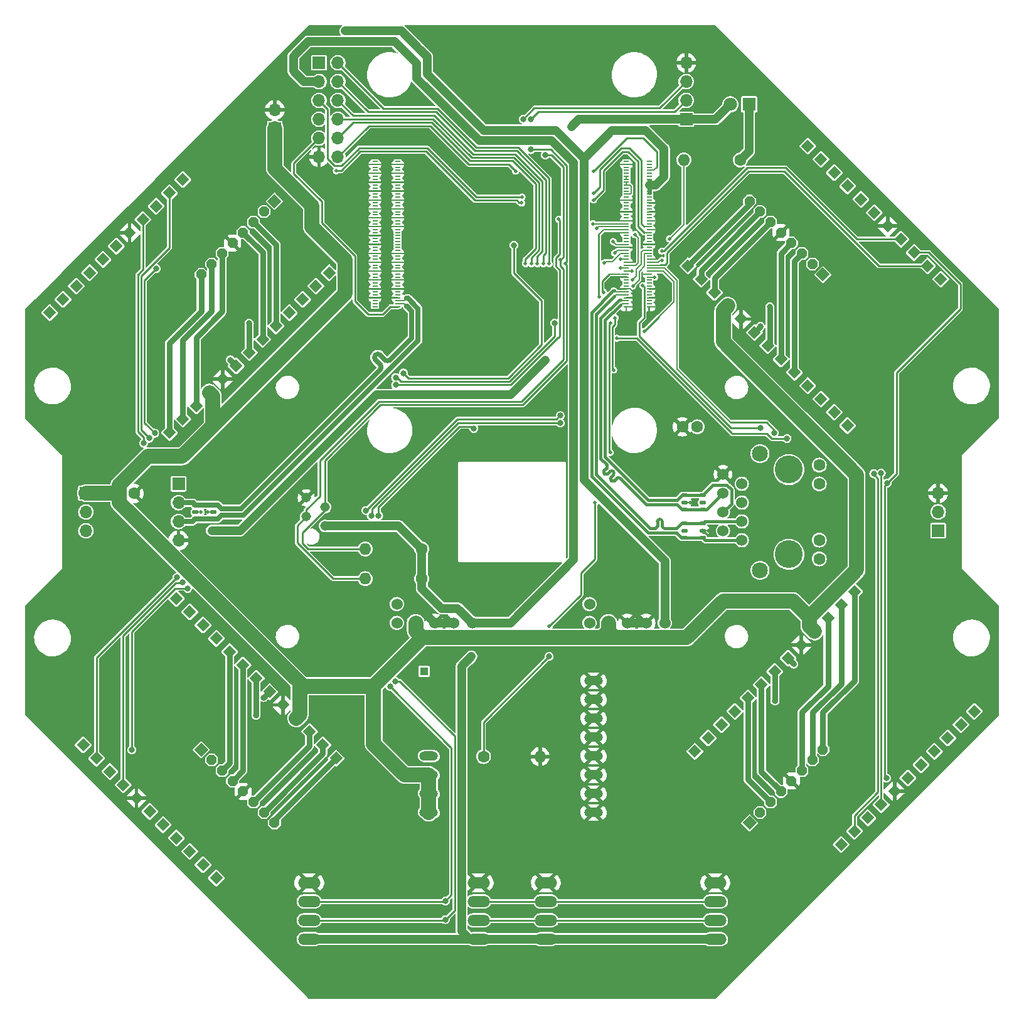
<source format=gtl>
%TF.GenerationSoftware,KiCad,Pcbnew,7.0.9*%
%TF.CreationDate,2023-12-29T02:13:22+01:00*%
%TF.ProjectId,bohlebots-rpi-cm4-carrier,626f686c-6562-46f7-9473-2d7270692d63,v01*%
%TF.SameCoordinates,Original*%
%TF.FileFunction,Copper,L1,Top*%
%TF.FilePolarity,Positive*%
%FSLAX46Y46*%
G04 Gerber Fmt 4.6, Leading zero omitted, Abs format (unit mm)*
G04 Created by KiCad (PCBNEW 7.0.9) date 2023-12-29 02:13:22*
%MOMM*%
%LPD*%
G01*
G04 APERTURE LIST*
G04 Aperture macros list*
%AMRoundRect*
0 Rectangle with rounded corners*
0 $1 Rounding radius*
0 $2 $3 $4 $5 $6 $7 $8 $9 X,Y pos of 4 corners*
0 Add a 4 corners polygon primitive as box body*
4,1,4,$2,$3,$4,$5,$6,$7,$8,$9,$2,$3,0*
0 Add four circle primitives for the rounded corners*
1,1,$1+$1,$2,$3*
1,1,$1+$1,$4,$5*
1,1,$1+$1,$6,$7*
1,1,$1+$1,$8,$9*
0 Add four rect primitives between the rounded corners*
20,1,$1+$1,$2,$3,$4,$5,0*
20,1,$1+$1,$4,$5,$6,$7,0*
20,1,$1+$1,$6,$7,$8,$9,0*
20,1,$1+$1,$8,$9,$2,$3,0*%
%AMRotRect*
0 Rectangle, with rotation*
0 The origin of the aperture is its center*
0 $1 length*
0 $2 width*
0 $3 Rotation angle, in degrees counterclockwise*
0 Add horizontal line*
21,1,$1,$2,0,0,$3*%
%AMOutline5P*
0 Free polygon, 5 corners , with rotation*
0 The origin of the aperture is its center*
0 number of corners: always 5*
0 $1 to $10 corner X, Y*
0 $11 Rotation angle, in degrees counterclockwise*
0 create outline with 5 corners*
4,1,5,$1,$2,$3,$4,$5,$6,$7,$8,$9,$10,$1,$2,$11*%
%AMOutline6P*
0 Free polygon, 6 corners , with rotation*
0 The origin of the aperture is its center*
0 number of corners: always 6*
0 $1 to $12 corner X, Y*
0 $13 Rotation angle, in degrees counterclockwise*
0 create outline with 6 corners*
4,1,6,$1,$2,$3,$4,$5,$6,$7,$8,$9,$10,$11,$12,$1,$2,$13*%
%AMOutline7P*
0 Free polygon, 7 corners , with rotation*
0 The origin of the aperture is its center*
0 number of corners: always 7*
0 $1 to $14 corner X, Y*
0 $15 Rotation angle, in degrees counterclockwise*
0 create outline with 7 corners*
4,1,7,$1,$2,$3,$4,$5,$6,$7,$8,$9,$10,$11,$12,$13,$14,$1,$2,$15*%
%AMOutline8P*
0 Free polygon, 8 corners , with rotation*
0 The origin of the aperture is its center*
0 number of corners: always 8*
0 $1 to $16 corner X, Y*
0 $17 Rotation angle, in degrees counterclockwise*
0 create outline with 8 corners*
4,1,8,$1,$2,$3,$4,$5,$6,$7,$8,$9,$10,$11,$12,$13,$14,$15,$16,$1,$2,$17*%
G04 Aperture macros list end*
%TA.AperFunction,ComponentPad*%
%ADD10C,1.530000*%
%TD*%
%TA.AperFunction,ComponentPad*%
%ADD11RotRect,1.320800X1.320800X225.000000*%
%TD*%
%TA.AperFunction,ComponentPad*%
%ADD12Outline8P,-0.660400X0.273547X-0.273547X0.660400X0.273547X0.660400X0.660400X0.273547X0.660400X-0.273547X0.273547X-0.660400X-0.273547X-0.660400X-0.660400X-0.273547X225.000000*%
%TD*%
%TA.AperFunction,ComponentPad*%
%ADD13R,1.700000X1.700000*%
%TD*%
%TA.AperFunction,ComponentPad*%
%ADD14O,1.700000X1.700000*%
%TD*%
%TA.AperFunction,ComponentPad*%
%ADD15RotRect,1.320800X1.320800X315.000000*%
%TD*%
%TA.AperFunction,ComponentPad*%
%ADD16Outline8P,-0.660400X0.273547X-0.273547X0.660400X0.273547X0.660400X0.660400X0.273547X0.660400X-0.273547X0.273547X-0.660400X-0.273547X-0.660400X-0.660400X-0.273547X315.000000*%
%TD*%
%TA.AperFunction,ComponentPad*%
%ADD17RotRect,1.308000X1.308000X315.000000*%
%TD*%
%TA.AperFunction,SMDPad,CuDef*%
%ADD18R,0.700000X0.200000*%
%TD*%
%TA.AperFunction,ComponentPad*%
%ADD19C,1.600000*%
%TD*%
%TA.AperFunction,ComponentPad*%
%ADD20O,1.600000X1.600000*%
%TD*%
%TA.AperFunction,SMDPad,CuDef*%
%ADD21RoundRect,0.137500X-0.262500X0.137500X-0.262500X-0.137500X0.262500X-0.137500X0.262500X0.137500X0*%
%TD*%
%TA.AperFunction,ComponentPad*%
%ADD22RotRect,1.320800X1.320800X45.000000*%
%TD*%
%TA.AperFunction,ComponentPad*%
%ADD23Outline8P,-0.660400X0.273547X-0.273547X0.660400X0.273547X0.660400X0.660400X0.273547X0.660400X-0.273547X0.273547X-0.660400X-0.273547X-0.660400X-0.660400X-0.273547X45.000000*%
%TD*%
%TA.AperFunction,ComponentPad*%
%ADD24RotRect,1.308000X1.308000X45.000000*%
%TD*%
%TA.AperFunction,ComponentPad*%
%ADD25O,2.540000X1.270000*%
%TD*%
%TA.AperFunction,ComponentPad*%
%ADD26R,1.108000X1.108000*%
%TD*%
%TA.AperFunction,ComponentPad*%
%ADD27RotRect,1.308000X1.308000X225.000000*%
%TD*%
%TA.AperFunction,ComponentPad*%
%ADD28RotRect,1.308000X1.308000X135.000000*%
%TD*%
%TA.AperFunction,ComponentPad*%
%ADD29O,3.016000X1.508000*%
%TD*%
%TA.AperFunction,ComponentPad*%
%ADD30C,1.308000*%
%TD*%
%TA.AperFunction,ComponentPad*%
%ADD31C,1.524000*%
%TD*%
%TA.AperFunction,ComponentPad*%
%ADD32C,1.600200*%
%TD*%
%TA.AperFunction,ComponentPad*%
%ADD33C,2.159000*%
%TD*%
%TA.AperFunction,ComponentPad*%
%ADD34C,3.759200*%
%TD*%
%TA.AperFunction,SMDPad,CuDef*%
%ADD35RoundRect,0.137500X0.262500X-0.137500X0.262500X0.137500X-0.262500X0.137500X-0.262500X-0.137500X0*%
%TD*%
%TA.AperFunction,ComponentPad*%
%ADD36RotRect,1.320800X1.320800X135.000000*%
%TD*%
%TA.AperFunction,ComponentPad*%
%ADD37Outline8P,-0.660400X0.273547X-0.273547X0.660400X0.273547X0.660400X0.660400X0.273547X0.660400X-0.273547X0.273547X-0.660400X-0.273547X-0.660400X-0.660400X-0.273547X135.000000*%
%TD*%
%TA.AperFunction,ComponentPad*%
%ADD38R,1.800000X1.800000*%
%TD*%
%TA.AperFunction,ComponentPad*%
%ADD39C,1.800000*%
%TD*%
%TA.AperFunction,ViaPad*%
%ADD40C,0.800000*%
%TD*%
%TA.AperFunction,ViaPad*%
%ADD41C,0.500000*%
%TD*%
%TA.AperFunction,Conductor*%
%ADD42C,0.200000*%
%TD*%
%TA.AperFunction,Conductor*%
%ADD43C,0.150000*%
%TD*%
%TA.AperFunction,Conductor*%
%ADD44C,1.200000*%
%TD*%
%TA.AperFunction,Conductor*%
%ADD45C,2.000000*%
%TD*%
%TA.AperFunction,Conductor*%
%ADD46C,0.600000*%
%TD*%
%TA.AperFunction,Conductor*%
%ADD47C,0.800000*%
%TD*%
%TA.AperFunction,Conductor*%
%ADD48C,0.250000*%
%TD*%
%TA.AperFunction,Conductor*%
%ADD49C,0.447700*%
%TD*%
%TA.AperFunction,Conductor*%
%ADD50C,0.500000*%
%TD*%
%TA.AperFunction,Conductor*%
%ADD51C,0.661000*%
%TD*%
%TA.AperFunction,Conductor*%
%ADD52C,0.714000*%
%TD*%
G04 APERTURE END LIST*
D10*
%TO.P,D36V28FX2,1,PG*%
%TO.N,unconnected-(D36V28FX2-PG-Pad1)*%
X89970000Y-117930000D03*
%TO.P,D36V28FX2,2,EN*%
%TO.N,unconnected-(D36V28FX2-EN-Pad2)*%
X89970000Y-120470000D03*
%TO.P,D36V28FX2,3,IN*%
%TO.N,16V*%
X92510000Y-120470000D03*
%TO.P,D36V28FX2,4,GND_1*%
%TO.N,GND*%
X95050000Y-120470000D03*
%TO.P,D36V28FX2,5,GND_2*%
X97590000Y-120470000D03*
%TO.P,D36V28FX2,6,OUT*%
%TO.N,3.3V*%
X100130000Y-120470000D03*
%TD*%
D11*
%TO.P,JP3,1,1*%
%TO.N,Net-(ESCON3-+5V)*%
X147449747Y-73449747D03*
D12*
%TO.P,JP3,2,2*%
%TO.N,Net-(ESCON3-H1)*%
X146035534Y-72035534D03*
%TO.P,JP3,3,3*%
%TO.N,Net-(ESCON3-H3)*%
X144621320Y-70621320D03*
%TO.P,JP3,4,4*%
%TO.N,Net-(ESCON3-H2)*%
X143207107Y-69207107D03*
%TO.P,JP3,5,5*%
%TO.N,GND*%
X141792893Y-67792893D03*
%TO.P,JP3,6,6*%
%TO.N,Net-(ESCON3-M3)*%
X140378680Y-66378680D03*
%TO.P,JP3,7,7*%
%TO.N,Net-(ESCON3-M2)*%
X138964466Y-64964466D03*
%TO.P,JP3,8,8*%
%TO.N,Net-(ESCON3-M1)*%
X137550253Y-63550253D03*
%TD*%
D13*
%TO.P,J4,1,3.3V*%
%TO.N,3.3V*%
X129000000Y-52500000D03*
D14*
%TO.P,J4,2,SDA*%
%TO.N,/SDA*%
X129000000Y-49960000D03*
%TO.P,J4,3,SCL*%
%TO.N,/SCL*%
X129000000Y-47420000D03*
%TO.P,J4,4,GND*%
%TO.N,GND*%
X129000000Y-44880000D03*
%TD*%
D15*
%TO.P,JP4,1,1*%
%TO.N,Net-(ESCON4-+5V)*%
X73449747Y-63550253D03*
D16*
%TO.P,JP4,2,2*%
%TO.N,Net-(ESCON4-H1)*%
X72035534Y-64964466D03*
%TO.P,JP4,3,3*%
%TO.N,Net-(ESCON4-H3)*%
X70621320Y-66378680D03*
%TO.P,JP4,4,4*%
%TO.N,Net-(ESCON4-H2)*%
X69207107Y-67792893D03*
%TO.P,JP4,5,5*%
%TO.N,GND*%
X67792893Y-69207107D03*
%TO.P,JP4,6,6*%
%TO.N,Net-(ESCON4-M3)*%
X66378680Y-70621320D03*
%TO.P,JP4,7,7*%
%TO.N,Net-(ESCON4-M2)*%
X64964466Y-72035534D03*
%TO.P,JP4,8,8*%
%TO.N,Net-(ESCON4-M1)*%
X63550253Y-73449747D03*
%TD*%
D17*
%TO.P,ESCON1,P1,M1*%
%TO.N,Net-(ESCON1-M1)*%
X81765680Y-138720315D03*
%TO.P,ESCON1,P2,M2*%
%TO.N,Net-(ESCON1-M2)*%
X79969629Y-136924264D03*
%TO.P,ESCON1,P3,M3*%
%TO.N,Net-(ESCON1-M3)*%
X78173578Y-135128213D03*
%TO.P,ESCON1,P4,VCC*%
%TO.N,16V*%
X76377527Y-133332162D03*
%TO.P,ESCON1,P5,GND*%
%TO.N,GND*%
X74581475Y-131536110D03*
%TO.P,ESCON1,P6,+5V*%
%TO.N,Net-(ESCON1-+5V)*%
X72785424Y-129740059D03*
%TO.P,ESCON1,P7,H1*%
%TO.N,Net-(ESCON1-H1)*%
X70989373Y-127944008D03*
%TO.P,ESCON1,P8,H2*%
%TO.N,Net-(ESCON1-H2)*%
X69193322Y-126147957D03*
%TO.P,ESCON1,P9,H3*%
%TO.N,Net-(ESCON1-H3)*%
X67397271Y-124351905D03*
%TO.P,ESCON1,P10*%
%TO.N,N/C*%
X65601219Y-122555854D03*
%TO.P,ESCON1,P11*%
X63805168Y-120759803D03*
%TO.P,ESCON1,P12*%
X62009117Y-118963752D03*
%TO.P,ESCON1,P13*%
X60213066Y-117167701D03*
%TO.P,ESCON1,P14,D4*%
%TO.N,unconnected-(ESCON1-D4-PadP14)*%
X47640707Y-136924264D03*
%TO.P,ESCON1,P15,D3*%
%TO.N,/DIR1*%
X49436758Y-138720315D03*
%TO.P,ESCON1,P16,D2*%
%TO.N,/ENA*%
X51232810Y-140516367D03*
%TO.P,ESCON1,P17,D1*%
%TO.N,/PWM1*%
X53028861Y-142312418D03*
%TO.P,ESCON1,P18,GND*%
%TO.N,GND*%
X54824912Y-144108469D03*
%TO.P,ESCON1,P19*%
%TO.N,N/C*%
X56620963Y-145904520D03*
%TO.P,ESCON1,P20*%
X58417014Y-147700571D03*
%TO.P,ESCON1,P21*%
X60213066Y-149496623D03*
%TO.P,ESCON1,P22*%
X62009117Y-151292674D03*
%TO.P,ESCON1,P23*%
X63805168Y-153088725D03*
%TO.P,ESCON1,P24*%
X65601219Y-154884776D03*
%TD*%
D18*
%TO.P,U1,1,GND*%
%TO.N,GND*%
X124000000Y-77800000D03*
%TO.P,U1,2,GND*%
X120920000Y-77800000D03*
%TO.P,U1,3,Ethernet_Pair3_P*%
%TO.N,unconnected-(U1A-Ethernet_Pair3_P-Pad3)*%
X124000000Y-77400000D03*
%TO.P,U1,4,Ethernet_Pair1_P*%
%TO.N,/RD_P*%
X120920000Y-77400000D03*
%TO.P,U1,5,Ethernet_Pair3_N*%
%TO.N,unconnected-(U1A-Ethernet_Pair3_N-Pad5)*%
X124000000Y-77000000D03*
%TO.P,U1,6,Ethernet_Pair1_N*%
%TO.N,/RD_N*%
X120920000Y-77000000D03*
%TO.P,U1,7,GND*%
%TO.N,GND*%
X124000000Y-76600000D03*
%TO.P,U1,8,GND*%
X120920000Y-76600000D03*
%TO.P,U1,9,Ethernet_Pair2_N*%
%TO.N,unconnected-(U1A-Ethernet_Pair2_N-Pad9)*%
X124000000Y-76200000D03*
%TO.P,U1,10,Ethernet_Pair0_N*%
%TO.N,/TD_N*%
X120920000Y-76200000D03*
%TO.P,U1,11,Ethernet_Pair2_P*%
%TO.N,unconnected-(U1A-Ethernet_Pair2_P-Pad11)*%
X124000000Y-75800000D03*
%TO.P,U1,12,Ethernet_Pair0_P*%
%TO.N,/TD_P*%
X120920000Y-75800000D03*
%TO.P,U1,13,GND*%
%TO.N,GND*%
X124000000Y-75400000D03*
%TO.P,U1,14,GND*%
X120920000Y-75400000D03*
%TO.P,U1,15,~{Ethernet_nLED3}*%
%TO.N,unconnected-(U1A-~{Ethernet_nLED3}-Pad15)*%
X124000000Y-75000000D03*
%TO.P,U1,16,Ethernet_SYNC_IN*%
%TO.N,unconnected-(U1A-Ethernet_SYNC_IN-Pad16)*%
X120920000Y-75000000D03*
%TO.P,U1,17,~{Ethernet_nLED2}*%
%TO.N,unconnected-(U1A-~{Ethernet_nLED2}-Pad17)*%
X124000000Y-74600000D03*
%TO.P,U1,18,Ethernet_SYNC_OUT*%
%TO.N,unconnected-(U1A-Ethernet_SYNC_OUT-Pad18)*%
X120920000Y-74600000D03*
%TO.P,U1,19,~{Ethernet_nLED1}*%
%TO.N,unconnected-(U1A-~{Ethernet_nLED1}-Pad19)*%
X124000000Y-74200000D03*
%TO.P,U1,20,EEPROM_nWP*%
%TO.N,unconnected-(U1A-EEPROM_nWP-Pad20)*%
X120920000Y-74200000D03*
%TO.P,U1,21,~{Pi_nLED_Activity}*%
%TO.N,/LED_nACT*%
X124000000Y-73800000D03*
%TO.P,U1,22,GND*%
%TO.N,GND*%
X120920000Y-73800000D03*
%TO.P,U1,23,GND*%
X124000000Y-73400000D03*
%TO.P,U1,24,GPIO26*%
%TO.N,/PWM1*%
X120920000Y-73400000D03*
%TO.P,U1,25,GPIO21*%
%TO.N,/DIR1*%
X124000000Y-73000000D03*
%TO.P,U1,26,GPIO19*%
%TO.N,/PWM2*%
X120920000Y-73000000D03*
%TO.P,U1,27,GPIO20*%
%TO.N,/DIR2*%
X124000000Y-72600000D03*
%TO.P,U1,28,GPIO13*%
%TO.N,/PWM3*%
X120920000Y-72600000D03*
%TO.P,U1,29,GPIO16*%
%TO.N,/DIR3*%
X124000000Y-72200000D03*
%TO.P,U1,30,GPIO6*%
%TO.N,/PWM4*%
X120920000Y-72200000D03*
%TO.P,U1,31,GPIO12*%
%TO.N,/DIR4*%
X124000000Y-71800000D03*
%TO.P,U1,32,GND*%
%TO.N,GND*%
X120920000Y-71800000D03*
%TO.P,U1,33,GND*%
X124000000Y-71400000D03*
%TO.P,U1,34,GPIO5*%
%TO.N,/ENA*%
X120920000Y-71400000D03*
%TO.P,U1,35,ID_SC*%
%TO.N,unconnected-(U1A-ID_SC-Pad35)*%
X124000000Y-71000000D03*
%TO.P,U1,36,ID_SD*%
%TO.N,unconnected-(U1A-ID_SD-Pad36)*%
X120920000Y-71000000D03*
%TO.P,U1,37,GPIO7*%
%TO.N,/SPI0_CE1*%
X124000000Y-70600000D03*
%TO.P,U1,38,GPIO11*%
%TO.N,/SPI0_SCLK*%
X120920000Y-70600000D03*
%TO.P,U1,39,GPIO8*%
%TO.N,/SPI0_CE0*%
X124000000Y-70200000D03*
%TO.P,U1,40,GPIO9*%
%TO.N,/SPI0_MISO*%
X120920000Y-70200000D03*
%TO.P,U1,41,GPIO25*%
%TO.N,unconnected-(U1A-GPIO25-Pad41)*%
X124000000Y-69800000D03*
%TO.P,U1,42,GND*%
%TO.N,GND*%
X120920000Y-69800000D03*
%TO.P,U1,43,GND*%
X124000000Y-69400000D03*
%TO.P,U1,44,GPIO10*%
%TO.N,/SPI0_MOSI*%
X120920000Y-69400000D03*
%TO.P,U1,45,GPIO24*%
%TO.N,unconnected-(U1A-GPIO24-Pad45)*%
X124000000Y-69000000D03*
%TO.P,U1,46,GPIO22*%
%TO.N,unconnected-(U1A-GPIO22-Pad46)*%
X120920000Y-69000000D03*
%TO.P,U1,47,GPIO23*%
%TO.N,unconnected-(U1A-GPIO23-Pad47)*%
X124000000Y-68600000D03*
%TO.P,U1,48,GPIO27*%
%TO.N,unconnected-(U1A-GPIO27-Pad48)*%
X120920000Y-68600000D03*
%TO.P,U1,49,GPIO18*%
%TO.N,unconnected-(U1A-GPIO18-Pad49)*%
X124000000Y-68200000D03*
%TO.P,U1,50,GPIO17*%
%TO.N,unconnected-(U1A-GPIO17-Pad50)*%
X120920000Y-68200000D03*
%TO.P,U1,51,GPIO15*%
%TO.N,/UART0_RXD*%
X124000000Y-67800000D03*
%TO.P,U1,52,GND*%
%TO.N,GND*%
X120920000Y-67800000D03*
%TO.P,U1,53,GND*%
X124000000Y-67400000D03*
%TO.P,U1,54,GPIO4*%
%TO.N,/KICK*%
X120920000Y-67400000D03*
%TO.P,U1,55,GPIO14*%
%TO.N,/UART0_TXD*%
X124000000Y-67000000D03*
%TO.P,U1,56,GPIO3*%
%TO.N,/SCL*%
X120920000Y-67000000D03*
%TO.P,U1,57,SD_CLK*%
%TO.N,unconnected-(U1A-SD_CLK-Pad57)*%
X124000000Y-66600000D03*
%TO.P,U1,58,GPIO2*%
%TO.N,/SDA*%
X120920000Y-66600000D03*
%TO.P,U1,59,GND*%
%TO.N,GND*%
X124000000Y-66200000D03*
%TO.P,U1,60,GND*%
X120920000Y-66200000D03*
%TO.P,U1,61,SD_DAT3*%
%TO.N,unconnected-(U1A-SD_DAT3-Pad61)*%
X124000000Y-65800000D03*
%TO.P,U1,62,SD_CMD*%
%TO.N,unconnected-(U1A-SD_CMD-Pad62)*%
X120920000Y-65800000D03*
%TO.P,U1,63,SD_DAT0*%
%TO.N,unconnected-(U1A-SD_DAT0-Pad63)*%
X124000000Y-65400000D03*
%TO.P,U1,64,SD_DAT5*%
%TO.N,unconnected-(U1A-SD_DAT5-Pad64)*%
X120920000Y-65400000D03*
%TO.P,U1,65,GND*%
%TO.N,GND*%
X124000000Y-65000000D03*
%TO.P,U1,66,GND*%
X120920000Y-65000000D03*
%TO.P,U1,67,SD_DAT1*%
%TO.N,unconnected-(U1A-SD_DAT1-Pad67)*%
X124000000Y-64600000D03*
%TO.P,U1,68,SD_DAT4*%
%TO.N,unconnected-(U1A-SD_DAT4-Pad68)*%
X120920000Y-64600000D03*
%TO.P,U1,69,SD_DAT2*%
%TO.N,unconnected-(U1A-SD_DAT2-Pad69)*%
X124000000Y-64200000D03*
%TO.P,U1,70,SD_DAT7*%
%TO.N,unconnected-(U1A-SD_DAT7-Pad70)*%
X120920000Y-64200000D03*
%TO.P,U1,71,GND*%
%TO.N,GND*%
X124000000Y-63800000D03*
%TO.P,U1,72,SD_DAT6*%
%TO.N,unconnected-(U1A-SD_DAT6-Pad72)*%
X120920000Y-63800000D03*
%TO.P,U1,73,SD_VDD_Override*%
%TO.N,unconnected-(U1A-SD_VDD_Override-Pad73)*%
X124000000Y-63400000D03*
%TO.P,U1,74,GND*%
%TO.N,GND*%
X120920000Y-63400000D03*
%TO.P,U1,75,SD_PWR_ON*%
%TO.N,unconnected-(U1A-SD_PWR_ON-Pad75)*%
X124000000Y-63000000D03*
%TO.P,U1,76,Reserved*%
%TO.N,unconnected-(U1A-Reserved-Pad76)*%
X120920000Y-63000000D03*
%TO.P,U1,77,+5V*%
%TO.N,5V*%
X124000000Y-62600000D03*
%TO.P,U1,78,GPIO_VREF*%
%TO.N,Net-(U1A-GPIO_VREF)*%
X120920000Y-62600000D03*
%TO.P,U1,79,+5V*%
%TO.N,5V*%
X124000000Y-62200000D03*
%TO.P,U1,80,I2C_SCL0*%
%TO.N,unconnected-(U1A-I2C_SCL0-Pad80)*%
X120920000Y-62200000D03*
%TO.P,U1,81,+5V*%
%TO.N,5V*%
X124000000Y-61800000D03*
%TO.P,U1,82,I2C_SDA0*%
%TO.N,unconnected-(U1A-I2C_SDA0-Pad82)*%
X120920000Y-61800000D03*
%TO.P,U1,83,+5V*%
%TO.N,5V*%
X124000000Y-61400000D03*
%TO.P,U1,84,CM4_3.3V_Out*%
%TO.N,Net-(U1A-GPIO_VREF)*%
X120920000Y-61400000D03*
%TO.P,U1,85,+5V*%
%TO.N,5V*%
X124000000Y-61000000D03*
%TO.P,U1,86,CM4_3.3V_Out*%
%TO.N,Net-(U1A-GPIO_VREF)*%
X120920000Y-61000000D03*
%TO.P,U1,87,+5V*%
%TO.N,5V*%
X124000000Y-60600000D03*
%TO.P,U1,88,CM4_1.8V_Out*%
%TO.N,Net-(U1A-CM4_1.8V_Out-Pad88)*%
X120920000Y-60600000D03*
%TO.P,U1,89,~{WL_nDisable}*%
%TO.N,unconnected-(U1A-~{WL_nDisable}-Pad89)*%
X124000000Y-60200000D03*
%TO.P,U1,90,CM4_1.8V_Out*%
%TO.N,Net-(U1A-CM4_1.8V_Out-Pad88)*%
X120920000Y-60200000D03*
%TO.P,U1,91,~{BT_nDisable}*%
%TO.N,unconnected-(U1A-~{BT_nDisable}-Pad91)*%
X124000000Y-59800000D03*
%TO.P,U1,92,RUN_PG*%
%TO.N,unconnected-(U1A-RUN_PG-Pad92)*%
X120920000Y-59800000D03*
%TO.P,U1,93,~{nRPIBOOT}*%
%TO.N,/nRPIBOOT*%
X124000000Y-59400000D03*
%TO.P,U1,94,AnalogIP1*%
%TO.N,unconnected-(U1A-AnalogIP1-Pad94)*%
X120920000Y-59400000D03*
%TO.P,U1,95,~{PI_LED_nPWR}*%
%TO.N,unconnected-(U1A-~{PI_LED_nPWR}-Pad95)*%
X124000000Y-59000000D03*
%TO.P,U1,96,AnalogIP0*%
%TO.N,unconnected-(U1A-AnalogIP0-Pad96)*%
X120920000Y-59000000D03*
%TO.P,U1,97,Camera_GPIO*%
%TO.N,unconnected-(U1A-Camera_GPIO-Pad97)*%
X124000000Y-58600000D03*
%TO.P,U1,98,GND*%
%TO.N,GND*%
X120920000Y-58600000D03*
%TO.P,U1,99,GLOBAL_EN*%
%TO.N,unconnected-(U1A-GLOBAL_EN-Pad99)*%
X124000000Y-58200000D03*
%TO.P,U1,100,~{nEXTRST}*%
%TO.N,unconnected-(U1A-~{nEXTRST}-Pad100)*%
X120920000Y-58200000D03*
%TO.P,U1,101,USB_OTG_ID*%
%TO.N,/USB_OTG_ID*%
X90080000Y-77800000D03*
%TO.P,U1,102,~{PCIe_CLK_nREQ}*%
%TO.N,unconnected-(U1B-~{PCIe_CLK_nREQ}-Pad102)*%
X87000000Y-77800000D03*
%TO.P,U1,103,USB_N*%
%TO.N,/USB_N*%
X90080000Y-77400000D03*
%TO.P,U1,104,Reserved*%
%TO.N,unconnected-(U1B-Reserved-Pad104)*%
X87000000Y-77400000D03*
%TO.P,U1,105,USB_P*%
%TO.N,/USB_P*%
X90080000Y-77000000D03*
%TO.P,U1,106,Reserved*%
%TO.N,unconnected-(U1B-Reserved-Pad106)*%
X87000000Y-77000000D03*
%TO.P,U1,107,GND*%
%TO.N,GND*%
X90080000Y-76600000D03*
%TO.P,U1,108,GND*%
X87000000Y-76600000D03*
%TO.P,U1,109,~{PCIe_nRST}*%
%TO.N,unconnected-(U1B-~{PCIe_nRST}-Pad109)*%
X90080000Y-76200000D03*
%TO.P,U1,110,PCIe_CLK_P*%
%TO.N,unconnected-(U1B-PCIe_CLK_P-Pad110)*%
X87000000Y-76200000D03*
%TO.P,U1,111,VDAC_COMP*%
%TO.N,unconnected-(U1B-VDAC_COMP-Pad111)*%
X90080000Y-75800000D03*
%TO.P,U1,112,PCIe_CLK_N*%
%TO.N,unconnected-(U1B-PCIe_CLK_N-Pad112)*%
X87000000Y-75800000D03*
%TO.P,U1,113,GND*%
%TO.N,GND*%
X90080000Y-75400000D03*
%TO.P,U1,114,GND*%
X87000000Y-75400000D03*
%TO.P,U1,115,CAM1_D0_N*%
%TO.N,unconnected-(U1B-CAM1_D0_N-Pad115)*%
X90080000Y-75000000D03*
%TO.P,U1,116,PCIe_RX_P*%
%TO.N,unconnected-(U1B-PCIe_RX_P-Pad116)*%
X87000000Y-75000000D03*
%TO.P,U1,117,CAM1_D0_P*%
%TO.N,unconnected-(U1B-CAM1_D0_P-Pad117)*%
X90080000Y-74600000D03*
%TO.P,U1,118,PCIe_RX_N*%
%TO.N,unconnected-(U1B-PCIe_RX_N-Pad118)*%
X87000000Y-74600000D03*
%TO.P,U1,119,GND*%
%TO.N,GND*%
X90080000Y-74200000D03*
%TO.P,U1,120,GND*%
X87000000Y-74200000D03*
%TO.P,U1,121,CAM1_D1_N*%
%TO.N,unconnected-(U1B-CAM1_D1_N-Pad121)*%
X90080000Y-73800000D03*
%TO.P,U1,122,PCIe_TX_P*%
%TO.N,unconnected-(U1B-PCIe_TX_P-Pad122)*%
X87000000Y-73800000D03*
%TO.P,U1,123,CAM1_D1_P*%
%TO.N,unconnected-(U1B-CAM1_D1_P-Pad123)*%
X90080000Y-73400000D03*
%TO.P,U1,124,PCIe_TX_N*%
%TO.N,unconnected-(U1B-PCIe_TX_N-Pad124)*%
X87000000Y-73400000D03*
%TO.P,U1,125,GND*%
%TO.N,GND*%
X90080000Y-73000000D03*
%TO.P,U1,126,GND*%
X87000000Y-73000000D03*
%TO.P,U1,127,CAM1_C_N*%
%TO.N,unconnected-(U1B-CAM1_C_N-Pad127)*%
X90080000Y-72600000D03*
%TO.P,U1,128,CAM0_D0_N*%
%TO.N,unconnected-(U1B-CAM0_D0_N-Pad128)*%
X87000000Y-72600000D03*
%TO.P,U1,129,CAM1_C_P*%
%TO.N,unconnected-(U1B-CAM1_C_P-Pad129)*%
X90080000Y-72200000D03*
%TO.P,U1,130,CAM0_D0_P*%
%TO.N,unconnected-(U1B-CAM0_D0_P-Pad130)*%
X87000000Y-72200000D03*
%TO.P,U1,131,GND*%
%TO.N,GND*%
X90080000Y-71800000D03*
%TO.P,U1,132,GND*%
X87000000Y-71800000D03*
%TO.P,U1,133,CAM1_D2_N*%
%TO.N,unconnected-(U1B-CAM1_D2_N-Pad133)*%
X90080000Y-71400000D03*
%TO.P,U1,134,CAM0_D1_N*%
%TO.N,unconnected-(U1B-CAM0_D1_N-Pad134)*%
X87000000Y-71400000D03*
%TO.P,U1,135,CAM1_D2_P*%
%TO.N,unconnected-(U1B-CAM1_D2_P-Pad135)*%
X90080000Y-71000000D03*
%TO.P,U1,136,CAM0_D1_P*%
%TO.N,unconnected-(U1B-CAM0_D1_P-Pad136)*%
X87000000Y-71000000D03*
%TO.P,U1,137,GND*%
%TO.N,GND*%
X90080000Y-70600000D03*
%TO.P,U1,138,GND*%
X87000000Y-70600000D03*
%TO.P,U1,139,CAM1_D3_N*%
%TO.N,unconnected-(U1B-CAM1_D3_N-Pad139)*%
X90080000Y-70200000D03*
%TO.P,U1,140,CAM0_C_N*%
%TO.N,unconnected-(U1B-CAM0_C_N-Pad140)*%
X87000000Y-70200000D03*
%TO.P,U1,141,CAM1_D3_P*%
%TO.N,unconnected-(U1B-CAM1_D3_P-Pad141)*%
X90080000Y-69800000D03*
%TO.P,U1,142,CAM0_C_P*%
%TO.N,unconnected-(U1B-CAM0_C_P-Pad142)*%
X87000000Y-69800000D03*
%TO.P,U1,143,HDMI1_HOTPLUG*%
%TO.N,unconnected-(U1B-HDMI1_HOTPLUG-Pad143)*%
X90080000Y-69400000D03*
%TO.P,U1,144,GND*%
%TO.N,GND*%
X87000000Y-69400000D03*
%TO.P,U1,145,HDMI1_SDA*%
%TO.N,unconnected-(U1B-HDMI1_SDA-Pad145)*%
X90080000Y-69000000D03*
%TO.P,U1,146,HDMI1_TX2_P*%
%TO.N,unconnected-(U1B-HDMI1_TX2_P-Pad146)*%
X87000000Y-69000000D03*
%TO.P,U1,147,HDMI1_SCL*%
%TO.N,unconnected-(U1B-HDMI1_SCL-Pad147)*%
X90080000Y-68600000D03*
%TO.P,U1,148,HDMI1_TX2_N*%
%TO.N,unconnected-(U1B-HDMI1_TX2_N-Pad148)*%
X87000000Y-68600000D03*
%TO.P,U1,149,HDMI1_CEC*%
%TO.N,unconnected-(U1B-HDMI1_CEC-Pad149)*%
X90080000Y-68200000D03*
%TO.P,U1,150,GND*%
%TO.N,GND*%
X87000000Y-68200000D03*
%TO.P,U1,151,HDMI0_CEC*%
%TO.N,unconnected-(U1B-HDMI0_CEC-Pad151)*%
X90080000Y-67800000D03*
%TO.P,U1,152,HDMI1_TX1_P*%
%TO.N,unconnected-(U1B-HDMI1_TX1_P-Pad152)*%
X87000000Y-67800000D03*
%TO.P,U1,153,HDMI0_HOTPLUG*%
%TO.N,unconnected-(U1B-HDMI0_HOTPLUG-Pad153)*%
X90080000Y-67400000D03*
%TO.P,U1,154,HDMI1_TX1_N*%
%TO.N,unconnected-(U1B-HDMI1_TX1_N-Pad154)*%
X87000000Y-67400000D03*
%TO.P,U1,155,GND*%
%TO.N,GND*%
X90080000Y-67000000D03*
%TO.P,U1,156,GND*%
X87000000Y-67000000D03*
%TO.P,U1,157,DSI0_D0_N*%
%TO.N,unconnected-(U1B-DSI0_D0_N-Pad157)*%
X90080000Y-66600000D03*
%TO.P,U1,158,HDMI1_TX0_P*%
%TO.N,unconnected-(U1B-HDMI1_TX0_P-Pad158)*%
X87000000Y-66600000D03*
%TO.P,U1,159,DSI0_D0_P*%
%TO.N,unconnected-(U1B-DSI0_D0_P-Pad159)*%
X90080000Y-66200000D03*
%TO.P,U1,160,HDMI1_TX0_N*%
%TO.N,unconnected-(U1B-HDMI1_TX0_N-Pad160)*%
X87000000Y-66200000D03*
%TO.P,U1,161,GND*%
%TO.N,GND*%
X90080000Y-65800000D03*
%TO.P,U1,162,GND*%
X87000000Y-65800000D03*
%TO.P,U1,163,DSI0_D1_N*%
%TO.N,unconnected-(U1B-DSI0_D1_N-Pad163)*%
X90080000Y-65400000D03*
%TO.P,U1,164,HDMI1_CLK_P*%
%TO.N,unconnected-(U1B-HDMI1_CLK_P-Pad164)*%
X87000000Y-65400000D03*
%TO.P,U1,165,DSI0_D1_P*%
%TO.N,unconnected-(U1B-DSI0_D1_P-Pad165)*%
X90080000Y-65000000D03*
%TO.P,U1,166,HDMI1_CLK_N*%
%TO.N,unconnected-(U1B-HDMI1_CLK_N-Pad166)*%
X87000000Y-65000000D03*
%TO.P,U1,167,GND*%
%TO.N,GND*%
X90080000Y-64600000D03*
%TO.P,U1,168,GND*%
X87000000Y-64600000D03*
%TO.P,U1,169,DSI0_C_N*%
%TO.N,unconnected-(U1B-DSI0_C_N-Pad169)*%
X90080000Y-64200000D03*
%TO.P,U1,170,HDMI0_TX2_P*%
%TO.N,unconnected-(U1B-HDMI0_TX2_P-Pad170)*%
X87000000Y-64200000D03*
%TO.P,U1,171,DSI0_C_P*%
%TO.N,unconnected-(U1B-DSI0_C_P-Pad171)*%
X90080000Y-63800000D03*
%TO.P,U1,172,HDMI0_TX2_N*%
%TO.N,unconnected-(U1B-HDMI0_TX2_N-Pad172)*%
X87000000Y-63800000D03*
%TO.P,U1,173,GND*%
%TO.N,GND*%
X90080000Y-63400000D03*
%TO.P,U1,174,GND*%
X87000000Y-63400000D03*
%TO.P,U1,175,DSI1_D0_N*%
%TO.N,unconnected-(U1B-DSI1_D0_N-Pad175)*%
X90080000Y-63000000D03*
%TO.P,U1,176,HDMI0_TX1_P*%
%TO.N,unconnected-(U1B-HDMI0_TX1_P-Pad176)*%
X87000000Y-63000000D03*
%TO.P,U1,177,DSI1_D0_P*%
%TO.N,unconnected-(U1B-DSI1_D0_P-Pad177)*%
X90080000Y-62600000D03*
%TO.P,U1,178,HDMI0_TX1_N*%
%TO.N,unconnected-(U1B-HDMI0_TX1_N-Pad178)*%
X87000000Y-62600000D03*
%TO.P,U1,179,GND*%
%TO.N,GND*%
X90080000Y-62200000D03*
%TO.P,U1,180,GND*%
X87000000Y-62200000D03*
%TO.P,U1,181,DSI1_D1_N*%
%TO.N,unconnected-(U1B-DSI1_D1_N-Pad181)*%
X90080000Y-61800000D03*
%TO.P,U1,182,HDMI0_TX0_P*%
%TO.N,unconnected-(U1B-HDMI0_TX0_P-Pad182)*%
X87000000Y-61800000D03*
%TO.P,U1,183,DSI1_D1_P*%
%TO.N,unconnected-(U1B-DSI1_D1_P-Pad183)*%
X90080000Y-61400000D03*
%TO.P,U1,184,HDMI0_TX0_N*%
%TO.N,unconnected-(U1B-HDMI0_TX0_N-Pad184)*%
X87000000Y-61400000D03*
%TO.P,U1,185,GND*%
%TO.N,GND*%
X90080000Y-61000000D03*
%TO.P,U1,186,GND*%
X87000000Y-61000000D03*
%TO.P,U1,187,DSI1_C_N*%
%TO.N,unconnected-(U1B-DSI1_C_N-Pad187)*%
X90080000Y-60600000D03*
%TO.P,U1,188,HDMI0_CLK_P*%
%TO.N,unconnected-(U1B-HDMI0_CLK_P-Pad188)*%
X87000000Y-60600000D03*
%TO.P,U1,189,DSI1_C_P*%
%TO.N,unconnected-(U1B-DSI1_C_P-Pad189)*%
X90080000Y-60200000D03*
%TO.P,U1,190,HDMI0_CLK_N*%
%TO.N,unconnected-(U1B-HDMI0_CLK_N-Pad190)*%
X87000000Y-60200000D03*
%TO.P,U1,191,GND*%
%TO.N,GND*%
X90080000Y-59800000D03*
%TO.P,U1,192,GND*%
X87000000Y-59800000D03*
%TO.P,U1,193,DSI1_D2_N*%
%TO.N,unconnected-(U1B-DSI1_D2_N-Pad193)*%
X90080000Y-59400000D03*
%TO.P,U1,194,DSI1_D3_N*%
%TO.N,unconnected-(U1B-DSI1_D3_N-Pad194)*%
X87000000Y-59400000D03*
%TO.P,U1,195,DSI1_D2_P*%
%TO.N,unconnected-(U1B-DSI1_D2_P-Pad195)*%
X90080000Y-59000000D03*
%TO.P,U1,196,DSI1_D3_P*%
%TO.N,unconnected-(U1B-DSI1_D3_P-Pad196)*%
X87000000Y-59000000D03*
%TO.P,U1,197,GND*%
%TO.N,GND*%
X90080000Y-58600000D03*
%TO.P,U1,198,GND*%
X87000000Y-58600000D03*
%TO.P,U1,199,HDMI0_SDA*%
%TO.N,unconnected-(U1B-HDMI0_SDA-Pad199)*%
X90080000Y-58200000D03*
%TO.P,U1,200,HDMI0_SCL*%
%TO.N,unconnected-(U1B-HDMI0_SCL-Pad200)*%
X87000000Y-58200000D03*
%TD*%
D19*
%TO.P,R3,1*%
%TO.N,3.3V*%
X93310000Y-110500000D03*
D20*
%TO.P,R3,2*%
%TO.N,/SCL*%
X85690000Y-110500000D03*
%TD*%
D10*
%TO.P,D36V28FX1,1,PG*%
%TO.N,unconnected-(D36V28FX1-PG-Pad1)*%
X115970000Y-117930000D03*
%TO.P,D36V28FX1,2,EN*%
%TO.N,unconnected-(D36V28FX1-EN-Pad2)*%
X115970000Y-120470000D03*
%TO.P,D36V28FX1,3,IN*%
%TO.N,16V*%
X118510000Y-120470000D03*
%TO.P,D36V28FX1,4,GND_1*%
%TO.N,GND*%
X121050000Y-120470000D03*
%TO.P,D36V28FX1,5,GND_2*%
X123590000Y-120470000D03*
%TO.P,D36V28FX1,6,OUT*%
%TO.N,5V*%
X126130000Y-120470000D03*
%TD*%
D13*
%TO.P,J3,1,5V*%
%TO.N,5V*%
X79460000Y-44880000D03*
D14*
%TO.P,J3,2,SPI_CLK*%
%TO.N,/SPI0_SCLK*%
X82000000Y-44880000D03*
%TO.P,J3,3,3.3V*%
%TO.N,3.3V*%
X79460000Y-47420000D03*
%TO.P,J3,4,SPI_MOSI*%
%TO.N,/SPI0_MOSI*%
X82000000Y-47420000D03*
%TO.P,J3,5,UART_TXD*%
%TO.N,/UART0_TXD*%
X79460000Y-49960000D03*
%TO.P,J3,6,SPI_MISO*%
%TO.N,/SPI0_MISO*%
X82000000Y-49960000D03*
%TO.P,J3,7,UART_RXD*%
%TO.N,/UART0_RXD*%
X79460000Y-52500000D03*
%TO.P,J3,8,SPI_CE0*%
%TO.N,/SPI0_CE0*%
X82000000Y-52500000D03*
%TO.P,J3,9,USB_OTG_ID*%
%TO.N,/USB_OTG_ID*%
X79460000Y-55040000D03*
%TO.P,J3,10,SPI_CE1*%
%TO.N,/SPI0_CE1*%
X82000000Y-55040000D03*
%TO.P,J3,11,GND*%
%TO.N,GND*%
X79460000Y-57580000D03*
%TO.P,J3,12,nBoot*%
%TO.N,/nRPIBOOT*%
X82000000Y-57580000D03*
%TD*%
D21*
%TO.P,U3,1,D1-*%
%TO.N,/TD_P*%
X131200000Y-108950000D03*
%TO.P,U3,2,GND*%
%TO.N,GND*%
X131200000Y-108000000D03*
%TO.P,U3,3,D2-*%
%TO.N,/TD_N*%
X131200000Y-107050000D03*
%TO.P,U3,4,D2+*%
X128800000Y-107050000D03*
%TO.P,U3,5*%
%TO.N,N/C*%
X128800000Y-108000000D03*
%TO.P,U3,6,D1+*%
%TO.N,/TD_P*%
X128800000Y-108950000D03*
%TD*%
D22*
%TO.P,JP1,1,1*%
%TO.N,Net-(ESCON1-+5V)*%
X63550253Y-137550253D03*
D23*
%TO.P,JP1,2,2*%
%TO.N,Net-(ESCON1-H1)*%
X64964466Y-138964466D03*
%TO.P,JP1,3,3*%
%TO.N,Net-(ESCON1-H3)*%
X66378680Y-140378680D03*
%TO.P,JP1,4,4*%
%TO.N,Net-(ESCON1-H2)*%
X67792893Y-141792893D03*
%TO.P,JP1,5,5*%
%TO.N,GND*%
X69207107Y-143207107D03*
%TO.P,JP1,6,6*%
%TO.N,Net-(ESCON1-M3)*%
X70621320Y-144621320D03*
%TO.P,JP1,7,7*%
%TO.N,Net-(ESCON1-M2)*%
X72035534Y-146035534D03*
%TO.P,JP1,8,8*%
%TO.N,Net-(ESCON1-M1)*%
X73449747Y-147449747D03*
%TD*%
D24*
%TO.P,ESCON2,P1,M1*%
%TO.N,Net-(ESCON2-M1)*%
X151720315Y-116234320D03*
%TO.P,ESCON2,P2,M2*%
%TO.N,Net-(ESCON2-M2)*%
X149924264Y-118030371D03*
%TO.P,ESCON2,P3,M3*%
%TO.N,Net-(ESCON2-M3)*%
X148128213Y-119826422D03*
%TO.P,ESCON2,P4,VCC*%
%TO.N,16V*%
X146332162Y-121622473D03*
%TO.P,ESCON2,P5,GND*%
%TO.N,GND*%
X144536110Y-123418525D03*
%TO.P,ESCON2,P6,+5V*%
%TO.N,Net-(ESCON2-+5V)*%
X142740059Y-125214576D03*
%TO.P,ESCON2,P7,H1*%
%TO.N,Net-(ESCON2-H1)*%
X140944008Y-127010627D03*
%TO.P,ESCON2,P8,H2*%
%TO.N,Net-(ESCON2-H2)*%
X139147957Y-128806678D03*
%TO.P,ESCON2,P9,H3*%
%TO.N,Net-(ESCON2-H3)*%
X137351905Y-130602729D03*
%TO.P,ESCON2,P10*%
%TO.N,N/C*%
X135555854Y-132398781D03*
%TO.P,ESCON2,P11*%
X133759803Y-134194832D03*
%TO.P,ESCON2,P12*%
X131963752Y-135990883D03*
%TO.P,ESCON2,P13*%
X130167701Y-137786934D03*
%TO.P,ESCON2,P14,D4*%
%TO.N,unconnected-(ESCON2-D4-PadP14)*%
X149924264Y-150359293D03*
%TO.P,ESCON2,P15,D3*%
%TO.N,/DIR2*%
X151720315Y-148563242D03*
%TO.P,ESCON2,P16,D2*%
%TO.N,/ENA*%
X153516367Y-146767190D03*
%TO.P,ESCON2,P17,D1*%
%TO.N,/PWM2*%
X155312418Y-144971139D03*
%TO.P,ESCON2,P18,GND*%
%TO.N,GND*%
X157108469Y-143175088D03*
%TO.P,ESCON2,P19*%
%TO.N,N/C*%
X158904520Y-141379037D03*
%TO.P,ESCON2,P20*%
X160700571Y-139582986D03*
%TO.P,ESCON2,P21*%
X162496623Y-137786934D03*
%TO.P,ESCON2,P22*%
X164292674Y-135990883D03*
%TO.P,ESCON2,P23*%
X166088725Y-134194832D03*
%TO.P,ESCON2,P24*%
X167884776Y-132398781D03*
%TD*%
D19*
%TO.P,R1,1*%
%TO.N,/KICK*%
X101655000Y-138500000D03*
D20*
%TO.P,R1,2*%
%TO.N,GND*%
X109275000Y-138500000D03*
%TD*%
D25*
%TO.P,K1,GND1,GND*%
%TO.N,GND*%
X116500000Y-128270000D03*
%TO.P,K1,GND2,GND*%
X116500000Y-130810000D03*
%TO.P,K1,GND3,GND*%
X116500000Y-133350000D03*
%TO.P,K1,GND4,GND*%
X116500000Y-135890000D03*
%TO.P,K1,GND5,GND*%
X116500000Y-138430000D03*
%TO.P,K1,GND6,GND*%
X116500000Y-140970000D03*
%TO.P,K1,GND7,GND*%
X116500000Y-143510000D03*
%TO.P,K1,GND8,GND*%
X116500000Y-146050000D03*
D26*
%TO.P,K1,NC*%
%TO.N,N/C*%
X93640000Y-127000000D03*
D25*
%TO.P,K1,SIG,SIG*%
%TO.N,/KICK*%
X94275000Y-138430000D03*
%TO.P,K1,V+1,V+*%
%TO.N,16V*%
X94275000Y-140970000D03*
%TO.P,K1,V+2,V+*%
X94275000Y-143510000D03*
%TO.P,K1,V+3,V+*%
X94275000Y-146050000D03*
%TD*%
D19*
%TO.P,R4,1*%
%TO.N,Net-(D1-K)*%
X136310000Y-58000000D03*
D20*
%TO.P,R4,2*%
%TO.N,/LED_nACT*%
X128690000Y-58000000D03*
%TD*%
D13*
%TO.P,J5,1,VCC*%
%TO.N,16V*%
X48000000Y-102960000D03*
D14*
%TO.P,J5,2,NC*%
%TO.N,unconnected-(J5-NC-Pad2)*%
X48000000Y-105500000D03*
%TO.P,J5,3,GND*%
%TO.N,Net-(J5-GND)*%
X48000000Y-108040000D03*
%TD*%
D27*
%TO.P,ESCON4,P1,M1*%
%TO.N,Net-(ESCON4-M1)*%
X59279685Y-94765680D03*
%TO.P,ESCON4,P2,M2*%
%TO.N,Net-(ESCON4-M2)*%
X61075736Y-92969629D03*
%TO.P,ESCON4,P3,M3*%
%TO.N,Net-(ESCON4-M3)*%
X62871787Y-91173578D03*
%TO.P,ESCON4,P4,VCC*%
%TO.N,16V*%
X64667838Y-89377527D03*
%TO.P,ESCON4,P5,GND*%
%TO.N,GND*%
X66463890Y-87581475D03*
%TO.P,ESCON4,P6,+5V*%
%TO.N,Net-(ESCON4-+5V)*%
X68259941Y-85785424D03*
%TO.P,ESCON4,P7,H1*%
%TO.N,Net-(ESCON4-H1)*%
X70055992Y-83989373D03*
%TO.P,ESCON4,P8,H2*%
%TO.N,Net-(ESCON4-H2)*%
X71852043Y-82193322D03*
%TO.P,ESCON4,P9,H3*%
%TO.N,Net-(ESCON4-H3)*%
X73648095Y-80397271D03*
%TO.P,ESCON4,P10*%
%TO.N,N/C*%
X75444146Y-78601219D03*
%TO.P,ESCON4,P11*%
X77240197Y-76805168D03*
%TO.P,ESCON4,P12*%
X79036248Y-75009117D03*
%TO.P,ESCON4,P13*%
X80832299Y-73213066D03*
%TO.P,ESCON4,P14,D4*%
%TO.N,unconnected-(ESCON4-D4-PadP14)*%
X61075736Y-60640707D03*
%TO.P,ESCON4,P15,D3*%
%TO.N,/DIR4*%
X59279685Y-62436758D03*
%TO.P,ESCON4,P16,D2*%
%TO.N,/ENA*%
X57483633Y-64232810D03*
%TO.P,ESCON4,P17,D1*%
%TO.N,/PWM4*%
X55687582Y-66028861D03*
%TO.P,ESCON4,P18,GND*%
%TO.N,GND*%
X53891531Y-67824912D03*
%TO.P,ESCON4,P19*%
%TO.N,N/C*%
X52095480Y-69620963D03*
%TO.P,ESCON4,P20*%
X50299429Y-71417014D03*
%TO.P,ESCON4,P21*%
X48503377Y-73213066D03*
%TO.P,ESCON4,P22*%
X46707326Y-75009117D03*
%TO.P,ESCON4,P23*%
X44911275Y-76805168D03*
%TO.P,ESCON4,P24*%
X43115224Y-78601219D03*
%TD*%
D28*
%TO.P,ESCON3,P1,M1*%
%TO.N,Net-(ESCON3-M1)*%
X129234320Y-72279685D03*
%TO.P,ESCON3,P2,M2*%
%TO.N,Net-(ESCON3-M2)*%
X131030371Y-74075736D03*
%TO.P,ESCON3,P3,M3*%
%TO.N,Net-(ESCON3-M3)*%
X132826422Y-75871787D03*
%TO.P,ESCON3,P4,VCC*%
%TO.N,16V*%
X134622473Y-77667838D03*
%TO.P,ESCON3,P5,GND*%
%TO.N,GND*%
X136418525Y-79463890D03*
%TO.P,ESCON3,P6,+5V*%
%TO.N,Net-(ESCON3-+5V)*%
X138214576Y-81259941D03*
%TO.P,ESCON3,P7,H1*%
%TO.N,Net-(ESCON3-H1)*%
X140010627Y-83055992D03*
%TO.P,ESCON3,P8,H2*%
%TO.N,Net-(ESCON3-H2)*%
X141806678Y-84852043D03*
%TO.P,ESCON3,P9,H3*%
%TO.N,Net-(ESCON3-H3)*%
X143602729Y-86648095D03*
%TO.P,ESCON3,P10*%
%TO.N,N/C*%
X145398781Y-88444146D03*
%TO.P,ESCON3,P11*%
X147194832Y-90240197D03*
%TO.P,ESCON3,P12*%
X148990883Y-92036248D03*
%TO.P,ESCON3,P13*%
X150786934Y-93832299D03*
%TO.P,ESCON3,P14,D4*%
%TO.N,unconnected-(ESCON3-D4-PadP14)*%
X163359293Y-74075736D03*
%TO.P,ESCON3,P15,D3*%
%TO.N,/DIR3*%
X161563242Y-72279685D03*
%TO.P,ESCON3,P16,D2*%
%TO.N,/ENA*%
X159767190Y-70483633D03*
%TO.P,ESCON3,P17,D1*%
%TO.N,/PWM3*%
X157971139Y-68687582D03*
%TO.P,ESCON3,P18,GND*%
%TO.N,GND*%
X156175088Y-66891531D03*
%TO.P,ESCON3,P19*%
%TO.N,N/C*%
X154379037Y-65095480D03*
%TO.P,ESCON3,P20*%
X152582986Y-63299429D03*
%TO.P,ESCON3,P21*%
X150786934Y-61503377D03*
%TO.P,ESCON3,P22*%
X148990883Y-59707326D03*
%TO.P,ESCON3,P23*%
X147194832Y-57911275D03*
%TO.P,ESCON3,P24*%
X145398781Y-56115224D03*
%TD*%
D19*
%TO.P,R2,1*%
%TO.N,3.3V*%
X93310000Y-114500000D03*
D20*
%TO.P,R2,2*%
%TO.N,/SDA*%
X85690000Y-114500000D03*
%TD*%
D19*
%TO.P,C1,1*%
%TO.N,Net-(J1-RCT)*%
X130500000Y-94000000D03*
%TO.P,C1,2*%
%TO.N,GND*%
X128500000Y-94000000D03*
%TD*%
D13*
%TO.P,U2,1,V+*%
%TO.N,5V*%
X60500000Y-101700000D03*
D14*
%TO.P,U2,2,D-*%
%TO.N,/USB_N*%
X60500000Y-104240000D03*
%TO.P,U2,3,D+*%
%TO.N,/USB_P*%
X60500000Y-106780000D03*
%TO.P,U2,4,GND*%
%TO.N,GND*%
X60500000Y-109320000D03*
%TD*%
D29*
%TO.P,T1,1,V+*%
%TO.N,3.3V*%
X101000000Y-163135000D03*
%TO.P,T1,2,Data*%
%TO.N,/SDA*%
X101000000Y-160595000D03*
%TO.P,T1,3,Clock*%
%TO.N,/SCL*%
X101000000Y-158055000D03*
%TO.P,T1,4,GND*%
%TO.N,GND*%
X101000000Y-155515000D03*
%TO.P,T1,5*%
X78140000Y-155515000D03*
%TO.P,T1,6*%
%TO.N,/SCL*%
X78140000Y-158055000D03*
%TO.P,T1,7*%
%TO.N,/SDA*%
X78140000Y-160595000D03*
%TO.P,T1,8*%
%TO.N,3.3V*%
X78140000Y-163135000D03*
%TD*%
D30*
%TO.P,X1,1,V+*%
%TO.N,3.3V*%
X80265000Y-107390800D03*
%TO.P,X1,2,SDA*%
%TO.N,/SDA*%
X77725000Y-106120800D03*
%TO.P,X1,3,SCL*%
%TO.N,/SCL*%
X80265000Y-104850800D03*
%TO.P,X1,4,GND*%
%TO.N,GND*%
X77725000Y-103580800D03*
%TD*%
D13*
%TO.P,J2,1,VCC*%
%TO.N,16V*%
X73500000Y-53775000D03*
D14*
%TO.P,J2,2,GND*%
%TO.N,GND*%
X73500000Y-51235000D03*
%TD*%
D31*
%TO.P,J1,1,TD+*%
%TO.N,/TD_P*%
X136506000Y-109310000D03*
%TO.P,J1,2,TCT*%
%TO.N,Net-(J1-RCT)*%
X133966000Y-108040000D03*
%TO.P,J1,3,TD-*%
%TO.N,/TD_N*%
X136506000Y-106770000D03*
%TO.P,J1,4,RD+*%
%TO.N,/RD_P*%
X133966000Y-105500000D03*
%TO.P,J1,5,RCT*%
%TO.N,Net-(J1-RCT)*%
X136506000Y-104230000D03*
%TO.P,J1,6,RD-*%
%TO.N,/RD_N*%
X133966000Y-102960000D03*
%TO.P,J1,7,NC*%
%TO.N,unconnected-(J1-NC-Pad7)*%
X136506000Y-101690000D03*
%TO.P,J1,8,CHASSIS_GND*%
%TO.N,GND*%
X133966000Y-100420000D03*
D32*
%TO.P,J1,9*%
%TO.N,N/C*%
X146965974Y-99175000D03*
%TO.P,J1,10*%
X146965974Y-101715000D03*
%TO.P,J1,11*%
X146965974Y-109285000D03*
%TO.P,J1,12*%
X146965974Y-111825000D03*
D33*
%TO.P,J1,13*%
X138966000Y-113374999D03*
%TO.P,J1,14*%
X138966000Y-97625001D03*
D34*
%TO.P,J1,15*%
X142856000Y-111215000D03*
%TO.P,J1,16*%
X142856000Y-99785000D03*
%TD*%
D21*
%TO.P,U5,1,D1-*%
%TO.N,/USB_P*%
X65170000Y-106450000D03*
%TO.P,U5,2,GND*%
%TO.N,GND*%
X65170000Y-105500000D03*
%TO.P,U5,3,D2-*%
%TO.N,/USB_N*%
X65170000Y-104550000D03*
%TO.P,U5,4,D2+*%
X62770000Y-104550000D03*
%TO.P,U5,5,VCC*%
%TO.N,5V*%
X62770000Y-105500000D03*
%TO.P,U5,6,D1+*%
%TO.N,/USB_P*%
X62770000Y-106450000D03*
%TD*%
D35*
%TO.P,U4,1,D1-*%
%TO.N,/RD_P*%
X128800000Y-103250000D03*
%TO.P,U4,2,GND*%
%TO.N,GND*%
X128800000Y-104200000D03*
%TO.P,U4,3,D2-*%
%TO.N,/RD_N*%
X128800000Y-105150000D03*
%TO.P,U4,4,D2+*%
X131200000Y-105150000D03*
%TO.P,U4,5*%
%TO.N,N/C*%
X131200000Y-104200000D03*
%TO.P,U4,6,D1+*%
%TO.N,/RD_P*%
X131200000Y-103250000D03*
%TD*%
D36*
%TO.P,JP2,1,1*%
%TO.N,Net-(ESCON2-+5V)*%
X137550253Y-147449747D03*
D37*
%TO.P,JP2,2,2*%
%TO.N,Net-(ESCON2-H1)*%
X138964466Y-146035534D03*
%TO.P,JP2,3,3*%
%TO.N,Net-(ESCON2-H3)*%
X140378680Y-144621320D03*
%TO.P,JP2,4,4*%
%TO.N,Net-(ESCON2-H2)*%
X141792893Y-143207107D03*
%TO.P,JP2,5,5*%
%TO.N,GND*%
X143207107Y-141792893D03*
%TO.P,JP2,6,6*%
%TO.N,Net-(ESCON2-M3)*%
X144621320Y-140378680D03*
%TO.P,JP2,7,7*%
%TO.N,Net-(ESCON2-M2)*%
X146035534Y-138964466D03*
%TO.P,JP2,8,8*%
%TO.N,Net-(ESCON2-M1)*%
X147449747Y-137550253D03*
%TD*%
D13*
%TO.P,J6,1,VCC*%
%TO.N,Net-(J5-GND)*%
X163000000Y-108025000D03*
D14*
%TO.P,J6,2,NC*%
%TO.N,unconnected-(J6-NC-Pad2)*%
X163000000Y-105485000D03*
%TO.P,J6,3,GND*%
%TO.N,GND*%
X163000000Y-102945000D03*
%TD*%
D29*
%TO.P,T2,1,V+*%
%TO.N,3.3V*%
X132930000Y-163135000D03*
%TO.P,T2,2,Data*%
%TO.N,/SDA*%
X132930000Y-160595000D03*
%TO.P,T2,3,Clock*%
%TO.N,/SCL*%
X132930000Y-158055000D03*
%TO.P,T2,4,GND*%
%TO.N,GND*%
X132930000Y-155515000D03*
%TO.P,T2,5*%
X110070000Y-155515000D03*
%TO.P,T2,6*%
%TO.N,/SCL*%
X110070000Y-158055000D03*
%TO.P,T2,7*%
%TO.N,/SDA*%
X110070000Y-160595000D03*
%TO.P,T2,8*%
%TO.N,3.3V*%
X110070000Y-163135000D03*
%TD*%
D38*
%TO.P,D1,1,K*%
%TO.N,Net-(D1-K)*%
X137500000Y-50500000D03*
D39*
%TO.P,D1,2,A*%
%TO.N,3.3V*%
X134960000Y-50500000D03*
%TD*%
D19*
%TO.P,C2,1*%
%TO.N,16V*%
X52500000Y-103000000D03*
%TO.P,C2,2*%
%TO.N,GND*%
X54500000Y-103000000D03*
%TD*%
D40*
%TO.N,GND*%
X110500000Y-50000000D03*
X112500000Y-50000000D03*
D41*
X129550000Y-104200000D03*
D40*
X106500000Y-50000000D03*
X115500000Y-46000000D03*
X112500000Y-42500000D03*
X41500000Y-132500000D03*
D41*
X125900000Y-74600000D03*
D40*
X103500000Y-46000000D03*
D41*
X64420000Y-105500000D03*
X118000000Y-68400000D03*
D40*
X170000000Y-118500000D03*
X41000000Y-79000000D03*
D41*
X132000000Y-108000000D03*
D40*
X165500000Y-97500000D03*
X114500000Y-42500000D03*
X104500000Y-50000000D03*
X115500000Y-44000000D03*
X170000000Y-132500000D03*
X78500000Y-169500000D03*
X104500000Y-42500000D03*
X125000000Y-137050000D03*
X103500000Y-48000000D03*
X132000000Y-41000000D03*
X79000000Y-119000000D03*
X103500000Y-44000000D03*
X165000000Y-113500000D03*
X41000000Y-119000000D03*
X108500000Y-50000000D03*
X41500000Y-92000000D03*
X132500000Y-169500000D03*
X115500000Y-48000000D03*
X108500000Y-42500000D03*
D41*
X121900000Y-69350000D03*
D40*
X46000000Y-113500000D03*
X73500000Y-46500000D03*
X106500000Y-42500000D03*
X110500000Y-42500000D03*
X169500000Y-79000000D03*
X46000000Y-97500000D03*
X114500000Y-50000000D03*
D41*
X121000000Y-80000000D03*
D40*
%TO.N,3.3V*%
X113500000Y-53500000D03*
X100000000Y-125000000D03*
X110814902Y-55400000D03*
%TO.N,5V*%
X110000000Y-85000000D03*
X115197400Y-84500000D03*
X83000000Y-40600000D03*
D41*
X63520000Y-105500000D03*
D40*
X65000000Y-108000000D03*
%TO.N,Net-(ESCON1-+5V)*%
X71973687Y-130525460D03*
%TO.N,Net-(ESCON1-H1)*%
X70956328Y-132956326D03*
%TO.N,/DIR1*%
X85793245Y-105293245D03*
X60302658Y-114283832D03*
D41*
X123350000Y-81150000D03*
D40*
X112000000Y-92500000D03*
%TO.N,/ENA*%
X57282429Y-94869887D03*
D41*
X119650000Y-82050000D03*
D40*
X54200000Y-137600000D03*
D41*
X120150000Y-71400000D03*
D40*
X87500000Y-106000000D03*
X156100000Y-101600000D03*
X142600000Y-95574500D03*
X100350000Y-94224500D03*
X61750000Y-115800000D03*
X57487299Y-72637299D03*
X156036918Y-141400000D03*
X105750000Y-69500000D03*
X90850000Y-86750000D03*
%TO.N,/PWM1*%
X61009413Y-114990587D03*
X112000000Y-93500000D03*
D41*
X117850000Y-75850000D03*
X119200000Y-86350000D03*
D40*
X86500000Y-106000000D03*
D41*
X119400000Y-79300000D03*
D40*
%TO.N,Net-(ESCON2-+5V)*%
X143525460Y-126026313D03*
%TO.N,Net-(ESCON2-H1)*%
X141000000Y-131000000D03*
%TO.N,Net-(ESCON3-+5V)*%
X139026313Y-80474540D03*
%TO.N,Net-(ESCON3-H1)*%
X140293672Y-77793673D03*
%TO.N,Net-(ESCON4-+5V)*%
X67474540Y-84973687D03*
%TO.N,Net-(ESCON4-H1)*%
X70000000Y-80000000D03*
D41*
%TO.N,/SPI0_SCLK*%
X117950000Y-71900000D03*
X110500000Y-72000000D03*
%TO.N,/SPI0_MOSI*%
X119150000Y-69000000D03*
X109700000Y-72000000D03*
%TO.N,/UART0_TXD*%
X116500000Y-62500000D03*
X106850000Y-63000000D03*
%TO.N,/SPI0_MISO*%
X108900000Y-72000000D03*
X119350000Y-70550000D03*
%TO.N,/UART0_RXD*%
X116500000Y-63400000D03*
X81800000Y-59450000D03*
X106800000Y-63800000D03*
%TO.N,/SPI0_CE0*%
X108100000Y-72000000D03*
X121750000Y-74150000D03*
%TO.N,/SPI0_CE1*%
X107300000Y-72000000D03*
X121800000Y-75000000D03*
%TO.N,/nRPIBOOT*%
X106000000Y-59500000D03*
X116500000Y-59500000D03*
%TO.N,/SDA*%
X112050000Y-71500000D03*
D40*
X108012299Y-52512299D03*
X96500000Y-160500000D03*
D41*
X116400000Y-66600000D03*
D40*
X110000000Y-57324000D03*
X89751836Y-128338327D03*
%TO.N,/SCL*%
X89045081Y-129045081D03*
X96500000Y-158000000D03*
D41*
X116950000Y-67200000D03*
D40*
X108000000Y-56599500D03*
X107000000Y-52500000D03*
D41*
X112700000Y-72000000D03*
%TO.N,/KICK*%
X116700000Y-104250000D03*
X118750000Y-80000000D03*
X118750000Y-97450000D03*
D40*
X110500000Y-125000000D03*
D41*
X110500000Y-120950000D03*
X117300000Y-76450000D03*
%TO.N,/LED_nACT*%
X126750000Y-68650000D03*
X124750000Y-73800000D03*
D40*
%TO.N,/DIR4*%
X89800000Y-87350000D03*
D41*
X125700000Y-71550000D03*
D40*
X111247900Y-80000000D03*
X56550000Y-95550000D03*
D41*
%TO.N,/PWM4*%
X111800000Y-66000000D03*
D40*
X55815562Y-96227943D03*
X89800000Y-88349503D03*
D41*
X122100000Y-68050000D03*
%TO.N,/PWM3*%
X125700000Y-70300000D03*
X120150000Y-72600000D03*
D40*
%TO.N,/DIR2*%
X140900000Y-94850000D03*
X154313983Y-100308605D03*
%TO.N,/PWM2*%
X155312418Y-100262418D03*
X139000000Y-94141657D03*
D41*
X121650000Y-73000000D03*
X123150000Y-74950000D03*
%TD*%
D42*
%TO.N,GND*%
X131200000Y-108000000D02*
X132000000Y-108000000D01*
D43*
X121800000Y-75784889D02*
X121800000Y-75800000D01*
D42*
X65170000Y-105500000D02*
X64420000Y-105500000D01*
D44*
X95050000Y-120470000D02*
X97590000Y-120470000D01*
D42*
X118600000Y-67800000D02*
X120920000Y-67800000D01*
X128800000Y-104200000D02*
X129550000Y-104200000D01*
D44*
X94000000Y-119420000D02*
X94000000Y-119000000D01*
D42*
X118000000Y-68400000D02*
X118600000Y-67800000D01*
D44*
X95050000Y-120470000D02*
X94000000Y-119420000D01*
X121050000Y-120470000D02*
X123590000Y-120470000D01*
D43*
X120920000Y-75400000D02*
X121415111Y-75400000D01*
X121415111Y-75400000D02*
X121800000Y-75784889D01*
D45*
%TO.N,16V*%
X92510000Y-121551873D02*
X93393127Y-122435000D01*
X56368630Y-98000000D02*
X61000000Y-98000000D01*
X65250000Y-93750000D02*
X65130286Y-93630286D01*
X134000000Y-82500000D02*
X134000000Y-78290311D01*
X91005000Y-140970000D02*
X94275000Y-140970000D01*
X76839975Y-132869714D02*
X76377527Y-133332162D01*
X93393127Y-122435000D02*
X86828127Y-129000000D01*
X76839975Y-128559113D02*
X77280862Y-129000000D01*
X145612683Y-119720000D02*
X145612683Y-120902994D01*
X134000000Y-117500000D02*
X129065000Y-122435000D01*
X118510000Y-120470000D02*
X118510000Y-121551873D01*
X52500000Y-101868630D02*
X56368630Y-98000000D01*
X52500000Y-104219138D02*
X76839975Y-128559113D01*
X145612683Y-120902994D02*
X146332162Y-121622473D01*
X86828127Y-136793127D02*
X91005000Y-140970000D01*
X48000000Y-102960000D02*
X52460000Y-102960000D01*
X82957195Y-71507195D02*
X78500000Y-67050000D01*
X52500000Y-103000000D02*
X52500000Y-104219138D01*
X152000000Y-113332683D02*
X152000000Y-100500000D01*
X129065000Y-122435000D02*
X119393127Y-122435000D01*
X52500000Y-103000000D02*
X52500000Y-101868630D01*
X78500000Y-67050000D02*
X78500000Y-64150000D01*
X117626873Y-122435000D02*
X119393127Y-122435000D01*
X76839975Y-128559113D02*
X76839975Y-132869714D01*
X134000000Y-78290311D02*
X134622473Y-77667838D01*
X78500000Y-64150000D02*
X73500000Y-59150000D01*
X61000000Y-98000000D02*
X65250000Y-93750000D01*
X145612683Y-119720000D02*
X152000000Y-113332683D01*
X73500000Y-59150000D02*
X73500000Y-53775000D01*
X82957195Y-76042805D02*
X82957195Y-71507195D01*
X52460000Y-102960000D02*
X52500000Y-103000000D01*
X86828127Y-129000000D02*
X77280862Y-129000000D01*
X143392683Y-117500000D02*
X134000000Y-117500000D01*
X117626873Y-122435000D02*
X118510000Y-121551873D01*
X93393127Y-122435000D02*
X117626873Y-122435000D01*
X92510000Y-120470000D02*
X92510000Y-121551873D01*
X65130286Y-89839975D02*
X64667838Y-89377527D01*
X145612683Y-119720000D02*
X143392683Y-117500000D01*
X118510000Y-121551873D02*
X119393127Y-122435000D01*
X86828127Y-129000000D02*
X86828127Y-136793127D01*
X94275000Y-140970000D02*
X94275000Y-146050000D01*
X152000000Y-100500000D02*
X134000000Y-82500000D01*
X65250000Y-93750000D02*
X82957195Y-76042805D01*
X65130286Y-93630286D02*
X65130286Y-89839975D01*
D44*
%TO.N,Net-(D1-K)*%
X137500000Y-50500000D02*
X137500000Y-56810000D01*
X137500000Y-56810000D02*
X136310000Y-58000000D01*
%TO.N,3.3V*%
X110814902Y-55400000D02*
X101081981Y-55400000D01*
X93310000Y-110500000D02*
X90200800Y-107390800D01*
X78000000Y-42000000D02*
X76000000Y-44000000D01*
X90200800Y-107390800D02*
X80265000Y-107390800D01*
X113797400Y-111975392D02*
X105302792Y-120470000D01*
X101000000Y-163135000D02*
X78140000Y-163135000D01*
X96000000Y-118500000D02*
X93310000Y-115810000D01*
X100130000Y-120470000D02*
X98160000Y-118500000D01*
X110070000Y-163135000D02*
X101000000Y-163135000D01*
X89661880Y-42000000D02*
X78000000Y-42000000D01*
X113797400Y-58382498D02*
X113797400Y-111975392D01*
X93310000Y-114500000D02*
X93310000Y-110500000D01*
X99800000Y-163135000D02*
X101000000Y-163135000D01*
X132930000Y-163135000D02*
X110070000Y-163135000D01*
X100000000Y-125000000D02*
X98692000Y-126308000D01*
X101081981Y-55400000D02*
X92650000Y-46968019D01*
X114500000Y-52500000D02*
X113500000Y-53500000D01*
X110814902Y-55400000D02*
X113797400Y-58382498D01*
X98692000Y-126308000D02*
X98692000Y-162027000D01*
X98692000Y-162027000D02*
X99800000Y-163135000D01*
X76000000Y-44000000D02*
X76000000Y-46000000D01*
X76000000Y-46000000D02*
X77420000Y-47420000D01*
X92650000Y-46968019D02*
X92650000Y-44988120D01*
X129000000Y-52500000D02*
X114500000Y-52500000D01*
X105302792Y-120470000D02*
X100130000Y-120470000D01*
X93310000Y-115810000D02*
X93310000Y-114500000D01*
X98160000Y-118500000D02*
X96000000Y-118500000D01*
X92650000Y-44988120D02*
X89661880Y-42000000D01*
X129000000Y-52500000D02*
X132960000Y-52500000D01*
X132960000Y-52500000D02*
X134960000Y-50500000D01*
X77420000Y-47420000D02*
X79460000Y-47420000D01*
%TO.N,5V*%
X94050000Y-46388120D02*
X94050000Y-46000000D01*
D46*
X124000000Y-61000000D02*
X124000000Y-62400000D01*
D44*
X126130000Y-112130000D02*
X115197400Y-101197400D01*
D46*
X124000000Y-62200000D02*
X124000000Y-60800000D01*
D44*
X119000000Y-54000000D02*
X123500000Y-54000000D01*
X123500000Y-54000000D02*
X126000000Y-56500000D01*
X101661880Y-54000000D02*
X94050000Y-46388120D01*
X115197400Y-62697400D02*
X115197400Y-57802600D01*
X126130000Y-120470000D02*
X126130000Y-112130000D01*
X87170058Y-89670058D02*
X105329942Y-89670058D01*
D42*
X62770000Y-105500000D02*
X63520000Y-105500000D01*
D44*
X93000000Y-43000000D02*
X90600000Y-40600000D01*
X111394800Y-54000000D02*
X115197400Y-57802600D01*
X65000000Y-108000000D02*
X68840116Y-108000000D01*
X105329942Y-89670058D02*
X110000000Y-85000000D01*
X90600000Y-40600000D02*
X83000000Y-40600000D01*
X124850000Y-61400000D02*
X124000000Y-61400000D01*
X115197400Y-84500000D02*
X115197400Y-62697400D01*
X115197400Y-57802600D02*
X119000000Y-54000000D01*
X126000000Y-60250000D02*
X124850000Y-61400000D01*
X94050000Y-44050000D02*
X93000000Y-43000000D01*
X94050000Y-46000000D02*
X94050000Y-44050000D01*
X68840116Y-108000000D02*
X87170058Y-89670058D01*
X126000000Y-56500000D02*
X126000000Y-60250000D01*
X101661880Y-54000000D02*
X111394800Y-54000000D01*
X115197400Y-101197400D02*
X115197400Y-84500000D01*
D47*
%TO.N,Net-(ESCON1-M1)*%
X73449747Y-147036248D02*
X73449747Y-147449747D01*
X81765680Y-138720315D02*
X73449747Y-147036248D01*
%TO.N,Net-(ESCON1-M2)*%
X79969629Y-138101439D02*
X72035534Y-146035534D01*
X79969629Y-136924264D02*
X79969629Y-138101439D01*
%TO.N,Net-(ESCON1-M3)*%
X78173578Y-137069062D02*
X70621320Y-144621320D01*
X78173578Y-135128213D02*
X78173578Y-137069062D01*
%TO.N,Net-(ESCON1-+5V)*%
X72785424Y-129740059D02*
X72759088Y-129740059D01*
X72759088Y-129740059D02*
X71973687Y-130525460D01*
%TO.N,Net-(ESCON1-H1)*%
X70956328Y-127977053D02*
X70956328Y-132956326D01*
X70989373Y-127944008D02*
X70956328Y-127977053D01*
%TO.N,Net-(ESCON1-H2)*%
X69193322Y-126147957D02*
X69193322Y-140392464D01*
X69193322Y-140392464D02*
X67792893Y-141792893D01*
%TO.N,Net-(ESCON1-H3)*%
X67397271Y-124351905D02*
X67397271Y-139360089D01*
X67397271Y-139360089D02*
X66378680Y-140378680D01*
D48*
%TO.N,/DIR1*%
X49436758Y-125149732D02*
X60302658Y-114283832D01*
X49436758Y-138720315D02*
X49436758Y-125149732D01*
X111974695Y-92500000D02*
X112000000Y-92500000D01*
D42*
X125934314Y-73000000D02*
X124000000Y-73000000D01*
X127350000Y-74415686D02*
X125934314Y-73000000D01*
X125350000Y-79150000D02*
X127350000Y-77150000D01*
X127350000Y-77150000D02*
X127350000Y-74415686D01*
D48*
X111487348Y-92987347D02*
X111974695Y-92500000D01*
X85793245Y-105293245D02*
X98099143Y-92987347D01*
X123350000Y-81150000D02*
X125350000Y-79150000D01*
X98099143Y-92987347D02*
X111487348Y-92987347D01*
%TO.N,/ENA*%
X140100000Y-95150000D02*
X139850000Y-94900000D01*
X90850000Y-86750000D02*
X91549503Y-87449503D01*
X156100000Y-101600000D02*
X157400000Y-100300000D01*
X98409282Y-93950000D02*
X100075500Y-93950000D01*
X156036918Y-141400000D02*
X155762418Y-141125500D01*
X55900000Y-93487458D02*
X57282429Y-94869887D01*
X87500000Y-104859282D02*
X98409282Y-93950000D01*
X166000000Y-74750000D02*
X161733633Y-70483633D01*
D42*
X120920000Y-71400000D02*
X120150000Y-71400000D01*
D48*
X134121447Y-93828553D02*
X122342894Y-82050000D01*
X135150000Y-94857106D02*
X134121447Y-93828553D01*
X161733633Y-70483633D02*
X159767190Y-70483633D01*
X109500000Y-82919060D02*
X109500000Y-77000000D01*
X54200000Y-137600000D02*
X54200000Y-121659282D01*
X55900000Y-76700000D02*
X55900000Y-93487458D01*
X100075500Y-93950000D02*
X100350000Y-94224500D01*
X109500000Y-77000000D02*
X105750000Y-73250000D01*
X54200000Y-121659282D02*
X60054641Y-115804641D01*
X105750000Y-73250000D02*
X105750000Y-69500000D01*
X155762418Y-141125500D02*
X155762418Y-101937582D01*
X135150000Y-94900000D02*
X135150000Y-94857106D01*
X57487299Y-72637299D02*
X55900000Y-74224598D01*
X157400000Y-100300000D02*
X157400000Y-86700000D01*
X91549503Y-87449503D02*
X104969557Y-87449503D01*
X60054641Y-115804641D02*
X60059282Y-115800000D01*
X104969557Y-87449503D02*
X109500000Y-82919060D01*
X139850000Y-94900000D02*
X135150000Y-94900000D01*
X140524500Y-95574500D02*
X140100000Y-95150000D01*
X142600000Y-95574500D02*
X140524500Y-95574500D01*
X166000000Y-78100000D02*
X166000000Y-74750000D01*
X157400000Y-86700000D02*
X166000000Y-78100000D01*
X122342894Y-82050000D02*
X119650000Y-82050000D01*
X60059282Y-115800000D02*
X61750000Y-115800000D01*
X87500000Y-106000000D02*
X87500000Y-104859282D01*
X55900000Y-74224598D02*
X55900000Y-76700000D01*
X155762418Y-101937582D02*
X156100000Y-101600000D01*
D42*
%TO.N,/PWM1*%
X120920000Y-73400000D02*
X120200000Y-73400000D01*
D48*
X119042700Y-86192700D02*
X119042700Y-85250000D01*
X119042700Y-80562900D02*
X119227800Y-80377800D01*
X53028861Y-142312418D02*
X53028861Y-122194025D01*
X86611443Y-105111443D02*
X98222886Y-93500000D01*
X61005664Y-114990587D02*
X61009413Y-114990587D01*
X117650000Y-75650000D02*
X117650000Y-74350000D01*
D42*
X118600000Y-73400000D02*
X120150000Y-73400000D01*
D48*
X53028861Y-122194025D02*
X60111443Y-115111443D01*
X119227800Y-80377800D02*
X119400000Y-80205600D01*
X119042700Y-85250000D02*
X119042700Y-80562900D01*
X98222886Y-93500000D02*
X112000000Y-93500000D01*
X86611443Y-105888557D02*
X86611443Y-105111443D01*
X117850000Y-75850000D02*
X117650000Y-75650000D01*
X119200000Y-86350000D02*
X119042700Y-86192700D01*
X86500000Y-106000000D02*
X86611443Y-105888557D01*
X119400000Y-80205600D02*
X119400000Y-79300000D01*
X60888557Y-115111443D02*
X61009413Y-114990587D01*
X117650000Y-74350000D02*
X118600000Y-73400000D01*
X60111443Y-115111443D02*
X60888557Y-115111443D01*
D47*
%TO.N,Net-(ESCON2-M1)*%
X151720315Y-128279685D02*
X147449747Y-132550253D01*
X147449747Y-132550253D02*
X147449747Y-137550253D01*
X151720315Y-116234320D02*
X151720315Y-128279685D01*
%TO.N,Net-(ESCON2-M2)*%
X149924264Y-128661522D02*
X146035534Y-132550252D01*
X149924264Y-118030371D02*
X149924264Y-128661522D01*
X146035534Y-132550252D02*
X146035534Y-138964466D01*
%TO.N,Net-(ESCON2-M3)*%
X148128213Y-129043359D02*
X144621320Y-132550252D01*
X148128213Y-119826422D02*
X148128213Y-129043359D01*
X144621320Y-132550252D02*
X144621320Y-140378680D01*
%TO.N,Net-(ESCON2-+5V)*%
X142740059Y-125240912D02*
X143525460Y-126026313D01*
X142740059Y-125214576D02*
X142740059Y-125240912D01*
%TO.N,Net-(ESCON2-H1)*%
X140944008Y-130944008D02*
X141000000Y-131000000D01*
X140944008Y-127010627D02*
X140944008Y-130944008D01*
%TO.N,Net-(ESCON2-H2)*%
X139147957Y-128806678D02*
X139147957Y-140562171D01*
X139147957Y-140562171D02*
X141792893Y-143207107D01*
%TO.N,Net-(ESCON2-H3)*%
X137351905Y-141594545D02*
X140378680Y-144621320D01*
X137351905Y-130602729D02*
X137351905Y-141594545D01*
%TO.N,Net-(ESCON3-M1)*%
X137550253Y-63963752D02*
X137550253Y-63550253D01*
X129234320Y-72279685D02*
X137550253Y-63963752D01*
%TO.N,Net-(ESCON3-M2)*%
X131030371Y-74075736D02*
X131030371Y-72898561D01*
X131030371Y-72898561D02*
X138964466Y-64964466D01*
%TO.N,Net-(ESCON3-M3)*%
X132826422Y-73930938D02*
X140378680Y-66378680D01*
X132826422Y-75871787D02*
X132826422Y-73930938D01*
%TO.N,Net-(ESCON3-+5V)*%
X138240912Y-81259941D02*
X139026313Y-80474540D01*
X138214576Y-81259941D02*
X138240912Y-81259941D01*
%TO.N,Net-(ESCON3-H1)*%
X140293672Y-82772947D02*
X140293672Y-77793673D01*
X140010627Y-83055992D02*
X140293672Y-82772947D01*
%TO.N,Net-(ESCON3-H2)*%
X141806678Y-84852043D02*
X141806678Y-70607536D01*
X141806678Y-70607536D02*
X143207107Y-69207107D01*
%TO.N,Net-(ESCON3-H3)*%
X143602729Y-86648095D02*
X143602729Y-71639911D01*
X143602729Y-71639911D02*
X144621320Y-70621320D01*
%TO.N,Net-(ESCON4-M1)*%
X59279685Y-94765680D02*
X59279685Y-82720315D01*
X59279685Y-82720315D02*
X63550253Y-78449747D01*
X63550253Y-78449747D02*
X63550253Y-73449747D01*
%TO.N,Net-(ESCON4-M2)*%
X64964466Y-78449748D02*
X64964466Y-72035534D01*
X61075736Y-92969629D02*
X61075736Y-82338478D01*
X61075736Y-82338478D02*
X64964466Y-78449748D01*
%TO.N,Net-(ESCON4-M3)*%
X66378680Y-78449748D02*
X66378680Y-70621320D01*
X62871787Y-91173578D02*
X62871787Y-81956641D01*
X62871787Y-81956641D02*
X66378680Y-78449748D01*
%TO.N,Net-(ESCON4-+5V)*%
X68259941Y-85759088D02*
X67474540Y-84973687D01*
X68259941Y-85785424D02*
X68259941Y-85759088D01*
%TO.N,Net-(ESCON4-H1)*%
X70055992Y-80055992D02*
X70000000Y-80000000D01*
X70055992Y-83989373D02*
X70055992Y-80055992D01*
%TO.N,Net-(ESCON4-H2)*%
X71852043Y-70437829D02*
X69207107Y-67792893D01*
X71852043Y-82193322D02*
X71852043Y-70437829D01*
%TO.N,Net-(ESCON4-H3)*%
X73648095Y-80397271D02*
X73648095Y-69405455D01*
X73648095Y-69405455D02*
X70621320Y-66378680D01*
D49*
%TO.N,/TD_P*%
X119300000Y-75650000D02*
X119134432Y-75650000D01*
D42*
X119450000Y-75800000D02*
X119300000Y-75650000D01*
D49*
X136506000Y-109310000D02*
X131560000Y-109310000D01*
X128366150Y-108950000D02*
X128800000Y-108950000D01*
X116221250Y-100636818D02*
X123878282Y-108293850D01*
X119134432Y-75650000D02*
X116221250Y-78563182D01*
X131200000Y-108950000D02*
X128800000Y-108950000D01*
D42*
X120920000Y-75800000D02*
X119450000Y-75800000D01*
D49*
X127710000Y-108293850D02*
X128366150Y-108950000D01*
X123878282Y-108293850D02*
X127710000Y-108293850D01*
X131560000Y-109310000D02*
X131200000Y-108950000D01*
X116221250Y-78563182D02*
X116221250Y-100636818D01*
D42*
%TO.N,/TD_N*%
X120920000Y-76200000D02*
X119450000Y-76200000D01*
D49*
X128366150Y-107050000D02*
X128800000Y-107050000D01*
X131200000Y-107050000D02*
X128800000Y-107050000D01*
X125761550Y-106794998D02*
X125761550Y-107382300D01*
X126085400Y-107706150D02*
X126286217Y-107706150D01*
D42*
X119450000Y-76200000D02*
X119300000Y-76350000D01*
D50*
X136280000Y-106770000D02*
X136250000Y-106800000D01*
D49*
X116808950Y-78806618D02*
X116808950Y-100393382D01*
X119265568Y-76350000D02*
X116808950Y-78806618D01*
X127710000Y-107706150D02*
X128366150Y-107050000D01*
D50*
X136506000Y-106770000D02*
X136280000Y-106770000D01*
D49*
X126286217Y-107706150D02*
X127710000Y-107706150D01*
X136506000Y-106770000D02*
X131480000Y-106770000D01*
X119300000Y-76350000D02*
X119265568Y-76350000D01*
X116808950Y-100393382D02*
X124121718Y-107706150D01*
X131480000Y-106770000D02*
X131200000Y-107050000D01*
X124121718Y-107706150D02*
X124790000Y-107706150D01*
X125113850Y-107382300D02*
X125113850Y-106794998D01*
X125437700Y-106471150D02*
G75*
G03*
X125113850Y-106794998I0J-323850D01*
G01*
X125761550Y-107382300D02*
G75*
G03*
X126085400Y-107706150I323850J0D01*
G01*
X125761552Y-106794998D02*
G75*
G03*
X125437700Y-106471148I-323852J-2D01*
G01*
X124790000Y-107706150D02*
G75*
G03*
X125113850Y-107382300I0J323850D01*
G01*
%TO.N,/RD_P*%
X118043850Y-98078282D02*
X123871718Y-103906150D01*
X135091850Y-104374150D02*
X133966000Y-105500000D01*
X135091850Y-102493657D02*
X135091850Y-104374150D01*
D42*
X120920000Y-77400000D02*
X120300000Y-77400000D01*
D49*
X132615850Y-101834150D02*
X134432343Y-101834150D01*
D42*
X120300000Y-77400000D02*
X120150000Y-77550000D01*
D49*
X131200000Y-103250000D02*
X132615850Y-101834150D01*
X128800000Y-103250000D02*
X131200000Y-103250000D01*
X118043850Y-79621718D02*
X118043850Y-98078282D01*
X127750000Y-103906150D02*
X128406150Y-103250000D01*
X128406150Y-103250000D02*
X128800000Y-103250000D01*
X120150000Y-77550000D02*
X120115568Y-77550000D01*
X120115568Y-77550000D02*
X118043850Y-79621718D01*
X123871718Y-103906150D02*
X127750000Y-103906150D01*
X134432343Y-101834150D02*
X135091850Y-102493657D01*
%TO.N,/RD_N*%
X120074187Y-100939754D02*
X120074187Y-100939755D01*
X117456150Y-98321718D02*
X118242216Y-99107784D01*
X119158202Y-100481763D02*
X118865811Y-100774153D01*
X119158201Y-100481763D02*
X119158202Y-100481763D01*
X123628282Y-104493850D02*
X127750000Y-104493850D01*
X118407768Y-100316210D02*
X118407768Y-100316211D01*
X119323804Y-101232145D02*
X119323804Y-101232146D01*
X118407768Y-100316211D02*
X118700208Y-100023770D01*
D51*
X133966000Y-102960000D02*
X133966000Y-102984000D01*
D49*
X118865810Y-101232146D02*
X118865811Y-101232146D01*
X120150000Y-76850000D02*
X119984432Y-76850000D01*
X119323804Y-101232146D02*
X119616194Y-100939755D01*
X118242215Y-99565777D02*
X118242216Y-99565777D01*
X127750000Y-104493850D02*
X128406150Y-105150000D01*
X128800000Y-105150000D02*
X131200000Y-105150000D01*
X120074187Y-100939755D02*
X123628282Y-104493850D01*
X119158201Y-100023769D02*
X119158202Y-100023770D01*
X119984432Y-76850000D02*
X117456150Y-79378282D01*
X128406150Y-105150000D02*
X128800000Y-105150000D01*
D42*
X120920000Y-77000000D02*
X120300000Y-77000000D01*
D49*
X118242216Y-99565777D02*
X117949775Y-99858217D01*
D42*
X120300000Y-77000000D02*
X120150000Y-76850000D01*
D49*
X117456150Y-79378282D02*
X117456150Y-98321718D01*
X131776000Y-105150000D02*
X133966000Y-102960000D01*
X117949774Y-100316210D02*
X117949775Y-100316211D01*
X131200000Y-105150000D02*
X131776000Y-105150000D01*
X118865761Y-100774103D02*
G75*
G03*
X118865810Y-101232146I229039J-228997D01*
G01*
X118242235Y-99565797D02*
G75*
G03*
X118242216Y-99107784I-229035J228997D01*
G01*
X117949761Y-99858203D02*
G75*
G03*
X117949774Y-100316210I229039J-228997D01*
G01*
X118865804Y-101232153D02*
G75*
G03*
X119323804Y-101232145I228996J229053D01*
G01*
X117949804Y-100316182D02*
G75*
G03*
X118407768Y-100316210I228996J228982D01*
G01*
X119158196Y-100023774D02*
G75*
G03*
X118700208Y-100023770I-228996J-229026D01*
G01*
X119158235Y-100481797D02*
G75*
G03*
X119158202Y-100023770I-229035J228997D01*
G01*
X120074195Y-100939746D02*
G75*
G03*
X119616195Y-100939756I-228995J-229054D01*
G01*
D48*
%TO.N,/SPI0_SCLK*%
X106325000Y-56325000D02*
X110500000Y-60500000D01*
D42*
X120920000Y-70600000D02*
X120129756Y-70600000D01*
D48*
X110500000Y-60500000D02*
X110500000Y-72000000D01*
X82000000Y-44880000D02*
X88183084Y-51063084D01*
X95436917Y-51063084D02*
X100698833Y-56325000D01*
X88183084Y-51063084D02*
X95436917Y-51063084D01*
D42*
X120129756Y-70600000D02*
X119029756Y-71700000D01*
X119029756Y-71700000D02*
X119000000Y-71700000D01*
X119000000Y-71700000D02*
X118150000Y-71700000D01*
D48*
X100698833Y-56325000D02*
X106325000Y-56325000D01*
D42*
X118150000Y-71700000D02*
X117950000Y-71900000D01*
D48*
%TO.N,/SPI0_MOSI*%
X86093084Y-51513084D02*
X82000000Y-47420000D01*
X110050000Y-60686396D02*
X110050000Y-70509188D01*
X86093084Y-51513084D02*
X95250521Y-51513084D01*
X106138604Y-56775000D02*
X110050000Y-60686396D01*
D42*
X120920000Y-69400000D02*
X119550000Y-69400000D01*
D48*
X95250521Y-51513084D02*
X100512437Y-56775000D01*
X100512437Y-56775000D02*
X106138604Y-56775000D01*
D42*
X119550000Y-69400000D02*
X119150000Y-69000000D01*
D48*
X110050000Y-70509188D02*
X109700000Y-70859188D01*
X109700000Y-70859188D02*
X109700000Y-72000000D01*
%TO.N,/UART0_TXD*%
X80635000Y-57876701D02*
X81558299Y-58800000D01*
X116500000Y-62500000D02*
X117368198Y-61631802D01*
X100650000Y-63000000D02*
X104200000Y-63000000D01*
X120268198Y-56368198D02*
X121318198Y-56368198D01*
X122950000Y-58000000D02*
X122950000Y-66600000D01*
X82441701Y-58800000D02*
X84800000Y-56441701D01*
X117368198Y-59268198D02*
X120268198Y-56368198D01*
X84800000Y-56400000D02*
X94050000Y-56400000D01*
X122950000Y-66600000D02*
X123325000Y-66975000D01*
X84800000Y-56441701D02*
X84800000Y-56400000D01*
X94050000Y-56400000D02*
X100650000Y-63000000D01*
D42*
X124000000Y-67000000D02*
X123325000Y-67000000D01*
D48*
X79460000Y-49960000D02*
X80635000Y-51135000D01*
X121318198Y-56368198D02*
X122950000Y-58000000D01*
X104200000Y-63000000D02*
X105140000Y-63000000D01*
X105140000Y-63000000D02*
X106850000Y-63000000D01*
X80635000Y-51135000D02*
X80635000Y-57876701D01*
X81558299Y-58800000D02*
X82441701Y-58800000D01*
X117368198Y-61631802D02*
X117368198Y-59268198D01*
%TO.N,/SPI0_MISO*%
X105952208Y-57225000D02*
X100225000Y-57225000D01*
D42*
X119700000Y-70200000D02*
X119350000Y-70550000D01*
D48*
X108900000Y-71022792D02*
X109600000Y-70322792D01*
D42*
X120920000Y-70200000D02*
X119700000Y-70200000D01*
D48*
X84040000Y-52000000D02*
X82000000Y-49960000D01*
X109600000Y-60872792D02*
X105952208Y-57225000D01*
X95000000Y-52000000D02*
X84040000Y-52000000D01*
X109600000Y-70322792D02*
X109600000Y-60872792D01*
X100225000Y-57225000D02*
X95000000Y-52000000D01*
X108900000Y-72050000D02*
X108900000Y-71022792D01*
%TO.N,/UART0_RXD*%
X122500000Y-58186396D02*
X122500000Y-67000000D01*
X106450000Y-63750000D02*
X106800000Y-63750000D01*
X82428097Y-59450000D02*
X85028097Y-56850000D01*
X117818198Y-62081802D02*
X117818198Y-59454594D01*
D42*
X124000000Y-67800000D02*
X123350000Y-67800000D01*
D48*
X117818198Y-59454594D02*
X120386396Y-56886396D01*
X81800000Y-59450000D02*
X82428097Y-59450000D01*
X93863604Y-56850000D02*
X100463604Y-63450000D01*
X116500000Y-63400000D02*
X117818198Y-62081802D01*
X122500000Y-67000000D02*
X123325000Y-67825000D01*
X100463604Y-63450000D02*
X104350000Y-63450000D01*
X104350000Y-63450000D02*
X106150000Y-63450000D01*
X121200000Y-56886396D02*
X122500000Y-58186396D01*
X106150000Y-63450000D02*
X106450000Y-63750000D01*
X85028097Y-56850000D02*
X93863604Y-56850000D01*
X120386396Y-56886396D02*
X121200000Y-56886396D01*
D42*
%TO.N,/SPI0_CE0*%
X122250000Y-73650000D02*
X122250000Y-72750000D01*
D48*
X94863604Y-52500000D02*
X100038604Y-57675000D01*
X109150000Y-70136396D02*
X108100000Y-71186396D01*
D42*
X122250000Y-72750000D02*
X122950000Y-72050000D01*
X122950000Y-72050000D02*
X122950000Y-70434315D01*
D48*
X100038604Y-57675000D02*
X105765812Y-57675000D01*
D42*
X124000000Y-70200000D02*
X123184314Y-70200000D01*
X121750000Y-74150000D02*
X122250000Y-73650000D01*
D48*
X108100000Y-71186396D02*
X108100000Y-72000000D01*
X82000000Y-52500000D02*
X94863604Y-52500000D01*
D42*
X122950000Y-70434315D02*
X123184314Y-70200000D01*
D48*
X109150000Y-61059188D02*
X109150000Y-70136396D01*
X105765812Y-57675000D02*
X109150000Y-61059188D01*
%TO.N,/USB_OTG_ID*%
X88050000Y-78850000D02*
X89100000Y-77800000D01*
X86100000Y-78850000D02*
X88050000Y-78850000D01*
X89100000Y-77800000D02*
X89125000Y-77825000D01*
X89125000Y-77825000D02*
X90080000Y-77825000D01*
X84300000Y-70976167D02*
X84300000Y-77050000D01*
X79460000Y-55040000D02*
X76061916Y-58438084D01*
X76061916Y-59838084D02*
X79825000Y-63601168D01*
X79825000Y-63601168D02*
X79825000Y-66501168D01*
X79825000Y-66501168D02*
X84300000Y-70976167D01*
X76061916Y-58438084D02*
X76061916Y-59838084D01*
X84300000Y-77050000D02*
X86100000Y-78850000D01*
%TO.N,/SPI0_CE1*%
X105579416Y-58125000D02*
X99852208Y-58125000D01*
X94677208Y-52950000D02*
X84090000Y-52950000D01*
D42*
X123350000Y-72350000D02*
X123350000Y-70600000D01*
D48*
X99852208Y-58125000D02*
X94677208Y-52950000D01*
X121800000Y-75000000D02*
X121800000Y-74955600D01*
X108700000Y-61245584D02*
X108700000Y-69950000D01*
D42*
X122650000Y-73050000D02*
X123350000Y-72350000D01*
D48*
X108700000Y-69950000D02*
X107300000Y-71350000D01*
D42*
X121800000Y-75000000D02*
X122650000Y-74150000D01*
D48*
X107300000Y-71350000D02*
X107300000Y-72000000D01*
X105579416Y-58125000D02*
X108700000Y-61245584D01*
X84090000Y-52950000D02*
X82000000Y-55040000D01*
D42*
X122650000Y-74150000D02*
X122650000Y-73050000D01*
X123350000Y-70600000D02*
X124000000Y-70600000D01*
D48*
%TO.N,/nRPIBOOT*%
X105075000Y-58575000D02*
X106000000Y-59500000D01*
X121000000Y-55000000D02*
X121900000Y-55000000D01*
X123191852Y-55000000D02*
X121900000Y-55000000D01*
X125075000Y-58925000D02*
X125000000Y-59000000D01*
X94490812Y-53400000D02*
X99665812Y-58575000D01*
X125075000Y-56883148D02*
X125075000Y-58925000D01*
X125075000Y-56883148D02*
X123191852Y-55000000D01*
D42*
X124000000Y-59400000D02*
X124600000Y-59400000D01*
D48*
X82000000Y-57580000D02*
X86180000Y-53400000D01*
X99665812Y-58575000D02*
X105075000Y-58575000D01*
D42*
X124600000Y-59400000D02*
X125000000Y-59000000D01*
D48*
X116500000Y-59500000D02*
X121000000Y-55000000D01*
X86180000Y-53400000D02*
X94490812Y-53400000D01*
%TO.N,/SDA*%
X112422400Y-72700000D02*
X112050000Y-72327600D01*
X97767000Y-135767000D02*
X97767000Y-159233000D01*
X112050000Y-71500000D02*
X112422400Y-71127600D01*
X112422400Y-71127600D02*
X112422400Y-58952042D01*
X109024598Y-51500000D02*
X127460000Y-51500000D01*
X110794358Y-57324000D02*
X110000000Y-57324000D01*
X79574132Y-103346773D02*
X79574132Y-98574132D01*
X127460000Y-51500000D02*
X129000000Y-49960000D01*
X112422400Y-58952042D02*
X110794358Y-57324000D01*
X77725000Y-106120800D02*
X77725000Y-105195905D01*
X112422400Y-84941204D02*
X112422400Y-72700000D01*
X97767000Y-159233000D02*
X96500000Y-160500000D01*
X76500000Y-109636396D02*
X76500000Y-107345800D01*
X87553206Y-90595058D02*
X106768546Y-90595058D01*
X96500000Y-160500000D02*
X96405000Y-160595000D01*
X96405000Y-160595000D02*
X78140000Y-160595000D01*
D42*
X120920000Y-66600000D02*
X116400000Y-66600000D01*
D48*
X112050000Y-71500000D02*
X112095000Y-71545000D01*
X106768546Y-90595058D02*
X112422400Y-84941204D01*
X89751836Y-128338327D02*
X90338327Y-128338327D01*
X81363604Y-114500000D02*
X76500000Y-109636396D01*
X77725000Y-105195905D02*
X79574132Y-103346773D01*
X76500000Y-107345800D02*
X77725000Y-106120800D01*
X132930000Y-160595000D02*
X110070000Y-160595000D01*
X112050000Y-72327600D02*
X112050000Y-71500000D01*
X108012299Y-52512299D02*
X109024598Y-51500000D01*
X90338327Y-128338327D02*
X97767000Y-135767000D01*
X79574132Y-98574132D02*
X87553206Y-90595058D01*
X85690000Y-114500000D02*
X81363604Y-114500000D01*
X101000000Y-160595000D02*
X110070000Y-160595000D01*
%TO.N,/SCL*%
X112700000Y-72000000D02*
X112872400Y-71827600D01*
D42*
X120920000Y-67000000D02*
X117150000Y-67000000D01*
D48*
X96445000Y-158055000D02*
X78140000Y-158055000D01*
X112872400Y-72172400D02*
X112872400Y-85127600D01*
X78000000Y-110500000D02*
X77240000Y-109740000D01*
X112872400Y-58765646D02*
X110706254Y-56599500D01*
X107000000Y-52500000D02*
X108500000Y-51000000D01*
X110706254Y-56599500D02*
X108000000Y-56599500D01*
X106954942Y-91045058D02*
X87739602Y-91045058D01*
X80265000Y-98519660D02*
X80265000Y-104850800D01*
X112872400Y-85127600D02*
X106954942Y-91045058D01*
X132930000Y-158055000D02*
X110070000Y-158055000D01*
X108500000Y-51000000D02*
X125420000Y-51000000D01*
X77240000Y-109740000D02*
X77240000Y-108260000D01*
X125420000Y-51000000D02*
X129000000Y-47420000D01*
X112700000Y-72000000D02*
X112872400Y-72172400D01*
X96500000Y-158000000D02*
X96445000Y-158055000D01*
X80265000Y-105235000D02*
X80265000Y-104850800D01*
X89045081Y-129045081D02*
X97317000Y-137317000D01*
X85690000Y-110500000D02*
X78000000Y-110500000D01*
X77240000Y-108260000D02*
X80265000Y-105235000D01*
D42*
X117150000Y-67000000D02*
X116950000Y-67200000D01*
D48*
X112872400Y-71827600D02*
X112872400Y-58765646D01*
X97317000Y-137317000D02*
X97317000Y-157183000D01*
X110070000Y-158055000D02*
X101000000Y-158055000D01*
X97317000Y-157183000D02*
X96500000Y-158000000D01*
X87739602Y-91045058D02*
X80265000Y-98519660D01*
X108000000Y-56599500D02*
X108000000Y-56500000D01*
%TO.N,/KICK*%
X117200000Y-68050000D02*
X117200000Y-76350000D01*
D42*
X120920000Y-67400000D02*
X117850000Y-67400000D01*
D48*
X117200000Y-76350000D02*
X117300000Y-76450000D01*
X114800000Y-116650000D02*
X110500000Y-120950000D01*
X118592700Y-80157300D02*
X118592700Y-85850000D01*
D42*
X117850000Y-67400000D02*
X117200000Y-68050000D01*
D48*
X116700000Y-104250000D02*
X116700000Y-111850000D01*
X110500000Y-125000000D02*
X101655000Y-133845000D01*
X118592700Y-97292700D02*
X118750000Y-97450000D01*
X116700000Y-111850000D02*
X114800000Y-113750000D01*
X118750000Y-80000000D02*
X118592700Y-80157300D01*
X118592700Y-85850000D02*
X118592700Y-97292700D01*
X114800000Y-113750000D02*
X114800000Y-116650000D01*
X101655000Y-133845000D02*
X101655000Y-138500000D01*
D42*
%TO.N,/LED_nACT*%
X124000000Y-73800000D02*
X124750000Y-73800000D01*
X128690000Y-66710000D02*
X128690000Y-58000000D01*
X126750000Y-68650000D02*
X128690000Y-66710000D01*
D52*
%TO.N,/USB_P*%
X91300000Y-76650000D02*
X91442658Y-76650000D01*
D42*
X90080000Y-77000000D02*
X90950000Y-77000000D01*
D52*
X60500000Y-106780000D02*
X62440000Y-106780000D01*
X62770000Y-106450000D02*
X65170000Y-106450000D01*
X92827000Y-82376870D02*
X69276870Y-105927000D01*
X91442658Y-76650000D02*
X92827000Y-78034342D01*
X65770001Y-106450000D02*
X65170000Y-106450000D01*
X92827000Y-78034342D02*
X92827000Y-82376870D01*
X69276870Y-105927000D02*
X66293001Y-105927000D01*
D42*
X90950000Y-77000000D02*
X91300000Y-76650000D01*
D52*
X66293001Y-105927000D02*
X65770001Y-106450000D01*
X62440000Y-106780000D02*
X62770000Y-106450000D01*
%TO.N,/USB_N*%
X87064918Y-84963804D02*
X87064918Y-84963805D01*
D42*
X90950000Y-77400000D02*
X91300000Y-77750000D01*
D52*
X87725473Y-86270656D02*
X68923130Y-105073000D01*
X65770001Y-104550000D02*
X65170000Y-104550000D01*
X62460000Y-104240000D02*
X62770000Y-104550000D01*
X91300000Y-77750000D02*
X91334918Y-77750000D01*
D42*
X90080000Y-77400000D02*
X90950000Y-77400000D01*
D52*
X91973000Y-78388082D02*
X91973000Y-82023130D01*
X62770000Y-104550000D02*
X65170000Y-104550000D01*
X87725472Y-86270655D02*
X87725473Y-86270656D01*
X66293001Y-105073000D02*
X65770001Y-104550000D01*
X91334918Y-77750000D02*
X91973000Y-78388082D01*
X91973000Y-82023130D02*
X89018065Y-84978065D01*
X60500000Y-104240000D02*
X62460000Y-104240000D01*
X87064918Y-84963805D02*
X87725472Y-85624359D01*
X68923130Y-105073000D02*
X66293001Y-105073000D01*
X88371769Y-84978065D02*
X87711214Y-84317510D01*
X87711213Y-84317511D02*
G75*
G03*
X87064919Y-84317511I-323147J-323148D01*
G01*
X88371770Y-84978064D02*
G75*
G03*
X89018064Y-84978064I323147J323148D01*
G01*
X87064961Y-84317553D02*
G75*
G03*
X87064918Y-84963804I323139J-323147D01*
G01*
X87725465Y-86270648D02*
G75*
G03*
X87725472Y-85624359I-323165J323148D01*
G01*
D42*
%TO.N,Net-(U1A-CM4_1.8V_Out-Pad88)*%
X120920000Y-60200000D02*
X120920000Y-60600000D01*
%TO.N,Net-(U1A-GPIO_VREF)*%
X120920000Y-61000000D02*
X120920000Y-61400000D01*
X120920000Y-62600000D02*
X121470000Y-62600000D01*
X121470000Y-62600000D02*
X121570000Y-62500000D01*
X121570000Y-61570000D02*
X121400000Y-61400000D01*
X121400000Y-61400000D02*
X120920000Y-61400000D01*
X121570000Y-62500000D02*
X121570000Y-61570000D01*
D48*
%TO.N,/DIR4*%
X55450000Y-73650000D02*
X55450000Y-94450000D01*
X111247900Y-80000000D02*
X111247900Y-81807556D01*
X105155953Y-87899503D02*
X90550000Y-87899503D01*
X90550000Y-87899503D02*
X90000497Y-87350000D01*
X59279685Y-69820315D02*
X55450000Y-73650000D01*
D42*
X125473959Y-71550000D02*
X125223959Y-71800000D01*
D48*
X90000497Y-87350000D02*
X89800000Y-87350000D01*
X59279685Y-62436758D02*
X59279685Y-69820315D01*
X111247900Y-81807556D02*
X105155953Y-87899503D01*
D42*
X125700000Y-71550000D02*
X125473959Y-71550000D01*
X125223959Y-71800000D02*
X124000000Y-71800000D01*
D48*
X55450000Y-94450000D02*
X56550000Y-95550000D01*
%TO.N,/PWM4*%
X89800000Y-88349503D02*
X105342349Y-88349503D01*
X111750000Y-82000000D02*
X111972400Y-81777600D01*
X111918002Y-72831998D02*
X111445000Y-72358996D01*
X111972400Y-66400000D02*
X111972400Y-66172400D01*
X55000000Y-74050000D02*
X55000000Y-94636396D01*
X55000000Y-94636396D02*
X55481802Y-95118198D01*
D42*
X122200000Y-72200000D02*
X122550000Y-71850000D01*
D48*
X55815562Y-95451958D02*
X55815562Y-96227943D01*
D42*
X122550000Y-68500000D02*
X122100000Y-68050000D01*
X120920000Y-72200000D02*
X122200000Y-72200000D01*
D48*
X111972400Y-70722000D02*
X111972400Y-70700000D01*
X111445000Y-72358996D02*
X111445000Y-71249400D01*
X55481802Y-95118198D02*
X55815562Y-95451958D01*
X111445000Y-71249400D02*
X111972400Y-70722000D01*
X111972400Y-79750000D02*
X111972400Y-72886396D01*
D42*
X122550000Y-71850000D02*
X122550000Y-70233274D01*
D48*
X111972400Y-81777600D02*
X111972400Y-79750000D01*
X111972400Y-70700000D02*
X111972400Y-66527600D01*
X111972400Y-66172400D02*
X111800000Y-66000000D01*
X111972400Y-72886396D02*
X111918002Y-72831998D01*
D42*
X122550000Y-70233274D02*
X122550000Y-68500000D01*
D48*
X111972400Y-66527600D02*
X111972400Y-66400000D01*
X55000000Y-73463604D02*
X55000000Y-74050000D01*
X55687582Y-66028861D02*
X55687582Y-72776022D01*
X111691852Y-82000000D02*
X111750000Y-82000000D01*
X105342349Y-88349503D02*
X111691852Y-82000000D01*
X55687582Y-72776022D02*
X55000000Y-73463604D01*
%TO.N,/DIR3*%
X154993289Y-72279685D02*
X142213604Y-59500000D01*
X142213604Y-59500000D02*
X137436396Y-59500000D01*
X126400000Y-71900000D02*
X126125000Y-72175000D01*
D42*
X125450000Y-72200000D02*
X124000000Y-72200000D01*
D48*
X137436396Y-59500000D02*
X126400000Y-70536396D01*
X126400000Y-70536396D02*
X126400000Y-71900000D01*
X126125000Y-72175000D02*
X125450000Y-72175000D01*
X161563242Y-72279685D02*
X154993289Y-72279685D01*
%TO.N,/PWM3*%
X137250000Y-59050000D02*
X126350000Y-69950000D01*
X152037582Y-68687582D02*
X142400000Y-59050000D01*
D42*
X120920000Y-72600000D02*
X120150000Y-72600000D01*
D48*
X126000000Y-70300000D02*
X125700000Y-70300000D01*
X126350000Y-69950000D02*
X126000000Y-70300000D01*
X142400000Y-59050000D02*
X137250000Y-59050000D01*
X157971139Y-68687582D02*
X152037582Y-68687582D01*
%TO.N,/DIR2*%
X154800000Y-100950000D02*
X154313983Y-100463983D01*
D42*
X127750000Y-74250000D02*
X126100000Y-72600000D01*
X127750000Y-86219670D02*
X127750000Y-74250000D01*
D48*
X140900000Y-94460050D02*
X139857107Y-93417157D01*
X154313983Y-100463983D02*
X154313983Y-100308605D01*
D42*
X134982843Y-93417157D02*
X134947487Y-93417157D01*
D48*
X154862418Y-101012418D02*
X154800000Y-100950000D01*
X154862418Y-101737582D02*
X154862418Y-101700000D01*
X151720315Y-146442103D02*
X154862418Y-143300000D01*
X154862418Y-103600000D02*
X154862418Y-101737582D01*
D42*
X126100000Y-72600000D02*
X124000000Y-72600000D01*
X134947487Y-93417157D02*
X127750000Y-86219670D01*
D48*
X154862418Y-143300000D02*
X154862418Y-103600000D01*
D42*
X140900000Y-94850000D02*
X140900000Y-94460050D01*
D48*
X151720315Y-148563242D02*
X151720315Y-146442103D01*
X139857107Y-93417157D02*
X134982843Y-93417157D01*
X154862418Y-101700000D02*
X154862418Y-101012418D01*
%TO.N,/PWM2*%
X155312418Y-144971139D02*
X155312418Y-100262418D01*
X122700000Y-81770710D02*
X122700000Y-79925000D01*
X139000000Y-94141657D02*
X138991657Y-94150000D01*
X155312418Y-100262418D02*
X155300000Y-100250000D01*
X138991657Y-94150000D02*
X135079290Y-94150000D01*
X135079290Y-94150000D02*
X122700000Y-81770710D01*
X123325000Y-79300000D02*
X123325000Y-75125000D01*
X123325000Y-75125000D02*
X123150000Y-74950000D01*
X122700000Y-79925000D02*
X123325000Y-79300000D01*
D42*
X120920000Y-73000000D02*
X121600000Y-73000000D01*
%TD*%
%TA.AperFunction,Conductor*%
%TO.N,GND*%
G36*
X82590894Y-39819245D02*
G01*
X82609639Y-39864500D01*
X82590894Y-39909755D01*
X82579689Y-39918690D01*
X82497740Y-39970182D01*
X82370182Y-40097740D01*
X82274213Y-40250472D01*
X82274211Y-40250476D01*
X82214633Y-40420739D01*
X82194435Y-40600000D01*
X82214633Y-40779260D01*
X82274211Y-40949523D01*
X82274213Y-40949527D01*
X82369674Y-41101450D01*
X82377879Y-41149741D01*
X82349534Y-41189690D01*
X82315484Y-41199500D01*
X77909806Y-41199500D01*
X77867444Y-41209166D01*
X77863907Y-41209767D01*
X77820747Y-41214631D01*
X77820738Y-41214633D01*
X77779740Y-41228978D01*
X77776292Y-41229971D01*
X77733935Y-41239641D01*
X77733933Y-41239642D01*
X77694793Y-41258490D01*
X77691477Y-41259863D01*
X77650478Y-41274211D01*
X77650471Y-41274214D01*
X77613691Y-41297324D01*
X77610550Y-41299060D01*
X77571412Y-41317909D01*
X77571411Y-41317910D01*
X77537447Y-41344994D01*
X77534520Y-41347071D01*
X77497740Y-41370181D01*
X75370181Y-43497740D01*
X75347071Y-43534520D01*
X75344994Y-43537447D01*
X75317910Y-43571411D01*
X75317909Y-43571412D01*
X75299060Y-43610550D01*
X75297324Y-43613691D01*
X75274214Y-43650471D01*
X75274211Y-43650478D01*
X75259863Y-43691477D01*
X75258490Y-43694793D01*
X75239642Y-43733933D01*
X75239641Y-43733935D01*
X75229971Y-43776292D01*
X75228978Y-43779740D01*
X75214633Y-43820738D01*
X75214631Y-43820747D01*
X75209767Y-43863907D01*
X75209166Y-43867444D01*
X75199500Y-43909806D01*
X75199500Y-46090193D01*
X75209166Y-46132553D01*
X75209767Y-46136091D01*
X75214631Y-46179251D01*
X75214632Y-46179255D01*
X75225611Y-46210634D01*
X75228979Y-46220258D01*
X75229973Y-46223708D01*
X75239640Y-46266063D01*
X75258488Y-46305200D01*
X75259862Y-46308517D01*
X75274211Y-46349524D01*
X75297324Y-46386309D01*
X75299060Y-46389450D01*
X75317909Y-46428587D01*
X75330813Y-46444768D01*
X75344992Y-46462548D01*
X75347067Y-46465472D01*
X75370184Y-46502262D01*
X75402174Y-46534252D01*
X76790184Y-47922262D01*
X76917738Y-48049816D01*
X76946188Y-48067692D01*
X76954527Y-48072932D01*
X76957444Y-48075001D01*
X76991413Y-48102091D01*
X76991415Y-48102092D01*
X76991418Y-48102094D01*
X77030553Y-48120940D01*
X77033697Y-48122678D01*
X77070478Y-48145789D01*
X77098203Y-48155490D01*
X77111481Y-48160137D01*
X77114797Y-48161510D01*
X77153939Y-48180360D01*
X77196298Y-48190028D01*
X77199730Y-48191016D01*
X77240745Y-48205368D01*
X77271182Y-48208797D01*
X77283919Y-48210233D01*
X77287444Y-48210831D01*
X77329806Y-48220500D01*
X77375046Y-48220500D01*
X78756599Y-48220500D01*
X78797200Y-48235027D01*
X78873550Y-48297685D01*
X79056046Y-48395232D01*
X79056048Y-48395232D01*
X79056049Y-48395233D01*
X79056050Y-48395234D01*
X79178704Y-48432439D01*
X79254066Y-48455300D01*
X79460000Y-48475583D01*
X79665934Y-48455300D01*
X79788592Y-48418092D01*
X79863949Y-48395234D01*
X79863949Y-48395233D01*
X79863954Y-48395232D01*
X80046450Y-48297685D01*
X80206410Y-48166410D01*
X80337685Y-48006450D01*
X80435232Y-47823954D01*
X80435235Y-47823947D01*
X80458092Y-47748592D01*
X80495300Y-47625934D01*
X80515583Y-47420000D01*
X80495300Y-47214066D01*
X80462759Y-47106790D01*
X80435234Y-47016050D01*
X80435233Y-47016049D01*
X80435232Y-47016048D01*
X80435232Y-47016046D01*
X80337685Y-46833550D01*
X80206410Y-46673590D01*
X80122799Y-46604973D01*
X80046450Y-46542315D01*
X79971517Y-46502262D01*
X79863954Y-46444768D01*
X79863953Y-46444767D01*
X79863950Y-46444766D01*
X79863949Y-46444765D01*
X79665938Y-46384701D01*
X79665930Y-46384699D01*
X79460000Y-46364417D01*
X79254069Y-46384699D01*
X79254061Y-46384701D01*
X79056050Y-46444765D01*
X79056049Y-46444766D01*
X78873550Y-46542315D01*
X78873549Y-46542315D01*
X78797200Y-46604973D01*
X78756599Y-46619500D01*
X77778088Y-46619500D01*
X77732833Y-46600755D01*
X76881827Y-45749749D01*
X78409500Y-45749749D01*
X78421133Y-45808231D01*
X78421133Y-45808232D01*
X78426714Y-45816584D01*
X78465448Y-45874552D01*
X78531769Y-45918867D01*
X78570844Y-45926639D01*
X78590250Y-45930500D01*
X78590252Y-45930500D01*
X80329750Y-45930500D01*
X80346393Y-45927188D01*
X80388231Y-45918867D01*
X80454552Y-45874552D01*
X80498867Y-45808231D01*
X80508921Y-45757684D01*
X80510500Y-45749749D01*
X80510500Y-44010250D01*
X80506639Y-43990844D01*
X80498867Y-43951769D01*
X80454552Y-43885448D01*
X80388231Y-43841133D01*
X80379770Y-43839450D01*
X80329750Y-43829500D01*
X80329748Y-43829500D01*
X78590252Y-43829500D01*
X78590250Y-43829500D01*
X78531768Y-43841133D01*
X78531767Y-43841133D01*
X78465448Y-43885448D01*
X78421133Y-43951767D01*
X78421133Y-43951768D01*
X78409500Y-44010250D01*
X78409500Y-45749749D01*
X76881827Y-45749749D01*
X76819245Y-45687167D01*
X76800500Y-45641912D01*
X76800500Y-44358088D01*
X76819245Y-44312833D01*
X78312833Y-42819245D01*
X78358088Y-42800500D01*
X89303792Y-42800500D01*
X89349047Y-42819245D01*
X90028592Y-43498790D01*
X90047337Y-43544045D01*
X90028592Y-43589300D01*
X89983337Y-43608045D01*
X89961830Y-43604323D01*
X89860824Y-43568284D01*
X89521031Y-43489268D01*
X89347731Y-43469384D01*
X89174434Y-43449500D01*
X88912855Y-43449500D01*
X88912852Y-43449500D01*
X88756162Y-43458459D01*
X88651701Y-43464433D01*
X88326979Y-43520628D01*
X88307937Y-43523924D01*
X88307929Y-43523925D01*
X87973213Y-43622209D01*
X87973196Y-43622215D01*
X87651853Y-43758015D01*
X87348078Y-43929565D01*
X87065838Y-44134625D01*
X87065831Y-44134631D01*
X86808821Y-44370514D01*
X86808809Y-44370526D01*
X86580351Y-44634181D01*
X86383447Y-44922145D01*
X86383441Y-44922154D01*
X86220634Y-45230707D01*
X86094063Y-45555800D01*
X86094060Y-45555810D01*
X86010278Y-45874552D01*
X86005374Y-45893210D01*
X85980652Y-46065159D01*
X85955724Y-46238530D01*
X85945763Y-46587253D01*
X85945762Y-46587258D01*
X85975616Y-46934836D01*
X86044898Y-47276758D01*
X86152705Y-47608553D01*
X86297628Y-47925891D01*
X86297629Y-47925893D01*
X86469455Y-48210834D01*
X86477785Y-48224647D01*
X86690820Y-48500916D01*
X86690825Y-48500921D01*
X86690828Y-48500925D01*
X86690830Y-48500927D01*
X86933957Y-48751098D01*
X86933959Y-48751100D01*
X87204032Y-48971938D01*
X87204037Y-48971941D01*
X87204038Y-48971942D01*
X87204040Y-48971943D01*
X87497512Y-49160547D01*
X87497517Y-49160549D01*
X87497518Y-49160550D01*
X87810592Y-49314478D01*
X88139171Y-49431714D01*
X88478972Y-49510732D01*
X88825566Y-49550500D01*
X88825569Y-49550500D01*
X89087148Y-49550500D01*
X89120502Y-49548592D01*
X89348299Y-49535567D01*
X89692057Y-49476077D01*
X89692065Y-49476074D01*
X89692070Y-49476074D01*
X89843139Y-49431715D01*
X90026793Y-49377789D01*
X90348144Y-49241986D01*
X90651919Y-49070436D01*
X90934159Y-48865377D01*
X91191184Y-48629481D01*
X91419644Y-48365824D01*
X91616560Y-48077844D01*
X91779365Y-47769294D01*
X91897223Y-47466578D01*
X91931109Y-47431208D01*
X91980082Y-47430159D01*
X92011051Y-47455746D01*
X92017857Y-47466578D01*
X92020185Y-47470282D01*
X95178232Y-50628329D01*
X95196977Y-50673584D01*
X95178232Y-50718839D01*
X95132977Y-50737584D01*
X88344421Y-50737584D01*
X88299166Y-50718839D01*
X85653259Y-48072932D01*
X82970146Y-45389820D01*
X82951402Y-45344566D01*
X82958959Y-45314397D01*
X82975232Y-45283954D01*
X82975232Y-45283951D01*
X82975234Y-45283949D01*
X82998092Y-45208592D01*
X83035300Y-45085934D01*
X83055583Y-44880000D01*
X83035300Y-44674066D01*
X83012439Y-44598704D01*
X82975234Y-44476050D01*
X82975233Y-44476049D01*
X82975232Y-44476048D01*
X82975232Y-44476046D01*
X82877685Y-44293550D01*
X82746410Y-44133590D01*
X82586450Y-44002315D01*
X82403954Y-43904768D01*
X82403953Y-43904767D01*
X82403950Y-43904766D01*
X82403949Y-43904765D01*
X82205938Y-43844701D01*
X82205930Y-43844699D01*
X82000000Y-43824417D01*
X81794069Y-43844699D01*
X81794061Y-43844701D01*
X81596050Y-43904765D01*
X81596049Y-43904766D01*
X81413550Y-44002315D01*
X81413549Y-44002315D01*
X81253590Y-44133589D01*
X81253589Y-44133590D01*
X81122315Y-44293549D01*
X81122315Y-44293550D01*
X81024766Y-44476049D01*
X81024765Y-44476050D01*
X80964701Y-44674061D01*
X80964699Y-44674069D01*
X80944417Y-44880000D01*
X80964699Y-45085930D01*
X80964701Y-45085938D01*
X81024765Y-45283949D01*
X81024766Y-45283950D01*
X81024767Y-45283953D01*
X81024768Y-45283954D01*
X81122315Y-45466450D01*
X81253590Y-45626410D01*
X81413550Y-45757685D01*
X81596046Y-45855232D01*
X81596048Y-45855232D01*
X81596049Y-45855233D01*
X81596050Y-45855234D01*
X81718704Y-45892439D01*
X81794066Y-45915300D01*
X82000000Y-45935583D01*
X82205934Y-45915300D01*
X82340267Y-45874551D01*
X82403949Y-45855234D01*
X82403951Y-45855232D01*
X82403954Y-45855232D01*
X82434396Y-45838959D01*
X82483142Y-45834157D01*
X82509821Y-45850147D01*
X87738002Y-51078329D01*
X87756747Y-51123584D01*
X87738002Y-51168839D01*
X87692747Y-51187584D01*
X86254420Y-51187584D01*
X86209165Y-51168839D01*
X82970147Y-47929821D01*
X82951402Y-47884566D01*
X82958959Y-47854397D01*
X82975232Y-47823954D01*
X82975232Y-47823951D01*
X82975234Y-47823949D01*
X82998092Y-47748592D01*
X83035300Y-47625934D01*
X83055583Y-47420000D01*
X83035300Y-47214066D01*
X83002759Y-47106790D01*
X82975234Y-47016050D01*
X82975233Y-47016049D01*
X82975232Y-47016048D01*
X82975232Y-47016046D01*
X82877685Y-46833550D01*
X82746410Y-46673590D01*
X82662799Y-46604973D01*
X82586450Y-46542315D01*
X82511517Y-46502262D01*
X82403954Y-46444768D01*
X82403953Y-46444767D01*
X82403950Y-46444766D01*
X82403949Y-46444765D01*
X82205938Y-46384701D01*
X82205930Y-46384699D01*
X82000000Y-46364417D01*
X81794069Y-46384699D01*
X81794061Y-46384701D01*
X81596050Y-46444765D01*
X81596049Y-46444766D01*
X81413550Y-46542315D01*
X81413549Y-46542315D01*
X81253590Y-46673589D01*
X81253589Y-46673590D01*
X81122315Y-46833549D01*
X81122315Y-46833550D01*
X81024766Y-47016049D01*
X81024765Y-47016050D01*
X80964701Y-47214061D01*
X80964699Y-47214069D01*
X80944417Y-47420000D01*
X80964699Y-47625930D01*
X80964701Y-47625938D01*
X81024765Y-47823949D01*
X81024766Y-47823950D01*
X81024767Y-47823953D01*
X81024768Y-47823954D01*
X81122315Y-48006450D01*
X81249569Y-48161511D01*
X81253590Y-48166410D01*
X81413550Y-48297685D01*
X81596046Y-48395232D01*
X81596048Y-48395232D01*
X81596049Y-48395233D01*
X81596050Y-48395234D01*
X81718704Y-48432439D01*
X81794066Y-48455300D01*
X82000000Y-48475583D01*
X82205934Y-48455300D01*
X82328592Y-48418092D01*
X82403949Y-48395234D01*
X82403951Y-48395232D01*
X82403954Y-48395232D01*
X82434396Y-48378959D01*
X82483142Y-48374157D01*
X82509821Y-48390147D01*
X85684919Y-51565245D01*
X85703664Y-51610500D01*
X85684919Y-51655755D01*
X85639664Y-51674500D01*
X84201336Y-51674500D01*
X84156081Y-51655755D01*
X82970147Y-50469821D01*
X82951402Y-50424566D01*
X82958959Y-50394397D01*
X82975232Y-50363954D01*
X82975232Y-50363951D01*
X82975234Y-50363949D01*
X82998092Y-50288592D01*
X83035300Y-50165934D01*
X83055583Y-49960000D01*
X83035300Y-49754066D01*
X82982575Y-49580252D01*
X82975234Y-49556050D01*
X82975233Y-49556049D01*
X82975232Y-49556048D01*
X82975232Y-49556046D01*
X82877685Y-49373550D01*
X82746410Y-49213590D01*
X82586450Y-49082315D01*
X82403954Y-48984768D01*
X82403953Y-48984767D01*
X82403950Y-48984766D01*
X82403949Y-48984765D01*
X82205938Y-48924701D01*
X82205930Y-48924699D01*
X82000000Y-48904417D01*
X81794069Y-48924699D01*
X81794061Y-48924701D01*
X81596050Y-48984765D01*
X81596049Y-48984766D01*
X81413550Y-49082315D01*
X81413549Y-49082315D01*
X81253590Y-49213589D01*
X81253589Y-49213590D01*
X81122315Y-49373549D01*
X81122315Y-49373550D01*
X81024766Y-49556049D01*
X81024765Y-49556050D01*
X80964701Y-49754061D01*
X80964699Y-49754069D01*
X80944417Y-49960000D01*
X80964699Y-50165930D01*
X80964701Y-50165938D01*
X81024765Y-50363949D01*
X81024766Y-50363950D01*
X81024767Y-50363953D01*
X81024768Y-50363954D01*
X81122315Y-50546450D01*
X81250859Y-50703083D01*
X81253590Y-50706410D01*
X81413550Y-50837685D01*
X81596046Y-50935232D01*
X81596048Y-50935232D01*
X81596049Y-50935233D01*
X81596050Y-50935234D01*
X81718704Y-50972439D01*
X81794066Y-50995300D01*
X82000000Y-51015583D01*
X82205934Y-50995300D01*
X82328592Y-50958092D01*
X82403949Y-50935234D01*
X82403951Y-50935232D01*
X82403954Y-50935232D01*
X82434396Y-50918959D01*
X82483142Y-50914157D01*
X82509821Y-50930147D01*
X83644919Y-52065245D01*
X83663664Y-52110500D01*
X83644919Y-52155755D01*
X83599664Y-52174500D01*
X83046496Y-52174500D01*
X83001241Y-52155755D01*
X82985252Y-52129078D01*
X82975232Y-52096046D01*
X82877685Y-51913550D01*
X82746410Y-51753590D01*
X82684614Y-51702876D01*
X82586450Y-51622315D01*
X82403950Y-51524766D01*
X82403949Y-51524765D01*
X82205938Y-51464701D01*
X82205930Y-51464699D01*
X82000000Y-51444417D01*
X81794069Y-51464699D01*
X81794061Y-51464701D01*
X81596050Y-51524765D01*
X81596049Y-51524766D01*
X81413550Y-51622315D01*
X81413549Y-51622315D01*
X81253590Y-51753589D01*
X81253589Y-51753590D01*
X81122315Y-51913549D01*
X81122315Y-51913550D01*
X81080943Y-51990951D01*
X81043078Y-52022025D01*
X80994330Y-52017224D01*
X80963256Y-51979359D01*
X80960500Y-51960781D01*
X80960500Y-51150605D01*
X80960622Y-51147815D01*
X80962742Y-51123584D01*
X80964264Y-51106193D01*
X80953444Y-51065815D01*
X80952843Y-51063100D01*
X80951734Y-51056813D01*
X80945588Y-51021955D01*
X80942531Y-51016660D01*
X80936136Y-51001220D01*
X80934554Y-50995316D01*
X80934553Y-50995315D01*
X80910584Y-50961084D01*
X80909088Y-50958734D01*
X80888193Y-50922544D01*
X80856179Y-50895680D01*
X80854120Y-50893793D01*
X80430147Y-50469821D01*
X80411402Y-50424566D01*
X80418959Y-50394397D01*
X80435232Y-50363954D01*
X80435232Y-50363951D01*
X80435234Y-50363949D01*
X80458092Y-50288592D01*
X80495300Y-50165934D01*
X80515583Y-49960000D01*
X80495300Y-49754066D01*
X80442575Y-49580252D01*
X80435234Y-49556050D01*
X80435233Y-49556049D01*
X80435232Y-49556048D01*
X80435232Y-49556046D01*
X80337685Y-49373550D01*
X80206410Y-49213590D01*
X80046450Y-49082315D01*
X79863954Y-48984768D01*
X79863953Y-48984767D01*
X79863950Y-48984766D01*
X79863949Y-48984765D01*
X79665938Y-48924701D01*
X79665930Y-48924699D01*
X79460000Y-48904417D01*
X79254069Y-48924699D01*
X79254061Y-48924701D01*
X79056050Y-48984765D01*
X79056049Y-48984766D01*
X78873550Y-49082315D01*
X78873549Y-49082315D01*
X78713590Y-49213589D01*
X78713589Y-49213590D01*
X78582315Y-49373549D01*
X78582315Y-49373550D01*
X78484766Y-49556049D01*
X78484765Y-49556050D01*
X78424701Y-49754061D01*
X78424699Y-49754069D01*
X78404417Y-49960000D01*
X78424699Y-50165930D01*
X78424701Y-50165938D01*
X78484765Y-50363949D01*
X78484766Y-50363950D01*
X78484767Y-50363953D01*
X78484768Y-50363954D01*
X78582315Y-50546450D01*
X78710859Y-50703083D01*
X78713590Y-50706410D01*
X78873550Y-50837685D01*
X79056046Y-50935232D01*
X79056048Y-50935232D01*
X79056049Y-50935233D01*
X79056050Y-50935234D01*
X79178704Y-50972439D01*
X79254066Y-50995300D01*
X79460000Y-51015583D01*
X79665934Y-50995300D01*
X79788592Y-50958092D01*
X79863949Y-50935234D01*
X79863951Y-50935232D01*
X79863954Y-50935232D01*
X79894396Y-50918959D01*
X79943142Y-50914157D01*
X79969821Y-50930147D01*
X80290755Y-51251081D01*
X80309500Y-51296336D01*
X80309500Y-51702876D01*
X80290755Y-51748131D01*
X80245500Y-51766876D01*
X80204899Y-51752349D01*
X80046450Y-51622315D01*
X79863950Y-51524766D01*
X79863949Y-51524765D01*
X79665938Y-51464701D01*
X79665930Y-51464699D01*
X79460000Y-51444417D01*
X79254069Y-51464699D01*
X79254061Y-51464701D01*
X79056050Y-51524765D01*
X79056049Y-51524766D01*
X78873550Y-51622315D01*
X78873549Y-51622315D01*
X78713590Y-51753589D01*
X78713589Y-51753590D01*
X78582315Y-51913549D01*
X78582315Y-51913550D01*
X78484766Y-52096049D01*
X78484765Y-52096050D01*
X78424701Y-52294061D01*
X78424699Y-52294069D01*
X78404417Y-52500000D01*
X78424699Y-52705930D01*
X78424701Y-52705938D01*
X78484765Y-52903949D01*
X78484766Y-52903950D01*
X78484767Y-52903953D01*
X78484768Y-52903954D01*
X78582315Y-53086450D01*
X78708928Y-53240730D01*
X78713590Y-53246410D01*
X78873550Y-53377685D01*
X79056046Y-53475232D01*
X79056048Y-53475232D01*
X79056049Y-53475233D01*
X79056050Y-53475234D01*
X79178704Y-53512439D01*
X79254066Y-53535300D01*
X79460000Y-53555583D01*
X79665934Y-53535300D01*
X79800267Y-53494551D01*
X79863949Y-53475234D01*
X79863949Y-53475233D01*
X79863954Y-53475232D01*
X80046450Y-53377685D01*
X80204899Y-53247649D01*
X80251773Y-53233431D01*
X80294973Y-53256522D01*
X80309500Y-53297123D01*
X80309500Y-54242876D01*
X80290755Y-54288131D01*
X80245500Y-54306876D01*
X80204899Y-54292349D01*
X80046450Y-54162315D01*
X79925804Y-54097828D01*
X79863954Y-54064768D01*
X79863953Y-54064767D01*
X79863950Y-54064766D01*
X79863949Y-54064765D01*
X79665938Y-54004701D01*
X79665930Y-54004699D01*
X79460000Y-53984417D01*
X79254069Y-54004699D01*
X79254061Y-54004701D01*
X79056050Y-54064765D01*
X79056049Y-54064766D01*
X78873550Y-54162315D01*
X78873549Y-54162315D01*
X78713590Y-54293589D01*
X78713589Y-54293590D01*
X78582315Y-54453549D01*
X78582315Y-54453550D01*
X78484766Y-54636049D01*
X78484765Y-54636050D01*
X78424701Y-54834061D01*
X78424699Y-54834069D01*
X78404417Y-55040000D01*
X78424699Y-55245930D01*
X78424701Y-55245938D01*
X78484765Y-55443949D01*
X78484768Y-55443954D01*
X78501039Y-55474396D01*
X78505840Y-55523144D01*
X78489851Y-55549820D01*
X75842787Y-58196885D01*
X75840728Y-58198771D01*
X75808723Y-58225628D01*
X75808720Y-58225631D01*
X75787824Y-58261821D01*
X75786325Y-58264175D01*
X75762360Y-58298401D01*
X75760777Y-58304311D01*
X75754387Y-58319740D01*
X75751329Y-58325037D01*
X75751327Y-58325041D01*
X75744070Y-58366192D01*
X75743466Y-58368917D01*
X75732652Y-58409272D01*
X75732652Y-58409277D01*
X75735738Y-58444552D01*
X75736294Y-58450899D01*
X75736416Y-58453689D01*
X75736416Y-59534143D01*
X75717671Y-59579398D01*
X75672416Y-59598143D01*
X75627161Y-59579398D01*
X74719245Y-58671482D01*
X74700500Y-58626227D01*
X74700500Y-53719501D01*
X74700500Y-53719497D01*
X74685115Y-53553464D01*
X74624229Y-53339472D01*
X74614157Y-53319245D01*
X74557210Y-53204880D01*
X74550500Y-53176353D01*
X74550500Y-52905250D01*
X74544409Y-52874631D01*
X74538867Y-52846769D01*
X74537180Y-52844245D01*
X74517730Y-52815136D01*
X74494552Y-52780448D01*
X74428231Y-52736133D01*
X74369750Y-52724500D01*
X74369748Y-52724500D01*
X74102039Y-52724500D01*
X74068347Y-52714914D01*
X74037402Y-52695753D01*
X73904059Y-52644096D01*
X73868632Y-52610269D01*
X73867501Y-52561298D01*
X73901328Y-52525871D01*
X73910615Y-52522599D01*
X73963487Y-52508432D01*
X74177576Y-52408600D01*
X74371078Y-52273109D01*
X74538109Y-52106078D01*
X74673600Y-51912576D01*
X74773431Y-51698489D01*
X74830635Y-51485001D01*
X74830635Y-51485000D01*
X73933686Y-51485000D01*
X73959493Y-51444844D01*
X74000000Y-51306889D01*
X74000000Y-51163111D01*
X73959493Y-51025156D01*
X73933686Y-50985000D01*
X74830635Y-50985000D01*
X74830635Y-50984998D01*
X74773431Y-50771510D01*
X74673600Y-50557423D01*
X74538109Y-50363921D01*
X74371078Y-50196890D01*
X74177576Y-50061399D01*
X73963489Y-49961568D01*
X73750001Y-49904364D01*
X73750000Y-49904364D01*
X73750000Y-50799498D01*
X73642315Y-50750320D01*
X73535763Y-50735000D01*
X73464237Y-50735000D01*
X73357685Y-50750320D01*
X73250000Y-50799498D01*
X73250000Y-49904364D01*
X73249998Y-49904364D01*
X73036510Y-49961568D01*
X72822423Y-50061399D01*
X72628921Y-50196890D01*
X72461890Y-50363921D01*
X72326399Y-50557423D01*
X72226568Y-50771510D01*
X72169364Y-50984998D01*
X72169365Y-50985000D01*
X73066314Y-50985000D01*
X73040507Y-51025156D01*
X73000000Y-51163111D01*
X73000000Y-51306889D01*
X73040507Y-51444844D01*
X73066314Y-51485000D01*
X72169365Y-51485000D01*
X72169364Y-51485001D01*
X72226568Y-51698489D01*
X72326399Y-51912576D01*
X72461890Y-52106078D01*
X72628921Y-52273109D01*
X72822423Y-52408600D01*
X73036512Y-52508432D01*
X73089384Y-52522599D01*
X73128245Y-52552418D01*
X73134639Y-52600982D01*
X73104820Y-52639843D01*
X73095940Y-52644096D01*
X72962597Y-52695753D01*
X72931653Y-52714914D01*
X72897961Y-52724500D01*
X72630250Y-52724500D01*
X72571768Y-52736133D01*
X72571767Y-52736133D01*
X72505448Y-52780448D01*
X72461133Y-52846767D01*
X72461133Y-52846768D01*
X72449500Y-52905250D01*
X72449500Y-53176353D01*
X72442790Y-53204880D01*
X72375772Y-53339467D01*
X72337143Y-53475234D01*
X72314885Y-53553464D01*
X72311482Y-53590195D01*
X72299500Y-53719501D01*
X72299500Y-59121529D01*
X72299466Y-59123007D01*
X72295644Y-59205685D01*
X72307074Y-59287629D01*
X72307245Y-59289097D01*
X72314884Y-59371534D01*
X72314886Y-59371543D01*
X72321917Y-59396255D01*
X72322832Y-59400594D01*
X72326382Y-59426035D01*
X72326384Y-59426042D01*
X72352674Y-59504481D01*
X72353111Y-59505893D01*
X72375770Y-59585526D01*
X72387220Y-59608522D01*
X72388918Y-59612620D01*
X72397085Y-59636986D01*
X72437367Y-59709305D01*
X72438056Y-59710613D01*
X72474938Y-59784683D01*
X72474940Y-59784686D01*
X72474941Y-59784687D01*
X72474942Y-59784689D01*
X72484683Y-59797589D01*
X72490423Y-59805189D01*
X72492841Y-59808899D01*
X72497284Y-59816875D01*
X72505346Y-59831351D01*
X72505347Y-59831352D01*
X72505348Y-59831353D01*
X72558251Y-59895062D01*
X72559132Y-59896175D01*
X72593415Y-59941573D01*
X72609019Y-59962236D01*
X72670190Y-60018002D01*
X72671259Y-60019023D01*
X77280755Y-64628518D01*
X77299500Y-64673773D01*
X77299500Y-67021529D01*
X77299466Y-67023007D01*
X77295644Y-67105685D01*
X77307074Y-67187629D01*
X77307245Y-67189097D01*
X77314884Y-67271534D01*
X77314886Y-67271543D01*
X77321917Y-67296255D01*
X77322832Y-67300594D01*
X77326382Y-67326035D01*
X77326384Y-67326042D01*
X77352674Y-67404481D01*
X77353111Y-67405893D01*
X77375770Y-67485526D01*
X77387220Y-67508522D01*
X77388918Y-67512620D01*
X77397085Y-67536986D01*
X77437367Y-67609305D01*
X77438056Y-67610613D01*
X77474938Y-67684683D01*
X77474940Y-67684686D01*
X77490423Y-67705189D01*
X77492841Y-67708899D01*
X77498462Y-67718991D01*
X77505346Y-67731351D01*
X77505347Y-67731352D01*
X77505348Y-67731353D01*
X77558251Y-67795062D01*
X77559132Y-67796175D01*
X77605205Y-67857185D01*
X77609019Y-67862236D01*
X77670190Y-67918002D01*
X77671259Y-67919023D01*
X81737950Y-71985713D01*
X81756695Y-72030968D01*
X81756695Y-72774506D01*
X81737950Y-72819761D01*
X81692695Y-72838506D01*
X81647440Y-72819761D01*
X81305018Y-72477339D01*
X80960110Y-72132431D01*
X80952805Y-72127550D01*
X80910529Y-72099303D01*
X80910526Y-72099302D01*
X80832301Y-72083743D01*
X80832297Y-72083743D01*
X80754071Y-72099302D01*
X80754068Y-72099303D01*
X80704491Y-72132428D01*
X79751661Y-73085258D01*
X79718536Y-73134835D01*
X79718535Y-73134838D01*
X79702976Y-73213064D01*
X79702976Y-73213067D01*
X79718535Y-73291293D01*
X79718536Y-73291296D01*
X79744329Y-73329899D01*
X79751664Y-73340877D01*
X80704488Y-74293701D01*
X80704491Y-74293703D01*
X80754068Y-74326828D01*
X80754071Y-74326829D01*
X80832297Y-74342389D01*
X80832299Y-74342389D01*
X80832301Y-74342389D01*
X80910526Y-74326829D01*
X80910527Y-74326828D01*
X80910530Y-74326828D01*
X80960110Y-74293701D01*
X81647441Y-73606369D01*
X81692695Y-73587625D01*
X81737950Y-73606370D01*
X81756695Y-73651625D01*
X81756695Y-75519032D01*
X81737950Y-75564287D01*
X66440041Y-90862196D01*
X66394786Y-90880941D01*
X66349531Y-90862196D01*
X66330786Y-90816941D01*
X66330786Y-89868444D01*
X66330820Y-89866966D01*
X66331161Y-89859576D01*
X66334642Y-89784294D01*
X66323210Y-89702344D01*
X66323039Y-89700875D01*
X66318296Y-89649688D01*
X66315401Y-89618439D01*
X66308366Y-89593715D01*
X66307451Y-89589379D01*
X66303904Y-89563942D01*
X66277602Y-89485468D01*
X66277174Y-89484088D01*
X66254515Y-89404447D01*
X66243056Y-89381436D01*
X66241366Y-89377353D01*
X66233201Y-89352990D01*
X66192913Y-89280660D01*
X66192224Y-89279352D01*
X66183721Y-89262276D01*
X66155344Y-89205286D01*
X66139862Y-89184784D01*
X66137441Y-89181068D01*
X66129848Y-89167438D01*
X66124938Y-89158622D01*
X66072051Y-89094933D01*
X66071133Y-89093774D01*
X66021266Y-89027738D01*
X65960094Y-88971971D01*
X65959025Y-88970950D01*
X65624223Y-88636149D01*
X65477473Y-88489399D01*
X65477465Y-88489393D01*
X65477451Y-88489379D01*
X65349195Y-88382877D01*
X65154822Y-88274611D01*
X65154820Y-88274610D01*
X64943880Y-88203911D01*
X64943871Y-88203909D01*
X64723524Y-88173171D01*
X64723520Y-88173171D01*
X64723519Y-88173171D01*
X64501271Y-88183446D01*
X64445569Y-88196546D01*
X64284697Y-88234382D01*
X64081168Y-88324249D01*
X63897617Y-88449984D01*
X63740295Y-88607306D01*
X63614560Y-88790857D01*
X63594834Y-88835533D01*
X63559407Y-88869360D01*
X63510436Y-88868229D01*
X63476609Y-88832802D01*
X63472287Y-88809682D01*
X63472287Y-87831475D01*
X65103492Y-87831475D01*
X65114040Y-87854570D01*
X65114042Y-87854575D01*
X65151622Y-87901210D01*
X66144155Y-88893743D01*
X66190789Y-88931322D01*
X66213889Y-88941871D01*
X66213890Y-88941871D01*
X66213890Y-87897161D01*
X66225845Y-87909116D01*
X66338742Y-87966640D01*
X66432409Y-87981475D01*
X66495371Y-87981475D01*
X66589038Y-87966640D01*
X66701935Y-87909116D01*
X66713890Y-87897161D01*
X66713890Y-88941871D01*
X66736990Y-88931322D01*
X66783624Y-88893743D01*
X67776157Y-87901210D01*
X67813737Y-87854575D01*
X67813739Y-87854570D01*
X67824288Y-87831475D01*
X66779576Y-87831475D01*
X66791531Y-87819520D01*
X66849055Y-87706623D01*
X66868876Y-87581475D01*
X66849055Y-87456327D01*
X66791531Y-87343430D01*
X66779576Y-87331475D01*
X67824287Y-87331475D01*
X67813739Y-87308379D01*
X67813737Y-87308374D01*
X67776157Y-87261739D01*
X66783625Y-86269207D01*
X66736990Y-86231627D01*
X66736985Y-86231625D01*
X66713890Y-86221077D01*
X66713890Y-87265789D01*
X66701935Y-87253834D01*
X66589038Y-87196310D01*
X66495371Y-87181475D01*
X66432409Y-87181475D01*
X66338742Y-87196310D01*
X66225845Y-87253834D01*
X66213890Y-87265789D01*
X66213890Y-86221077D01*
X66190794Y-86231625D01*
X66190789Y-86231627D01*
X66144154Y-86269207D01*
X65151622Y-87261739D01*
X65114042Y-87308374D01*
X65114040Y-87308379D01*
X65103492Y-87331475D01*
X66148204Y-87331475D01*
X66136249Y-87343430D01*
X66078725Y-87456327D01*
X66058904Y-87581475D01*
X66078725Y-87706623D01*
X66136249Y-87819520D01*
X66148204Y-87831475D01*
X65103492Y-87831475D01*
X63472287Y-87831475D01*
X63472287Y-84973690D01*
X66868858Y-84973690D01*
X66889494Y-85130444D01*
X66889497Y-85130453D01*
X66927221Y-85221525D01*
X66950004Y-85276528D01*
X67041379Y-85395610D01*
X67046259Y-85401970D01*
X67076087Y-85424857D01*
X67079238Y-85427621D01*
X67199013Y-85547395D01*
X67217758Y-85592650D01*
X67199014Y-85637904D01*
X67179305Y-85657613D01*
X67146178Y-85707193D01*
X67146177Y-85707196D01*
X67130618Y-85785422D01*
X67130618Y-85785425D01*
X67146177Y-85863651D01*
X67146178Y-85863654D01*
X67179303Y-85913231D01*
X67179306Y-85913235D01*
X68132130Y-86866059D01*
X68132133Y-86866061D01*
X68181710Y-86899186D01*
X68181713Y-86899187D01*
X68259939Y-86914747D01*
X68259941Y-86914747D01*
X68259943Y-86914747D01*
X68338168Y-86899187D01*
X68338169Y-86899186D01*
X68338172Y-86899186D01*
X68387752Y-86866059D01*
X69340576Y-85913235D01*
X69373703Y-85863655D01*
X69375579Y-85854227D01*
X69389264Y-85785425D01*
X69389264Y-85785422D01*
X69373704Y-85707196D01*
X69373703Y-85707193D01*
X69340578Y-85657616D01*
X69340576Y-85657613D01*
X68387752Y-84704789D01*
X68387748Y-84704786D01*
X68338171Y-84671661D01*
X68338168Y-84671660D01*
X68259943Y-84656101D01*
X68259939Y-84656101D01*
X68181713Y-84671660D01*
X68181710Y-84671661D01*
X68129515Y-84706536D01*
X68128545Y-84705084D01*
X68086190Y-84716868D01*
X68048682Y-84698594D01*
X67928474Y-84578385D01*
X67925710Y-84575234D01*
X67922784Y-84571421D01*
X67902822Y-84545405D01*
X67777381Y-84449151D01*
X67777378Y-84449149D01*
X67777377Y-84449149D01*
X67631306Y-84388644D01*
X67631297Y-84388641D01*
X67474544Y-84368005D01*
X67474536Y-84368005D01*
X67317782Y-84388641D01*
X67317773Y-84388644D01*
X67171702Y-84449149D01*
X67171699Y-84449151D01*
X67046258Y-84545405D01*
X66950004Y-84670846D01*
X66950002Y-84670849D01*
X66889497Y-84816920D01*
X66889494Y-84816929D01*
X66868858Y-84973683D01*
X66868858Y-84973690D01*
X63472287Y-84973690D01*
X63472287Y-82231885D01*
X63491031Y-82186631D01*
X66773988Y-78903673D01*
X66777119Y-78900928D01*
X66806962Y-78878030D01*
X66903216Y-78752589D01*
X66963724Y-78606510D01*
X66964421Y-78601220D01*
X66977102Y-78504896D01*
X66984362Y-78449751D01*
X66984362Y-78449745D01*
X66980280Y-78418745D01*
X66979453Y-78412463D01*
X66979180Y-78408289D01*
X66979180Y-71264826D01*
X66997925Y-71219571D01*
X67086440Y-71131056D01*
X67194822Y-71022675D01*
X67227948Y-70973098D01*
X67230866Y-70958427D01*
X67239580Y-70914622D01*
X67239580Y-70388602D01*
X67258325Y-70343347D01*
X67303580Y-70324602D01*
X67328072Y-70329474D01*
X67394417Y-70356956D01*
X67394424Y-70356957D01*
X67478406Y-70367506D01*
X67478411Y-70367507D01*
X68107375Y-70367507D01*
X68107379Y-70367506D01*
X68191361Y-70356957D01*
X68191368Y-70356956D01*
X68324198Y-70301936D01*
X68324200Y-70301935D01*
X68391043Y-70250009D01*
X68436642Y-70204409D01*
X67842887Y-69610654D01*
X67920043Y-69598434D01*
X68034747Y-69539990D01*
X68125776Y-69448961D01*
X68184220Y-69334257D01*
X68196440Y-69257101D01*
X68790195Y-69850855D01*
X68835794Y-69805258D01*
X68887722Y-69738409D01*
X68887723Y-69738408D01*
X68942742Y-69605582D01*
X68942743Y-69605575D01*
X68953292Y-69521593D01*
X68953293Y-69521589D01*
X68953293Y-68892625D01*
X68953292Y-68892620D01*
X68942743Y-68808638D01*
X68942741Y-68808628D01*
X68915261Y-68742284D01*
X68915261Y-68693301D01*
X68949898Y-68658665D01*
X68974389Y-68653793D01*
X69192262Y-68653793D01*
X69237517Y-68672538D01*
X71232798Y-70667819D01*
X71251543Y-70713074D01*
X71251543Y-81558866D01*
X71232798Y-81604121D01*
X70771402Y-82065517D01*
X70769959Y-82067276D01*
X70769282Y-82067637D01*
X70769185Y-82067735D01*
X70769155Y-82067705D01*
X70726756Y-82090361D01*
X70679884Y-82076135D01*
X70656799Y-82032932D01*
X70656492Y-82026668D01*
X70656492Y-80097449D01*
X70656765Y-80093276D01*
X70661674Y-80055992D01*
X70661674Y-80055988D01*
X70641037Y-79899234D01*
X70641034Y-79899225D01*
X70603276Y-79808070D01*
X70580528Y-79753151D01*
X70577141Y-79748737D01*
X70564652Y-79732460D01*
X70507590Y-79658096D01*
X70484274Y-79627710D01*
X70484272Y-79627709D01*
X70484272Y-79627708D01*
X70484271Y-79627707D01*
X70459274Y-79608526D01*
X70447460Y-79596712D01*
X70428283Y-79571719D01*
X70428282Y-79571718D01*
X70302841Y-79475464D01*
X70302838Y-79475462D01*
X70302837Y-79475462D01*
X70156766Y-79414957D01*
X70156757Y-79414954D01*
X70000004Y-79394318D01*
X69999996Y-79394318D01*
X69843242Y-79414954D01*
X69843233Y-79414957D01*
X69697162Y-79475462D01*
X69697159Y-79475464D01*
X69571718Y-79571718D01*
X69475464Y-79697159D01*
X69475462Y-79697162D01*
X69414957Y-79843233D01*
X69414954Y-79843242D01*
X69394318Y-79999996D01*
X69394318Y-80000003D01*
X69414954Y-80156757D01*
X69414957Y-80156765D01*
X69450620Y-80242862D01*
X69455492Y-80267354D01*
X69455492Y-83354917D01*
X69436747Y-83400172D01*
X68975354Y-83861565D01*
X68942229Y-83911142D01*
X68942228Y-83911145D01*
X68926669Y-83989371D01*
X68926669Y-83989374D01*
X68942228Y-84067600D01*
X68942229Y-84067603D01*
X68942230Y-84067604D01*
X68975357Y-84117184D01*
X69928181Y-85070008D01*
X69928184Y-85070010D01*
X69977761Y-85103135D01*
X69977764Y-85103136D01*
X70055990Y-85118696D01*
X70055992Y-85118696D01*
X70055994Y-85118696D01*
X70134219Y-85103136D01*
X70134220Y-85103135D01*
X70134223Y-85103135D01*
X70183803Y-85070008D01*
X71136627Y-84117184D01*
X71169754Y-84067604D01*
X71185315Y-83989373D01*
X71185315Y-83989371D01*
X71169755Y-83911145D01*
X71169754Y-83911142D01*
X71136629Y-83861565D01*
X71136627Y-83861562D01*
X70675237Y-83400172D01*
X70656492Y-83354917D01*
X70656492Y-82359975D01*
X70675237Y-82314720D01*
X70720492Y-82295975D01*
X70765747Y-82314720D01*
X70769964Y-82319373D01*
X70771405Y-82321129D01*
X70771408Y-82321133D01*
X71724232Y-83273957D01*
X71724235Y-83273959D01*
X71773812Y-83307084D01*
X71773815Y-83307085D01*
X71852041Y-83322645D01*
X71852043Y-83322645D01*
X71852045Y-83322645D01*
X71930270Y-83307085D01*
X71930271Y-83307084D01*
X71930274Y-83307084D01*
X71979854Y-83273957D01*
X72932678Y-82321133D01*
X72965805Y-82271553D01*
X72966285Y-82269143D01*
X72981366Y-82193323D01*
X72981366Y-82193320D01*
X72965806Y-82115094D01*
X72965805Y-82115091D01*
X72932680Y-82065514D01*
X72932678Y-82065511D01*
X72471288Y-81604121D01*
X72452543Y-81558866D01*
X72452543Y-80563923D01*
X72471288Y-80518668D01*
X72516543Y-80499923D01*
X72561798Y-80518668D01*
X72566014Y-80523319D01*
X72567455Y-80525075D01*
X72567460Y-80525082D01*
X73520284Y-81477906D01*
X73520287Y-81477908D01*
X73569864Y-81511033D01*
X73569867Y-81511034D01*
X73648093Y-81526594D01*
X73648095Y-81526594D01*
X73648097Y-81526594D01*
X73726322Y-81511034D01*
X73726323Y-81511033D01*
X73726326Y-81511033D01*
X73775906Y-81477906D01*
X74728730Y-80525082D01*
X74761857Y-80475502D01*
X74762049Y-80474540D01*
X74777418Y-80397272D01*
X74777418Y-80397269D01*
X74761858Y-80319043D01*
X74761857Y-80319040D01*
X74728732Y-80269463D01*
X74728730Y-80269460D01*
X74267340Y-79808070D01*
X74248595Y-79762815D01*
X74248595Y-78767872D01*
X74267340Y-78722617D01*
X74312595Y-78703872D01*
X74357850Y-78722617D01*
X74362067Y-78727270D01*
X74363508Y-78729026D01*
X74363511Y-78729030D01*
X75316335Y-79681854D01*
X75316338Y-79681856D01*
X75365915Y-79714981D01*
X75365918Y-79714982D01*
X75444144Y-79730542D01*
X75444146Y-79730542D01*
X75444148Y-79730542D01*
X75522373Y-79714982D01*
X75522374Y-79714981D01*
X75522377Y-79714981D01*
X75571957Y-79681854D01*
X76524781Y-78729030D01*
X76557908Y-78679450D01*
X76573469Y-78601219D01*
X76573469Y-78601217D01*
X76557909Y-78522991D01*
X76557908Y-78522988D01*
X76524783Y-78473411D01*
X76524781Y-78473408D01*
X75571957Y-77520584D01*
X75570709Y-77519750D01*
X75522376Y-77487456D01*
X75522373Y-77487455D01*
X75444148Y-77471896D01*
X75444144Y-77471896D01*
X75365918Y-77487455D01*
X75365915Y-77487456D01*
X75316338Y-77520581D01*
X74363505Y-78473414D01*
X74362062Y-78475173D01*
X74361385Y-78475534D01*
X74361288Y-78475632D01*
X74361258Y-78475602D01*
X74318859Y-78498258D01*
X74271987Y-78484032D01*
X74248902Y-78440829D01*
X74248595Y-78434565D01*
X74248595Y-76805169D01*
X76110874Y-76805169D01*
X76126433Y-76883395D01*
X76126434Y-76883398D01*
X76158124Y-76930827D01*
X76159562Y-76932979D01*
X77112386Y-77885803D01*
X77112389Y-77885805D01*
X77161966Y-77918930D01*
X77161969Y-77918931D01*
X77240195Y-77934491D01*
X77240197Y-77934491D01*
X77240199Y-77934491D01*
X77318424Y-77918931D01*
X77318425Y-77918930D01*
X77318428Y-77918930D01*
X77368008Y-77885803D01*
X78320832Y-76932979D01*
X78353959Y-76883399D01*
X78358551Y-76860316D01*
X78369520Y-76805169D01*
X78369520Y-76805166D01*
X78353960Y-76726940D01*
X78353959Y-76726937D01*
X78320834Y-76677360D01*
X78320832Y-76677357D01*
X77368008Y-75724533D01*
X77351099Y-75713235D01*
X77318427Y-75691405D01*
X77318424Y-75691404D01*
X77240199Y-75675845D01*
X77240195Y-75675845D01*
X77161969Y-75691404D01*
X77161966Y-75691405D01*
X77112389Y-75724530D01*
X76159559Y-76677360D01*
X76126434Y-76726937D01*
X76126433Y-76726940D01*
X76110874Y-76805166D01*
X76110874Y-76805169D01*
X74248595Y-76805169D01*
X74248595Y-75009118D01*
X77906925Y-75009118D01*
X77922484Y-75087344D01*
X77922485Y-75087347D01*
X77922486Y-75087348D01*
X77955613Y-75136928D01*
X78908437Y-76089752D01*
X78908440Y-76089754D01*
X78958017Y-76122879D01*
X78958020Y-76122880D01*
X79036246Y-76138440D01*
X79036248Y-76138440D01*
X79036250Y-76138440D01*
X79114475Y-76122880D01*
X79114476Y-76122879D01*
X79114479Y-76122879D01*
X79164059Y-76089752D01*
X80116883Y-75136928D01*
X80150010Y-75087348D01*
X80155867Y-75057906D01*
X80165571Y-75009118D01*
X80165571Y-75009115D01*
X80150011Y-74930889D01*
X80150010Y-74930886D01*
X80116885Y-74881309D01*
X80116883Y-74881306D01*
X79164059Y-73928482D01*
X79164055Y-73928479D01*
X79114478Y-73895354D01*
X79114475Y-73895353D01*
X79036250Y-73879794D01*
X79036246Y-73879794D01*
X78958020Y-73895353D01*
X78958017Y-73895354D01*
X78908440Y-73928479D01*
X77955610Y-74881309D01*
X77922485Y-74930886D01*
X77922484Y-74930889D01*
X77906925Y-75009115D01*
X77906925Y-75009118D01*
X74248595Y-75009118D01*
X74248595Y-69446912D01*
X74248868Y-69442739D01*
X74253777Y-69405455D01*
X74253777Y-69405451D01*
X74233140Y-69248697D01*
X74233137Y-69248688D01*
X74186949Y-69137180D01*
X74172631Y-69102614D01*
X74147599Y-69069992D01*
X74076377Y-68977173D01*
X74076375Y-68977172D01*
X74076375Y-68977171D01*
X74076374Y-68977170D01*
X74046542Y-68954279D01*
X74043392Y-68951516D01*
X71500965Y-66409090D01*
X71482220Y-66363835D01*
X71482220Y-66085382D01*
X71478359Y-66065976D01*
X71470587Y-66026902D01*
X71437459Y-65977323D01*
X71022675Y-65562538D01*
X71019367Y-65560328D01*
X70973098Y-65529412D01*
X70973094Y-65529410D01*
X70914623Y-65517780D01*
X70914619Y-65517780D01*
X70328024Y-65517780D01*
X70328022Y-65517780D01*
X70269541Y-65529413D01*
X70269540Y-65529413D01*
X70219961Y-65562542D01*
X69805177Y-65977325D01*
X69772052Y-66026901D01*
X69772050Y-66026905D01*
X69760420Y-66085377D01*
X69760420Y-66671977D01*
X69772053Y-66730458D01*
X69772053Y-66730459D01*
X69785102Y-66749987D01*
X69805181Y-66780037D01*
X70219965Y-67194822D01*
X70269542Y-67227948D01*
X70269543Y-67227948D01*
X70269545Y-67227949D01*
X70328017Y-67239580D01*
X70328021Y-67239580D01*
X70606475Y-67239580D01*
X70651730Y-67258325D01*
X73028850Y-69635445D01*
X73047595Y-69680700D01*
X73047595Y-79762815D01*
X73028850Y-79808070D01*
X72567453Y-80269467D01*
X72566009Y-80271227D01*
X72565332Y-80271588D01*
X72565237Y-80271684D01*
X72565207Y-80271654D01*
X72522805Y-80294311D01*
X72475934Y-80280084D01*
X72452850Y-80236880D01*
X72452543Y-80230618D01*
X72452543Y-70479286D01*
X72452816Y-70475113D01*
X72457725Y-70437829D01*
X72457725Y-70437825D01*
X72437088Y-70281071D01*
X72437085Y-70281062D01*
X72405334Y-70204409D01*
X72376579Y-70134988D01*
X72341189Y-70088867D01*
X72280325Y-70009547D01*
X72280323Y-70009546D01*
X72280323Y-70009545D01*
X72280322Y-70009544D01*
X72250490Y-69986653D01*
X72247340Y-69983890D01*
X70086752Y-67823303D01*
X70068007Y-67778048D01*
X70068007Y-67499595D01*
X70060618Y-67462451D01*
X70056374Y-67441115D01*
X70023246Y-67391536D01*
X69608462Y-66976751D01*
X69558885Y-66943625D01*
X69558881Y-66943623D01*
X69500410Y-66931993D01*
X69500406Y-66931993D01*
X68913811Y-66931993D01*
X68913809Y-66931993D01*
X68855328Y-66943626D01*
X68855327Y-66943626D01*
X68805748Y-66976755D01*
X68390964Y-67391538D01*
X68357839Y-67441114D01*
X68357837Y-67441118D01*
X68346207Y-67499590D01*
X68346207Y-68025612D01*
X68327462Y-68070867D01*
X68282207Y-68089612D01*
X68257715Y-68084740D01*
X68191368Y-68057257D01*
X68191361Y-68057256D01*
X68107379Y-68046707D01*
X67478406Y-68046707D01*
X67394424Y-68057256D01*
X67394417Y-68057257D01*
X67261587Y-68112277D01*
X67261585Y-68112278D01*
X67194747Y-68164200D01*
X67149143Y-68209802D01*
X67742898Y-68803559D01*
X67665743Y-68815780D01*
X67551039Y-68874224D01*
X67460010Y-68965253D01*
X67401566Y-69079957D01*
X67389345Y-69157113D01*
X66795588Y-68563357D01*
X66749984Y-68608963D01*
X66698063Y-68675804D01*
X66698062Y-68675805D01*
X66643043Y-68808631D01*
X66643042Y-68808638D01*
X66632493Y-68892620D01*
X66632493Y-69521593D01*
X66643042Y-69605575D01*
X66643043Y-69605582D01*
X66670525Y-69671928D01*
X66670525Y-69720912D01*
X66635889Y-69755548D01*
X66611397Y-69760420D01*
X66085382Y-69760420D01*
X66026901Y-69772053D01*
X66026900Y-69772053D01*
X65977321Y-69805182D01*
X65562537Y-70219965D01*
X65529412Y-70269541D01*
X65529410Y-70269545D01*
X65517780Y-70328017D01*
X65517780Y-70914617D01*
X65529413Y-70973098D01*
X65529413Y-70973099D01*
X65543389Y-70994014D01*
X65561102Y-71020524D01*
X65562542Y-71022678D01*
X65759435Y-71219571D01*
X65778180Y-71264826D01*
X65778180Y-71477241D01*
X65759435Y-71522496D01*
X65714180Y-71541241D01*
X65668925Y-71522496D01*
X65365820Y-71219391D01*
X65316244Y-71186266D01*
X65316240Y-71186264D01*
X65257769Y-71174634D01*
X65257765Y-71174634D01*
X64671170Y-71174634D01*
X64671168Y-71174634D01*
X64612687Y-71186267D01*
X64612686Y-71186267D01*
X64563107Y-71219396D01*
X64148323Y-71634179D01*
X64115198Y-71683755D01*
X64115196Y-71683759D01*
X64103566Y-71742231D01*
X64103566Y-72328831D01*
X64115199Y-72387312D01*
X64115199Y-72387313D01*
X64135488Y-72417676D01*
X64143402Y-72429521D01*
X64148328Y-72436892D01*
X64345221Y-72633785D01*
X64363966Y-72679040D01*
X64363966Y-72891453D01*
X64345221Y-72936708D01*
X64299966Y-72955453D01*
X64254711Y-72936708D01*
X63951607Y-72633604D01*
X63902031Y-72600479D01*
X63902027Y-72600477D01*
X63843556Y-72588847D01*
X63843552Y-72588847D01*
X63256957Y-72588847D01*
X63256955Y-72588847D01*
X63198474Y-72600480D01*
X63198473Y-72600480D01*
X63148894Y-72633609D01*
X62734110Y-73048392D01*
X62700985Y-73097968D01*
X62700983Y-73097972D01*
X62689353Y-73156444D01*
X62689353Y-73743044D01*
X62700986Y-73801525D01*
X62700986Y-73801526D01*
X62734115Y-73851105D01*
X62931008Y-74047998D01*
X62949753Y-74093253D01*
X62949753Y-78174501D01*
X62931008Y-78219756D01*
X58884382Y-82266381D01*
X58881232Y-82269143D01*
X58851404Y-82292032D01*
X58851403Y-82292033D01*
X58822912Y-82329163D01*
X58757046Y-82415002D01*
X58755149Y-82417472D01*
X58694642Y-82563548D01*
X58694639Y-82563557D01*
X58674003Y-82720311D01*
X58674003Y-82720315D01*
X58678911Y-82757599D01*
X58679185Y-82761772D01*
X58679185Y-94131224D01*
X58660440Y-94176479D01*
X58199047Y-94637872D01*
X58165922Y-94687449D01*
X58165921Y-94687452D01*
X58150362Y-94765678D01*
X58150362Y-94765681D01*
X58165921Y-94843907D01*
X58165922Y-94843910D01*
X58199047Y-94893487D01*
X58199050Y-94893491D01*
X59151874Y-95846315D01*
X59151877Y-95846317D01*
X59201454Y-95879442D01*
X59201457Y-95879443D01*
X59279683Y-95895003D01*
X59279685Y-95895003D01*
X59279687Y-95895003D01*
X59357912Y-95879443D01*
X59357913Y-95879442D01*
X59357916Y-95879442D01*
X59407496Y-95846315D01*
X60360320Y-94893491D01*
X60393447Y-94843911D01*
X60395039Y-94835910D01*
X60409008Y-94765681D01*
X60409008Y-94765678D01*
X60393448Y-94687452D01*
X60393447Y-94687449D01*
X60360322Y-94637872D01*
X60360320Y-94637869D01*
X59898930Y-94176479D01*
X59880185Y-94131224D01*
X59880185Y-93136282D01*
X59898930Y-93091027D01*
X59944185Y-93072282D01*
X59989440Y-93091027D01*
X59993657Y-93095680D01*
X59995098Y-93097436D01*
X59995101Y-93097440D01*
X60947925Y-94050264D01*
X60947928Y-94050266D01*
X60997505Y-94083391D01*
X60997508Y-94083392D01*
X61075734Y-94098952D01*
X61075736Y-94098952D01*
X61075738Y-94098952D01*
X61153963Y-94083392D01*
X61153964Y-94083391D01*
X61153967Y-94083391D01*
X61203547Y-94050264D01*
X62156371Y-93097440D01*
X62189498Y-93047860D01*
X62193480Y-93027844D01*
X62205059Y-92969630D01*
X62205059Y-92969627D01*
X62189499Y-92891401D01*
X62189498Y-92891398D01*
X62156373Y-92841821D01*
X62156371Y-92841818D01*
X61694981Y-92380428D01*
X61676236Y-92335173D01*
X61676236Y-91340231D01*
X61694981Y-91294976D01*
X61740236Y-91276231D01*
X61785491Y-91294976D01*
X61789708Y-91299629D01*
X61791149Y-91301385D01*
X61791152Y-91301389D01*
X62743976Y-92254213D01*
X62743979Y-92254215D01*
X62793556Y-92287340D01*
X62793559Y-92287341D01*
X62871785Y-92302901D01*
X62871787Y-92302901D01*
X62871789Y-92302901D01*
X62950014Y-92287341D01*
X62950015Y-92287340D01*
X62950018Y-92287340D01*
X62999598Y-92254213D01*
X63820532Y-91433278D01*
X63865786Y-91414534D01*
X63911041Y-91433279D01*
X63929786Y-91478534D01*
X63929786Y-93345941D01*
X63911041Y-93391196D01*
X60521482Y-96780755D01*
X60476227Y-96799500D01*
X56397100Y-96799500D01*
X56395622Y-96799466D01*
X56351594Y-96797430D01*
X56312949Y-96795644D01*
X56312948Y-96795644D01*
X56312946Y-96795644D01*
X56312941Y-96795644D01*
X56246682Y-96804887D01*
X56199272Y-96792574D01*
X56174455Y-96750342D01*
X56186768Y-96702932D01*
X56198881Y-96690726D01*
X56243844Y-96656225D01*
X56340098Y-96530784D01*
X56400606Y-96384705D01*
X56421244Y-96227943D01*
X56420178Y-96219852D01*
X56432852Y-96172539D01*
X56475271Y-96148044D01*
X56491984Y-96148044D01*
X56549997Y-96155682D01*
X56550000Y-96155682D01*
X56550004Y-96155682D01*
X56706757Y-96135045D01*
X56706758Y-96135044D01*
X56706762Y-96135044D01*
X56852841Y-96074536D01*
X56978282Y-95978282D01*
X57074536Y-95852841D01*
X57135044Y-95706762D01*
X57137352Y-95689232D01*
X57155682Y-95550003D01*
X57155682Y-95550001D01*
X57155682Y-95550000D01*
X57154361Y-95539969D01*
X57167036Y-95492656D01*
X57209456Y-95468162D01*
X57226167Y-95468162D01*
X57282426Y-95475569D01*
X57282429Y-95475569D01*
X57282433Y-95475569D01*
X57439186Y-95454932D01*
X57439187Y-95454931D01*
X57439191Y-95454931D01*
X57585270Y-95394423D01*
X57710711Y-95298169D01*
X57806965Y-95172728D01*
X57867473Y-95026649D01*
X57869832Y-95008731D01*
X57888111Y-94869890D01*
X57888111Y-94869883D01*
X57867474Y-94713129D01*
X57867471Y-94713120D01*
X57832914Y-94629692D01*
X57806965Y-94567046D01*
X57710711Y-94441605D01*
X57585270Y-94345351D01*
X57585267Y-94345349D01*
X57585266Y-94345349D01*
X57439195Y-94284844D01*
X57439186Y-94284841D01*
X57282433Y-94264205D01*
X57282425Y-94264205D01*
X57185275Y-94276995D01*
X57137960Y-94264318D01*
X57131666Y-94258798D01*
X56244245Y-93371377D01*
X56225500Y-93326122D01*
X56225500Y-74385933D01*
X56244244Y-74340679D01*
X57336537Y-73248385D01*
X57381791Y-73229641D01*
X57390131Y-73230188D01*
X57466846Y-73240288D01*
X57487297Y-73242981D01*
X57487299Y-73242981D01*
X57487303Y-73242981D01*
X57644056Y-73222344D01*
X57644057Y-73222343D01*
X57644061Y-73222343D01*
X57790140Y-73161835D01*
X57915581Y-73065581D01*
X58011835Y-72940140D01*
X58072343Y-72794061D01*
X58074427Y-72778231D01*
X58092981Y-72637302D01*
X58092981Y-72637295D01*
X58072344Y-72480541D01*
X58072341Y-72480532D01*
X58027560Y-72372421D01*
X58011835Y-72334458D01*
X57915581Y-72209017D01*
X57790140Y-72112763D01*
X57790137Y-72112761D01*
X57790136Y-72112761D01*
X57644056Y-72052252D01*
X57643875Y-72052204D01*
X57643799Y-72052146D01*
X57640185Y-72050649D01*
X57640586Y-72049679D01*
X57605017Y-72022380D01*
X57598630Y-71973815D01*
X57615190Y-71945134D01*
X59498827Y-70061498D01*
X59500867Y-70059630D01*
X59532879Y-70032770D01*
X59553786Y-69996555D01*
X59555256Y-69994247D01*
X59579238Y-69959999D01*
X59580820Y-69954094D01*
X59587212Y-69938659D01*
X59590273Y-69933360D01*
X59597530Y-69892202D01*
X59598130Y-69889492D01*
X59608948Y-69849122D01*
X59605306Y-69807499D01*
X59605185Y-69804715D01*
X59605185Y-65257763D01*
X71174634Y-65257763D01*
X71186267Y-65316244D01*
X71186267Y-65316245D01*
X71203539Y-65342093D01*
X71219395Y-65365823D01*
X71634179Y-65780608D01*
X71683756Y-65813734D01*
X71683757Y-65813734D01*
X71683759Y-65813735D01*
X71742231Y-65825366D01*
X71742235Y-65825366D01*
X72328832Y-65825366D01*
X72345475Y-65822054D01*
X72387312Y-65813733D01*
X72436891Y-65780605D01*
X72851676Y-65365821D01*
X72884802Y-65316244D01*
X72884803Y-65316240D01*
X72896434Y-65257768D01*
X72896434Y-64671168D01*
X72892573Y-64651762D01*
X72884801Y-64612688D01*
X72851673Y-64563109D01*
X72436889Y-64148324D01*
X72387312Y-64115198D01*
X72387308Y-64115196D01*
X72328837Y-64103566D01*
X72328833Y-64103566D01*
X71742238Y-64103566D01*
X71742236Y-64103566D01*
X71683755Y-64115199D01*
X71683754Y-64115199D01*
X71634175Y-64148328D01*
X71219391Y-64563111D01*
X71186266Y-64612687D01*
X71186264Y-64612691D01*
X71174634Y-64671163D01*
X71174634Y-65257763D01*
X59605185Y-65257763D01*
X59605185Y-63550254D01*
X72311373Y-63550254D01*
X72326932Y-63628480D01*
X72326934Y-63628484D01*
X72355465Y-63671185D01*
X72360062Y-63678064D01*
X73321936Y-64639938D01*
X73371516Y-64673066D01*
X73371517Y-64673066D01*
X73371519Y-64673067D01*
X73449745Y-64688627D01*
X73449747Y-64688627D01*
X73449749Y-64688627D01*
X73527974Y-64673067D01*
X73527974Y-64673066D01*
X73527978Y-64673066D01*
X73577558Y-64639938D01*
X74539432Y-63678064D01*
X74572560Y-63628484D01*
X74583724Y-63572361D01*
X74588121Y-63550254D01*
X74588121Y-63550251D01*
X74572561Y-63472025D01*
X74572560Y-63472023D01*
X74572560Y-63472022D01*
X74539432Y-63422442D01*
X73577558Y-62460568D01*
X73541923Y-62436758D01*
X73527978Y-62427440D01*
X73527974Y-62427438D01*
X73449749Y-62411879D01*
X73449745Y-62411879D01*
X73371519Y-62427438D01*
X73371515Y-62427440D01*
X73321936Y-62460567D01*
X72360061Y-63422442D01*
X72326934Y-63472021D01*
X72326932Y-63472025D01*
X72311373Y-63550251D01*
X72311373Y-63550254D01*
X59605185Y-63550254D01*
X59605185Y-63346213D01*
X59623929Y-63300959D01*
X60360320Y-62564569D01*
X60393447Y-62514989D01*
X60393621Y-62514117D01*
X60409008Y-62436759D01*
X60409008Y-62436756D01*
X60393448Y-62358530D01*
X60393447Y-62358527D01*
X60360322Y-62308950D01*
X60360320Y-62308947D01*
X59407496Y-61356123D01*
X59389511Y-61344106D01*
X59357915Y-61322995D01*
X59357912Y-61322994D01*
X59279687Y-61307435D01*
X59279683Y-61307435D01*
X59201457Y-61322994D01*
X59201454Y-61322995D01*
X59151877Y-61356120D01*
X58199047Y-62308950D01*
X58165922Y-62358527D01*
X58165921Y-62358530D01*
X58150362Y-62436756D01*
X58150362Y-62436759D01*
X58165921Y-62514985D01*
X58165922Y-62514988D01*
X58193440Y-62556173D01*
X58199050Y-62564569D01*
X58935440Y-63300959D01*
X58954185Y-63346213D01*
X58954185Y-69658978D01*
X58935440Y-69704233D01*
X56122337Y-72517336D01*
X56077082Y-72536081D01*
X56031827Y-72517336D01*
X56013082Y-72472081D01*
X56013082Y-66938316D01*
X56031826Y-66893062D01*
X56768217Y-66156672D01*
X56801344Y-66107092D01*
X56805663Y-66085382D01*
X56816905Y-66028862D01*
X56816905Y-66028859D01*
X56801345Y-65950633D01*
X56801344Y-65950630D01*
X56768219Y-65901053D01*
X56768217Y-65901050D01*
X55815393Y-64948226D01*
X55806214Y-64942093D01*
X55765812Y-64915098D01*
X55765809Y-64915097D01*
X55687584Y-64899538D01*
X55687580Y-64899538D01*
X55609354Y-64915097D01*
X55609351Y-64915098D01*
X55559774Y-64948223D01*
X54606944Y-65901053D01*
X54573819Y-65950630D01*
X54573818Y-65950633D01*
X54558259Y-66028859D01*
X54558259Y-66028862D01*
X54573818Y-66107088D01*
X54573819Y-66107091D01*
X54573820Y-66107092D01*
X54606947Y-66156672D01*
X55343337Y-66893062D01*
X55362082Y-66938316D01*
X55362082Y-67521912D01*
X55343337Y-67567167D01*
X55298082Y-67585912D01*
X55252827Y-67567167D01*
X55244209Y-67554762D01*
X55243479Y-67555213D01*
X55241375Y-67551807D01*
X55203799Y-67505177D01*
X54211266Y-66512644D01*
X54164631Y-66475064D01*
X54164626Y-66475062D01*
X54141531Y-66464514D01*
X54141531Y-67509226D01*
X54129576Y-67497271D01*
X54016679Y-67439747D01*
X53923012Y-67424912D01*
X53860050Y-67424912D01*
X53766383Y-67439747D01*
X53653486Y-67497271D01*
X53641531Y-67509226D01*
X53641531Y-66464514D01*
X53618435Y-66475062D01*
X53618430Y-66475064D01*
X53571795Y-66512644D01*
X52579263Y-67505176D01*
X52541683Y-67551811D01*
X52541681Y-67551816D01*
X52531133Y-67574912D01*
X53575845Y-67574912D01*
X53563890Y-67586867D01*
X53506366Y-67699764D01*
X53486545Y-67824912D01*
X53506366Y-67950060D01*
X53563890Y-68062957D01*
X53575845Y-68074912D01*
X52531133Y-68074912D01*
X52541681Y-68098007D01*
X52541683Y-68098012D01*
X52579263Y-68144647D01*
X53571796Y-69137180D01*
X53618430Y-69174759D01*
X53641530Y-69185308D01*
X53641531Y-69185308D01*
X53641531Y-68140598D01*
X53653486Y-68152553D01*
X53766383Y-68210077D01*
X53860050Y-68224912D01*
X53923012Y-68224912D01*
X54016679Y-68210077D01*
X54129576Y-68152553D01*
X54141531Y-68140598D01*
X54141531Y-69185308D01*
X54164631Y-69174759D01*
X54211265Y-69137180D01*
X55203799Y-68144646D01*
X55241375Y-68098016D01*
X55243479Y-68094611D01*
X55245650Y-68095952D01*
X55275679Y-68067960D01*
X55324632Y-68069678D01*
X55358033Y-68105508D01*
X55362082Y-68127911D01*
X55362082Y-72614685D01*
X55343337Y-72659940D01*
X54780871Y-73222405D01*
X54778812Y-73224291D01*
X54746807Y-73251148D01*
X54746804Y-73251151D01*
X54725908Y-73287341D01*
X54724409Y-73289695D01*
X54700444Y-73323921D01*
X54698861Y-73329831D01*
X54692471Y-73345260D01*
X54689413Y-73350557D01*
X54689411Y-73350561D01*
X54682154Y-73391712D01*
X54681550Y-73394437D01*
X54670736Y-73434792D01*
X54670736Y-73434797D01*
X54672695Y-73457191D01*
X54674378Y-73476419D01*
X54674500Y-73479209D01*
X54674500Y-94620789D01*
X54674378Y-94623579D01*
X54670736Y-94665203D01*
X54670736Y-94665207D01*
X54681550Y-94705563D01*
X54682154Y-94708288D01*
X54689411Y-94749441D01*
X54689412Y-94749442D01*
X54692470Y-94754739D01*
X54698861Y-94770168D01*
X54700443Y-94776073D01*
X54700447Y-94776082D01*
X54724412Y-94810308D01*
X54725906Y-94812652D01*
X54746806Y-94848851D01*
X54778825Y-94875718D01*
X54780874Y-94877597D01*
X55471317Y-95568039D01*
X55490062Y-95613294D01*
X55490062Y-95689232D01*
X55471317Y-95734487D01*
X55465029Y-95740000D01*
X55426855Y-95769294D01*
X55387280Y-95799661D01*
X55291026Y-95925102D01*
X55291024Y-95925105D01*
X55230519Y-96071176D01*
X55230516Y-96071185D01*
X55209880Y-96227939D01*
X55209880Y-96227946D01*
X55230516Y-96384700D01*
X55230519Y-96384709D01*
X55291024Y-96530780D01*
X55291026Y-96530784D01*
X55387280Y-96656225D01*
X55512721Y-96752479D01*
X55658800Y-96812987D01*
X55767730Y-96827327D01*
X55810150Y-96851819D01*
X55822829Y-96899133D01*
X55798337Y-96941554D01*
X55787904Y-96948070D01*
X55733943Y-96974940D01*
X55713439Y-96990423D01*
X55709724Y-96992843D01*
X55687282Y-97005345D01*
X55687278Y-97005347D01*
X55623609Y-97058217D01*
X55622451Y-97059134D01*
X55556394Y-97109018D01*
X55500637Y-97170179D01*
X55499616Y-97171248D01*
X51671248Y-100999616D01*
X51670179Y-101000637D01*
X51609018Y-101056394D01*
X51559134Y-101122451D01*
X51558217Y-101123609D01*
X51505347Y-101187278D01*
X51505345Y-101187282D01*
X51492843Y-101209724D01*
X51490423Y-101213439D01*
X51474940Y-101233943D01*
X51438051Y-101308025D01*
X51437362Y-101309333D01*
X51397084Y-101381644D01*
X51388918Y-101406008D01*
X51387221Y-101410104D01*
X51375772Y-101433099D01*
X51375769Y-101433106D01*
X51353117Y-101512715D01*
X51352680Y-101514126D01*
X51326383Y-101592592D01*
X51326382Y-101592594D01*
X51322832Y-101618036D01*
X51321917Y-101622375D01*
X51314885Y-101647089D01*
X51314885Y-101647091D01*
X51309852Y-101701406D01*
X51287011Y-101744738D01*
X51246125Y-101759500D01*
X47944497Y-101759500D01*
X47790918Y-101773731D01*
X47778464Y-101774885D01*
X47564467Y-101835772D01*
X47429880Y-101902790D01*
X47401353Y-101909500D01*
X47130250Y-101909500D01*
X47071768Y-101921133D01*
X47071767Y-101921133D01*
X47005448Y-101965448D01*
X46961133Y-102031767D01*
X46961133Y-102031768D01*
X46949500Y-102090250D01*
X46949500Y-102357960D01*
X46939914Y-102391651D01*
X46920756Y-102422592D01*
X46920755Y-102422594D01*
X46840381Y-102630060D01*
X46840379Y-102630069D01*
X46799500Y-102848754D01*
X46799500Y-103071245D01*
X46840379Y-103289930D01*
X46840382Y-103289942D01*
X46920752Y-103497400D01*
X46939914Y-103528347D01*
X46949500Y-103562039D01*
X46949500Y-103829749D01*
X46961133Y-103888231D01*
X46961133Y-103888232D01*
X46974637Y-103908441D01*
X47005448Y-103954552D01*
X47071769Y-103998867D01*
X47110844Y-104006639D01*
X47130250Y-104010500D01*
X47130252Y-104010500D01*
X47401353Y-104010500D01*
X47429880Y-104017210D01*
X47564467Y-104084227D01*
X47564469Y-104084227D01*
X47564472Y-104084229D01*
X47778464Y-104145115D01*
X47944497Y-104160500D01*
X51233902Y-104160500D01*
X51279157Y-104179245D01*
X51297902Y-104224500D01*
X51297834Y-104227442D01*
X51295644Y-104274819D01*
X51295644Y-104274823D01*
X51307074Y-104356767D01*
X51307245Y-104358235D01*
X51314884Y-104440672D01*
X51314886Y-104440681D01*
X51321917Y-104465393D01*
X51322832Y-104469732D01*
X51326382Y-104495173D01*
X51326384Y-104495180D01*
X51352674Y-104573619D01*
X51353111Y-104575031D01*
X51375770Y-104654664D01*
X51387220Y-104677660D01*
X51388918Y-104681758D01*
X51397085Y-104706124D01*
X51437367Y-104778443D01*
X51438056Y-104779751D01*
X51474938Y-104853821D01*
X51474940Y-104853824D01*
X51474941Y-104853825D01*
X51474942Y-104853827D01*
X51483351Y-104864963D01*
X51490423Y-104874327D01*
X51492841Y-104878037D01*
X51497895Y-104887111D01*
X51505346Y-104900489D01*
X51505347Y-104900490D01*
X51505348Y-104900491D01*
X51558251Y-104964200D01*
X51559132Y-104965313D01*
X51587686Y-105003124D01*
X51609019Y-105031374D01*
X51670190Y-105087140D01*
X51671259Y-105088161D01*
X60174764Y-113591665D01*
X60193509Y-113636920D01*
X60174764Y-113682175D01*
X60149579Y-113696717D01*
X60149772Y-113697182D01*
X60146249Y-113698641D01*
X60146085Y-113698736D01*
X60145901Y-113698785D01*
X59999820Y-113759294D01*
X59999817Y-113759296D01*
X59874376Y-113855550D01*
X59778122Y-113980991D01*
X59778120Y-113980994D01*
X59717615Y-114127065D01*
X59717612Y-114127074D01*
X59696976Y-114283828D01*
X59696976Y-114283835D01*
X59709766Y-114380984D01*
X59697089Y-114428299D01*
X59691569Y-114434593D01*
X49217629Y-124908533D01*
X49215570Y-124910419D01*
X49183565Y-124937276D01*
X49183562Y-124937279D01*
X49162666Y-124973469D01*
X49161167Y-124975823D01*
X49137202Y-125010049D01*
X49135619Y-125015959D01*
X49129229Y-125031388D01*
X49126171Y-125036685D01*
X49126169Y-125036689D01*
X49118912Y-125077840D01*
X49118308Y-125080565D01*
X49107494Y-125120920D01*
X49107494Y-125120925D01*
X49110104Y-125150761D01*
X49111136Y-125162547D01*
X49111258Y-125165337D01*
X49111258Y-137810859D01*
X49092513Y-137856114D01*
X48356120Y-138592507D01*
X48322995Y-138642084D01*
X48322994Y-138642087D01*
X48307435Y-138720313D01*
X48307435Y-138720316D01*
X48322994Y-138798542D01*
X48322995Y-138798545D01*
X48322996Y-138798546D01*
X48356123Y-138848126D01*
X49308947Y-139800950D01*
X49308950Y-139800952D01*
X49358527Y-139834077D01*
X49358530Y-139834078D01*
X49436756Y-139849638D01*
X49436758Y-139849638D01*
X49436760Y-139849638D01*
X49514985Y-139834078D01*
X49514986Y-139834077D01*
X49514989Y-139834077D01*
X49564569Y-139800950D01*
X50517393Y-138848126D01*
X50550520Y-138798546D01*
X50560177Y-138750000D01*
X50566081Y-138720316D01*
X50566081Y-138720313D01*
X50550521Y-138642087D01*
X50550520Y-138642084D01*
X50517395Y-138592507D01*
X50517393Y-138592504D01*
X49781003Y-137856114D01*
X49762258Y-137810859D01*
X49762258Y-125311068D01*
X49781003Y-125265813D01*
X52594106Y-122452710D01*
X52639361Y-122433965D01*
X52684616Y-122452710D01*
X52703361Y-122497965D01*
X52703361Y-141402962D01*
X52684616Y-141448217D01*
X51948223Y-142184610D01*
X51915098Y-142234187D01*
X51915097Y-142234190D01*
X51899538Y-142312416D01*
X51899538Y-142312419D01*
X51915097Y-142390645D01*
X51915098Y-142390648D01*
X51948223Y-142440225D01*
X51948226Y-142440229D01*
X52901050Y-143393053D01*
X52901053Y-143393055D01*
X52950630Y-143426180D01*
X52950633Y-143426181D01*
X53028859Y-143441741D01*
X53028861Y-143441741D01*
X53028863Y-143441741D01*
X53107088Y-143426181D01*
X53107089Y-143426180D01*
X53107092Y-143426180D01*
X53156672Y-143393053D01*
X54109496Y-142440229D01*
X54142623Y-142390649D01*
X54144135Y-142383051D01*
X54158184Y-142312419D01*
X54158184Y-142312416D01*
X54142624Y-142234190D01*
X54142623Y-142234187D01*
X54109498Y-142184610D01*
X54109496Y-142184607D01*
X53373106Y-141448217D01*
X53354361Y-141402962D01*
X53354361Y-140671977D01*
X65517780Y-140671977D01*
X65529413Y-140730458D01*
X65529413Y-140730459D01*
X65538767Y-140744457D01*
X65562541Y-140780037D01*
X65977325Y-141194822D01*
X66026902Y-141227948D01*
X66026903Y-141227948D01*
X66026905Y-141227949D01*
X66085377Y-141239580D01*
X66085381Y-141239580D01*
X66671978Y-141239580D01*
X66688621Y-141236268D01*
X66730458Y-141227947D01*
X66780037Y-141194819D01*
X67194822Y-140780035D01*
X67227948Y-140730458D01*
X67230240Y-140718937D01*
X67239580Y-140671982D01*
X67239580Y-140393524D01*
X67258324Y-140348270D01*
X67792579Y-139814014D01*
X67795710Y-139811269D01*
X67825553Y-139788371D01*
X67921807Y-139662930D01*
X67982315Y-139516851D01*
X67997771Y-139399450D01*
X68002198Y-139365823D01*
X68002953Y-139360092D01*
X68002953Y-139360086D01*
X67999770Y-139335909D01*
X67998044Y-139322804D01*
X67997771Y-139318630D01*
X67997771Y-126314610D01*
X68016516Y-126269355D01*
X68061771Y-126250610D01*
X68107026Y-126269355D01*
X68111243Y-126274008D01*
X68112684Y-126275764D01*
X68112687Y-126275768D01*
X68574077Y-126737158D01*
X68592822Y-126782412D01*
X68592822Y-140117219D01*
X68574077Y-140162474D01*
X67823303Y-140913248D01*
X67778048Y-140931993D01*
X67499595Y-140931993D01*
X67441114Y-140943626D01*
X67441113Y-140943626D01*
X67391534Y-140976755D01*
X66976750Y-141391538D01*
X66943625Y-141441114D01*
X66943623Y-141441118D01*
X66931993Y-141499590D01*
X66931993Y-142086190D01*
X66943626Y-142144671D01*
X66943626Y-142144672D01*
X66960907Y-142170534D01*
X66976754Y-142194250D01*
X67391538Y-142609035D01*
X67441115Y-142642161D01*
X67441116Y-142642161D01*
X67441118Y-142642162D01*
X67499590Y-142653793D01*
X68025612Y-142653793D01*
X68070867Y-142672538D01*
X68089612Y-142717793D01*
X68084740Y-142742285D01*
X68057257Y-142808631D01*
X68057256Y-142808638D01*
X68046707Y-142892620D01*
X68046707Y-143521593D01*
X68057256Y-143605575D01*
X68057257Y-143605582D01*
X68112277Y-143738412D01*
X68112278Y-143738414D01*
X68164204Y-143805257D01*
X68209803Y-143850856D01*
X68803559Y-143257100D01*
X68815780Y-143334257D01*
X68874224Y-143448961D01*
X68965253Y-143539990D01*
X69079957Y-143598434D01*
X69157112Y-143610654D01*
X68563357Y-144204410D01*
X68608959Y-144250012D01*
X68675804Y-144301936D01*
X68675805Y-144301937D01*
X68808631Y-144356956D01*
X68808638Y-144356957D01*
X68892620Y-144367506D01*
X68892625Y-144367507D01*
X69521589Y-144367507D01*
X69521593Y-144367506D01*
X69605575Y-144356957D01*
X69605582Y-144356956D01*
X69671928Y-144329475D01*
X69720912Y-144329475D01*
X69755548Y-144364111D01*
X69760420Y-144388603D01*
X69760420Y-144914617D01*
X69772053Y-144973098D01*
X69772053Y-144973099D01*
X69794189Y-145006227D01*
X69805181Y-145022677D01*
X70219965Y-145437462D01*
X70269542Y-145470588D01*
X70269543Y-145470588D01*
X70269545Y-145470589D01*
X70328017Y-145482220D01*
X70328021Y-145482220D01*
X70914618Y-145482220D01*
X70931261Y-145478908D01*
X70973098Y-145470587D01*
X71022677Y-145437459D01*
X71437462Y-145022675D01*
X71470588Y-144973098D01*
X71470589Y-144973094D01*
X71482220Y-144914622D01*
X71482220Y-144636164D01*
X71500964Y-144590910D01*
X78568886Y-137522987D01*
X78572017Y-137520242D01*
X78601860Y-137497344D01*
X78698114Y-137371903D01*
X78758622Y-137225824D01*
X78774078Y-137108423D01*
X78777087Y-137085560D01*
X78801577Y-137043143D01*
X78848891Y-137030463D01*
X78885705Y-137050916D01*
X78886771Y-137049851D01*
X78888991Y-137052071D01*
X78888994Y-137052075D01*
X79350384Y-137513465D01*
X79369129Y-137558719D01*
X79369129Y-137826194D01*
X79350384Y-137871449D01*
X72065944Y-145155889D01*
X72020689Y-145174634D01*
X71742236Y-145174634D01*
X71683755Y-145186267D01*
X71683754Y-145186267D01*
X71634175Y-145219396D01*
X71219391Y-145634179D01*
X71186266Y-145683755D01*
X71186264Y-145683759D01*
X71174634Y-145742231D01*
X71174634Y-146328831D01*
X71186267Y-146387312D01*
X71186267Y-146387313D01*
X71197119Y-146403553D01*
X71219395Y-146436891D01*
X71634179Y-146851676D01*
X71683756Y-146884802D01*
X71683757Y-146884802D01*
X71683759Y-146884803D01*
X71742231Y-146896434D01*
X71742235Y-146896434D01*
X72328832Y-146896434D01*
X72345475Y-146893122D01*
X72387312Y-146884801D01*
X72436891Y-146851673D01*
X72851676Y-146436889D01*
X72884802Y-146387312D01*
X72890021Y-146361074D01*
X72896434Y-146328836D01*
X72896434Y-146050378D01*
X72915178Y-146005124D01*
X80364937Y-138555364D01*
X80368068Y-138552619D01*
X80397911Y-138529721D01*
X80494165Y-138404280D01*
X80554673Y-138258201D01*
X80568008Y-138156910D01*
X80572270Y-138124536D01*
X80575311Y-138101442D01*
X80575311Y-138101436D01*
X80573120Y-138084798D01*
X80570402Y-138064154D01*
X80570129Y-138059980D01*
X80570129Y-137558719D01*
X80588873Y-137513465D01*
X81050264Y-137052075D01*
X81083391Y-137002495D01*
X81097164Y-136933256D01*
X81098952Y-136924265D01*
X81098952Y-136924262D01*
X81083392Y-136846036D01*
X81083391Y-136846033D01*
X81050266Y-136796456D01*
X81050264Y-136796453D01*
X80097440Y-135843629D01*
X80047860Y-135810502D01*
X80047859Y-135810501D01*
X80047856Y-135810500D01*
X79969631Y-135794941D01*
X79969627Y-135794941D01*
X79891401Y-135810500D01*
X79891398Y-135810501D01*
X79841821Y-135843626D01*
X78888988Y-136796459D01*
X78887545Y-136798218D01*
X78886868Y-136798579D01*
X78886771Y-136798677D01*
X78886741Y-136798647D01*
X78844342Y-136821303D01*
X78797470Y-136807077D01*
X78774385Y-136763874D01*
X78774078Y-136757610D01*
X78774078Y-135762668D01*
X78792822Y-135717414D01*
X79254213Y-135256024D01*
X79287340Y-135206444D01*
X79299890Y-135143353D01*
X79302901Y-135128214D01*
X79302901Y-135128211D01*
X79287341Y-135049985D01*
X79287340Y-135049982D01*
X79254215Y-135000405D01*
X79254213Y-135000402D01*
X78301389Y-134047578D01*
X78251809Y-134014451D01*
X78251808Y-134014450D01*
X78251805Y-134014449D01*
X78173580Y-133998890D01*
X78173576Y-133998890D01*
X78095350Y-134014449D01*
X78095347Y-134014450D01*
X78045770Y-134047575D01*
X77092940Y-135000405D01*
X77059815Y-135049982D01*
X77059814Y-135049985D01*
X77044255Y-135128211D01*
X77044255Y-135128214D01*
X77059814Y-135206440D01*
X77059815Y-135206443D01*
X77092940Y-135256020D01*
X77092943Y-135256024D01*
X77554333Y-135717414D01*
X77573078Y-135762668D01*
X77573078Y-136793817D01*
X77554333Y-136839072D01*
X70651730Y-143741675D01*
X70606475Y-143760420D01*
X70388603Y-143760420D01*
X70343348Y-143741675D01*
X70324603Y-143696420D01*
X70329475Y-143671928D01*
X70356956Y-143605582D01*
X70356957Y-143605575D01*
X70367506Y-143521593D01*
X70367507Y-143521589D01*
X70367507Y-142892625D01*
X70367506Y-142892620D01*
X70356957Y-142808638D01*
X70356956Y-142808631D01*
X70301936Y-142675801D01*
X70301935Y-142675799D01*
X70250009Y-142608956D01*
X70204410Y-142563357D01*
X69610654Y-143157112D01*
X69598434Y-143079957D01*
X69539990Y-142965253D01*
X69448961Y-142874224D01*
X69334257Y-142815780D01*
X69257101Y-142803559D01*
X69850856Y-142209803D01*
X69805254Y-142164201D01*
X69738409Y-142112277D01*
X69738408Y-142112276D01*
X69605582Y-142057257D01*
X69605575Y-142057256D01*
X69521593Y-142046707D01*
X68892620Y-142046707D01*
X68808638Y-142057256D01*
X68808634Y-142057256D01*
X68742284Y-142084739D01*
X68693300Y-142084738D01*
X68658664Y-142050101D01*
X68653793Y-142025610D01*
X68653793Y-141807737D01*
X68672537Y-141762483D01*
X69588630Y-140846389D01*
X69591761Y-140843644D01*
X69621604Y-140820746D01*
X69717858Y-140695305D01*
X69778366Y-140549226D01*
X69793822Y-140431825D01*
X69798023Y-140399916D01*
X69799004Y-140392467D01*
X69799004Y-140392461D01*
X69796813Y-140375823D01*
X69794095Y-140355179D01*
X69793822Y-140351005D01*
X69793822Y-128110661D01*
X69812567Y-128065406D01*
X69857822Y-128046661D01*
X69903077Y-128065406D01*
X69907294Y-128070059D01*
X69908735Y-128071815D01*
X69908738Y-128071819D01*
X70337083Y-128500164D01*
X70355828Y-128545418D01*
X70355828Y-132914867D01*
X70355554Y-132919049D01*
X70350646Y-132956323D01*
X70350646Y-132956329D01*
X70371282Y-133113083D01*
X70371285Y-133113092D01*
X70431790Y-133259163D01*
X70431792Y-133259167D01*
X70528046Y-133384608D01*
X70653487Y-133480862D01*
X70799566Y-133541370D01*
X70799567Y-133541370D01*
X70799570Y-133541371D01*
X70956324Y-133562008D01*
X70956328Y-133562008D01*
X70956332Y-133562008D01*
X71113085Y-133541371D01*
X71113086Y-133541370D01*
X71113090Y-133541370D01*
X71259169Y-133480862D01*
X71384610Y-133384608D01*
X71480864Y-133259167D01*
X71541372Y-133113088D01*
X71545571Y-133081196D01*
X71562010Y-132956329D01*
X71562010Y-132956323D01*
X71557102Y-132919049D01*
X71556828Y-132914867D01*
X71556828Y-131092286D01*
X71575573Y-131047031D01*
X71620828Y-131028286D01*
X71659787Y-131041510D01*
X71670846Y-131049996D01*
X71816925Y-131110504D01*
X71816926Y-131110504D01*
X71816929Y-131110505D01*
X71973683Y-131131142D01*
X71973687Y-131131142D01*
X71973691Y-131131142D01*
X72130444Y-131110505D01*
X72130445Y-131110504D01*
X72130449Y-131110504D01*
X72276528Y-131049996D01*
X72401969Y-130953742D01*
X72424867Y-130923899D01*
X72427612Y-130920768D01*
X72547396Y-130800984D01*
X72592650Y-130782240D01*
X72637903Y-130800984D01*
X72657613Y-130820694D01*
X72657616Y-130820696D01*
X72707193Y-130853821D01*
X72707196Y-130853822D01*
X72785422Y-130869382D01*
X72785424Y-130869382D01*
X72785426Y-130869382D01*
X72863651Y-130853822D01*
X72863652Y-130853821D01*
X72863655Y-130853821D01*
X72913235Y-130820694D01*
X73866059Y-129867870D01*
X73899186Y-129818290D01*
X73904136Y-129793408D01*
X73914747Y-129740060D01*
X73914747Y-129740057D01*
X73899187Y-129661831D01*
X73899186Y-129661828D01*
X73866061Y-129612251D01*
X73866059Y-129612248D01*
X72913235Y-128659424D01*
X72888527Y-128642915D01*
X72863654Y-128626296D01*
X72863651Y-128626295D01*
X72785426Y-128610736D01*
X72785422Y-128610736D01*
X72707196Y-128626295D01*
X72707193Y-128626296D01*
X72657616Y-128659421D01*
X71704788Y-129612249D01*
X71674043Y-129658265D01*
X71633315Y-129685479D01*
X71585272Y-129675924D01*
X71558058Y-129635196D01*
X71556828Y-129622709D01*
X71556828Y-128611508D01*
X71575572Y-128566254D01*
X72070008Y-128071819D01*
X72103135Y-128022239D01*
X72103533Y-128020241D01*
X72118696Y-127944009D01*
X72118696Y-127944006D01*
X72103136Y-127865780D01*
X72103135Y-127865777D01*
X72070010Y-127816200D01*
X72070008Y-127816197D01*
X71117184Y-126863373D01*
X71067604Y-126830246D01*
X71067603Y-126830245D01*
X71067600Y-126830244D01*
X70989375Y-126814685D01*
X70989371Y-126814685D01*
X70911145Y-126830244D01*
X70911142Y-126830245D01*
X70861565Y-126863370D01*
X69908732Y-127816203D01*
X69907289Y-127817962D01*
X69906612Y-127818323D01*
X69906515Y-127818421D01*
X69906485Y-127818391D01*
X69864086Y-127841047D01*
X69817214Y-127826821D01*
X69794129Y-127783618D01*
X69793822Y-127777354D01*
X69793822Y-126782412D01*
X69812566Y-126737158D01*
X70273957Y-126275768D01*
X70307084Y-126226188D01*
X70322645Y-126147957D01*
X70318824Y-126128745D01*
X70307085Y-126069729D01*
X70307084Y-126069726D01*
X70281055Y-126030770D01*
X70273957Y-126020146D01*
X69321133Y-125067322D01*
X69271553Y-125034195D01*
X69271552Y-125034194D01*
X69271549Y-125034193D01*
X69193324Y-125018634D01*
X69193320Y-125018634D01*
X69115094Y-125034193D01*
X69115091Y-125034194D01*
X69065514Y-125067319D01*
X68112681Y-126020152D01*
X68111238Y-126021911D01*
X68110561Y-126022272D01*
X68110464Y-126022370D01*
X68110434Y-126022340D01*
X68068035Y-126044996D01*
X68021163Y-126030770D01*
X67998078Y-125987567D01*
X67997771Y-125981303D01*
X67997771Y-124986360D01*
X68016515Y-124941106D01*
X68477906Y-124479716D01*
X68511033Y-124430136D01*
X68514053Y-124414956D01*
X68526594Y-124351906D01*
X68526594Y-124351903D01*
X68511034Y-124273677D01*
X68511033Y-124273674D01*
X68477908Y-124224097D01*
X68477906Y-124224094D01*
X67525082Y-123271270D01*
X67525078Y-123271267D01*
X67475501Y-123238142D01*
X67475498Y-123238141D01*
X67397273Y-123222582D01*
X67397269Y-123222582D01*
X67319043Y-123238141D01*
X67319040Y-123238142D01*
X67269463Y-123271267D01*
X66316633Y-124224097D01*
X66283508Y-124273674D01*
X66283507Y-124273677D01*
X66267948Y-124351903D01*
X66267948Y-124351906D01*
X66283507Y-124430132D01*
X66283508Y-124430135D01*
X66313795Y-124475464D01*
X66316636Y-124479716D01*
X66778026Y-124941106D01*
X66796771Y-124986360D01*
X66796771Y-139084844D01*
X66778026Y-139130099D01*
X66409090Y-139499035D01*
X66363835Y-139517780D01*
X66085382Y-139517780D01*
X66026901Y-139529413D01*
X66026900Y-139529413D01*
X65977321Y-139562542D01*
X65562537Y-139977325D01*
X65529412Y-140026901D01*
X65529410Y-140026905D01*
X65517780Y-140085377D01*
X65517780Y-140671977D01*
X53354361Y-140671977D01*
X53354361Y-139257763D01*
X64103566Y-139257763D01*
X64115199Y-139316244D01*
X64115199Y-139316245D01*
X64128341Y-139335912D01*
X64148327Y-139365823D01*
X64563111Y-139780608D01*
X64612688Y-139813734D01*
X64612689Y-139813734D01*
X64612691Y-139813735D01*
X64671163Y-139825366D01*
X64671167Y-139825366D01*
X65257764Y-139825366D01*
X65274407Y-139822054D01*
X65316244Y-139813733D01*
X65365823Y-139780605D01*
X65780608Y-139365821D01*
X65813734Y-139316244D01*
X65813735Y-139316240D01*
X65825366Y-139257768D01*
X65825366Y-138671168D01*
X65813978Y-138613922D01*
X65813733Y-138612688D01*
X65780605Y-138563109D01*
X65365821Y-138148324D01*
X65330219Y-138124536D01*
X65316244Y-138115198D01*
X65316240Y-138115196D01*
X65257769Y-138103566D01*
X65257765Y-138103566D01*
X64671170Y-138103566D01*
X64671168Y-138103566D01*
X64612687Y-138115199D01*
X64612686Y-138115199D01*
X64563107Y-138148328D01*
X64148323Y-138563111D01*
X64115198Y-138612687D01*
X64115196Y-138612691D01*
X64103566Y-138671163D01*
X64103566Y-139257763D01*
X53354361Y-139257763D01*
X53354361Y-122355361D01*
X53373106Y-122310106D01*
X53765245Y-121917967D01*
X53810500Y-121899222D01*
X53855755Y-121917967D01*
X53874500Y-121963222D01*
X53874500Y-137061289D01*
X53855755Y-137106544D01*
X53849467Y-137112057D01*
X53771718Y-137171718D01*
X53675464Y-137297159D01*
X53675462Y-137297162D01*
X53614957Y-137443233D01*
X53614954Y-137443242D01*
X53594318Y-137599996D01*
X53594318Y-137600003D01*
X53614954Y-137756757D01*
X53614957Y-137756766D01*
X53675128Y-137902031D01*
X53675464Y-137902841D01*
X53771718Y-138028282D01*
X53897159Y-138124536D01*
X54043238Y-138185044D01*
X54043239Y-138185044D01*
X54043242Y-138185045D01*
X54199996Y-138205682D01*
X54200000Y-138205682D01*
X54200004Y-138205682D01*
X54356757Y-138185045D01*
X54356758Y-138185044D01*
X54356762Y-138185044D01*
X54502841Y-138124536D01*
X54628282Y-138028282D01*
X54724536Y-137902841D01*
X54785044Y-137756762D01*
X54791371Y-137708703D01*
X54805682Y-137600003D01*
X54805682Y-137599996D01*
X54799133Y-137550254D01*
X62411879Y-137550254D01*
X62427438Y-137628480D01*
X62427440Y-137628484D01*
X62453341Y-137667249D01*
X62460568Y-137678064D01*
X63422442Y-138639938D01*
X63472022Y-138673066D01*
X63472023Y-138673066D01*
X63472025Y-138673067D01*
X63550251Y-138688627D01*
X63550253Y-138688627D01*
X63550255Y-138688627D01*
X63628480Y-138673067D01*
X63628480Y-138673066D01*
X63628484Y-138673066D01*
X63678064Y-138639938D01*
X64639938Y-137678064D01*
X64673066Y-137628484D01*
X64676898Y-137609222D01*
X64688627Y-137550254D01*
X64688627Y-137550251D01*
X64673067Y-137472025D01*
X64673066Y-137472023D01*
X64673066Y-137472022D01*
X64639938Y-137422442D01*
X63678064Y-136460568D01*
X63677338Y-136460083D01*
X63628484Y-136427440D01*
X63628480Y-136427438D01*
X63550255Y-136411879D01*
X63550251Y-136411879D01*
X63472025Y-136427438D01*
X63472021Y-136427440D01*
X63422442Y-136460567D01*
X62460567Y-137422442D01*
X62427440Y-137472021D01*
X62427438Y-137472025D01*
X62411879Y-137550251D01*
X62411879Y-137550254D01*
X54799133Y-137550254D01*
X54785045Y-137443242D01*
X54785042Y-137443233D01*
X54747973Y-137353740D01*
X54724536Y-137297159D01*
X54628282Y-137171718D01*
X54550538Y-137112062D01*
X54526048Y-137069643D01*
X54525500Y-137061289D01*
X54525500Y-122555855D01*
X64471896Y-122555855D01*
X64487455Y-122634081D01*
X64487456Y-122634084D01*
X64520581Y-122683661D01*
X64520584Y-122683665D01*
X65473408Y-123636489D01*
X65473411Y-123636491D01*
X65522988Y-123669616D01*
X65522991Y-123669617D01*
X65601217Y-123685177D01*
X65601219Y-123685177D01*
X65601221Y-123685177D01*
X65679446Y-123669617D01*
X65679447Y-123669616D01*
X65679450Y-123669616D01*
X65729030Y-123636489D01*
X66681854Y-122683665D01*
X66714981Y-122634085D01*
X66730542Y-122555854D01*
X66729381Y-122550015D01*
X66714982Y-122477626D01*
X66714981Y-122477623D01*
X66681856Y-122428046D01*
X66681854Y-122428043D01*
X65729030Y-121475219D01*
X65711651Y-121463607D01*
X65679449Y-121442091D01*
X65679446Y-121442090D01*
X65601221Y-121426531D01*
X65601217Y-121426531D01*
X65522991Y-121442090D01*
X65522988Y-121442091D01*
X65473411Y-121475216D01*
X64520581Y-122428046D01*
X64487456Y-122477623D01*
X64487455Y-122477626D01*
X64471896Y-122555852D01*
X64471896Y-122555855D01*
X54525500Y-122555855D01*
X54525500Y-121820617D01*
X54544244Y-121775363D01*
X55559803Y-120759804D01*
X62675845Y-120759804D01*
X62691404Y-120838030D01*
X62691405Y-120838033D01*
X62724530Y-120887610D01*
X62724533Y-120887614D01*
X63677357Y-121840438D01*
X63677360Y-121840440D01*
X63726937Y-121873565D01*
X63726940Y-121873566D01*
X63805166Y-121889126D01*
X63805168Y-121889126D01*
X63805170Y-121889126D01*
X63883395Y-121873566D01*
X63883396Y-121873565D01*
X63883399Y-121873565D01*
X63932979Y-121840438D01*
X64885803Y-120887614D01*
X64918930Y-120838034D01*
X64919901Y-120833155D01*
X64934491Y-120759804D01*
X64934491Y-120759801D01*
X64918931Y-120681575D01*
X64918930Y-120681572D01*
X64885805Y-120631995D01*
X64885803Y-120631992D01*
X63932979Y-119679168D01*
X63932975Y-119679165D01*
X63883398Y-119646040D01*
X63883395Y-119646039D01*
X63805170Y-119630480D01*
X63805166Y-119630480D01*
X63726940Y-119646039D01*
X63726937Y-119646040D01*
X63677360Y-119679165D01*
X62724530Y-120631995D01*
X62691405Y-120681572D01*
X62691404Y-120681575D01*
X62675845Y-120759801D01*
X62675845Y-120759804D01*
X55559803Y-120759804D01*
X57355853Y-118963753D01*
X60879794Y-118963753D01*
X60895353Y-119041979D01*
X60895354Y-119041982D01*
X60895355Y-119041983D01*
X60928482Y-119091563D01*
X61881306Y-120044387D01*
X61881309Y-120044389D01*
X61930886Y-120077514D01*
X61930889Y-120077515D01*
X62009115Y-120093075D01*
X62009117Y-120093075D01*
X62009119Y-120093075D01*
X62087344Y-120077515D01*
X62087345Y-120077514D01*
X62087348Y-120077514D01*
X62136928Y-120044387D01*
X63089752Y-119091563D01*
X63122879Y-119041983D01*
X63138440Y-118963752D01*
X63138440Y-118963750D01*
X63122880Y-118885524D01*
X63122879Y-118885521D01*
X63089754Y-118835944D01*
X63089752Y-118835941D01*
X62136928Y-117883117D01*
X62127053Y-117876519D01*
X62087347Y-117849989D01*
X62087344Y-117849988D01*
X62009119Y-117834429D01*
X62009115Y-117834429D01*
X61930889Y-117849988D01*
X61930886Y-117849989D01*
X61881309Y-117883114D01*
X60928479Y-118835944D01*
X60895354Y-118885521D01*
X60895353Y-118885524D01*
X60879794Y-118963750D01*
X60879794Y-118963753D01*
X57355853Y-118963753D01*
X59033895Y-117285711D01*
X59079149Y-117266967D01*
X59124404Y-117285712D01*
X59132364Y-117295412D01*
X59132431Y-117295512D01*
X60085255Y-118248336D01*
X60085258Y-118248338D01*
X60134835Y-118281463D01*
X60134838Y-118281464D01*
X60213064Y-118297024D01*
X60213066Y-118297024D01*
X60213068Y-118297024D01*
X60291293Y-118281464D01*
X60291294Y-118281463D01*
X60291297Y-118281463D01*
X60340877Y-118248336D01*
X61293701Y-117295512D01*
X61326828Y-117245932D01*
X61327216Y-117243984D01*
X61342389Y-117167702D01*
X61342389Y-117167699D01*
X61326829Y-117089473D01*
X61326828Y-117089470D01*
X61293703Y-117039893D01*
X61293701Y-117039890D01*
X60488566Y-116234755D01*
X60469821Y-116189500D01*
X60488566Y-116144245D01*
X60533821Y-116125500D01*
X61211289Y-116125500D01*
X61256544Y-116144245D01*
X61262064Y-116150539D01*
X61321718Y-116228282D01*
X61447159Y-116324536D01*
X61593238Y-116385044D01*
X61593239Y-116385044D01*
X61593242Y-116385045D01*
X61749996Y-116405682D01*
X61750000Y-116405682D01*
X61750004Y-116405682D01*
X61906757Y-116385045D01*
X61906758Y-116385044D01*
X61906762Y-116385044D01*
X62052841Y-116324536D01*
X62178282Y-116228282D01*
X62274536Y-116102841D01*
X62335044Y-115956762D01*
X62341932Y-115904439D01*
X62366423Y-115862021D01*
X62413737Y-115849342D01*
X62450639Y-115867540D01*
X75620730Y-129037631D01*
X75639475Y-129082886D01*
X75639475Y-130807597D01*
X75620730Y-130852852D01*
X75575475Y-130871597D01*
X75530220Y-130852852D01*
X74901210Y-130223842D01*
X74854575Y-130186262D01*
X74854570Y-130186260D01*
X74831475Y-130175712D01*
X74831475Y-131220424D01*
X74819520Y-131208469D01*
X74706623Y-131150945D01*
X74612956Y-131136110D01*
X74549994Y-131136110D01*
X74456327Y-131150945D01*
X74343430Y-131208469D01*
X74331475Y-131220424D01*
X74331475Y-130175712D01*
X74308379Y-130186260D01*
X74308374Y-130186262D01*
X74261739Y-130223842D01*
X73269207Y-131216374D01*
X73231627Y-131263009D01*
X73231625Y-131263014D01*
X73221077Y-131286110D01*
X74265789Y-131286110D01*
X74253834Y-131298065D01*
X74196310Y-131410962D01*
X74176489Y-131536110D01*
X74196310Y-131661258D01*
X74253834Y-131774155D01*
X74265789Y-131786110D01*
X73221077Y-131786110D01*
X73231625Y-131809205D01*
X73231627Y-131809210D01*
X73269207Y-131855845D01*
X74261740Y-132848378D01*
X74308374Y-132885957D01*
X74331474Y-132896506D01*
X74331475Y-132896506D01*
X74331475Y-131851796D01*
X74343430Y-131863751D01*
X74456327Y-131921275D01*
X74549994Y-131936110D01*
X74612956Y-131936110D01*
X74706623Y-131921275D01*
X74819520Y-131863751D01*
X74831475Y-131851796D01*
X74831475Y-132896506D01*
X74854575Y-132885957D01*
X74901209Y-132848378D01*
X75530220Y-132219368D01*
X75575475Y-132200623D01*
X75620730Y-132219368D01*
X75639475Y-132264623D01*
X75639475Y-132345941D01*
X75620730Y-132391196D01*
X75489397Y-132522529D01*
X75489379Y-132522548D01*
X75382877Y-132650804D01*
X75274611Y-132845177D01*
X75274610Y-132845179D01*
X75203911Y-133056119D01*
X75203909Y-133056128D01*
X75173171Y-133276474D01*
X75173171Y-133276477D01*
X75173171Y-133276480D01*
X75173171Y-133276481D01*
X75183446Y-133498729D01*
X75195756Y-133551067D01*
X75234382Y-133715302D01*
X75297308Y-133857815D01*
X75324250Y-133918833D01*
X75384190Y-134006335D01*
X75412442Y-134047578D01*
X75449985Y-134102383D01*
X75607306Y-134259704D01*
X75790856Y-134385439D01*
X75903276Y-134435077D01*
X75994386Y-134475306D01*
X76050085Y-134488405D01*
X76210960Y-134526243D01*
X76433208Y-134536518D01*
X76653560Y-134505780D01*
X76864512Y-134435077D01*
X77058880Y-134326814D01*
X77063908Y-134322639D01*
X77187140Y-134220309D01*
X77187146Y-134220303D01*
X77187162Y-134220290D01*
X77668745Y-133738705D01*
X77669777Y-133737720D01*
X77730956Y-133681950D01*
X77780852Y-133615873D01*
X77781730Y-133614766D01*
X77834627Y-133551067D01*
X77847135Y-133528608D01*
X77849543Y-133524913D01*
X77865033Y-133504403D01*
X77901935Y-133430290D01*
X77902595Y-133429040D01*
X77942890Y-133356699D01*
X77951054Y-133332339D01*
X77952752Y-133328238D01*
X77964204Y-133305242D01*
X77986867Y-133225586D01*
X77987287Y-133224231D01*
X78013593Y-133145747D01*
X78017142Y-133120297D01*
X78018055Y-133115971D01*
X78025090Y-133091250D01*
X78032732Y-133008769D01*
X78032893Y-133007380D01*
X78044331Y-132925395D01*
X78040770Y-132848378D01*
X78040509Y-132842721D01*
X78040475Y-132841243D01*
X78040475Y-130264500D01*
X78059220Y-130219245D01*
X78104475Y-130200500D01*
X85563627Y-130200500D01*
X85608882Y-130219245D01*
X85627627Y-130264500D01*
X85627627Y-136764656D01*
X85627593Y-136766134D01*
X85623771Y-136848812D01*
X85635201Y-136930756D01*
X85635372Y-136932224D01*
X85643011Y-137014661D01*
X85643013Y-137014670D01*
X85650044Y-137039382D01*
X85650959Y-137043721D01*
X85654509Y-137069162D01*
X85654511Y-137069169D01*
X85680801Y-137147608D01*
X85681238Y-137149020D01*
X85703897Y-137228653D01*
X85715347Y-137251649D01*
X85717045Y-137255747D01*
X85725212Y-137280113D01*
X85765494Y-137352432D01*
X85766183Y-137353740D01*
X85803065Y-137427810D01*
X85803067Y-137427813D01*
X85803068Y-137427814D01*
X85803069Y-137427816D01*
X85814711Y-137443233D01*
X85818550Y-137448316D01*
X85820968Y-137452026D01*
X85826589Y-137462118D01*
X85833473Y-137474478D01*
X85833474Y-137474479D01*
X85833475Y-137474480D01*
X85886378Y-137538189D01*
X85887259Y-137539302D01*
X85911337Y-137571186D01*
X85937146Y-137605363D01*
X85998317Y-137661129D01*
X85999386Y-137662150D01*
X90135975Y-141798739D01*
X90136996Y-141799808D01*
X90192766Y-141860983D01*
X90258803Y-141910851D01*
X90259963Y-141911770D01*
X90275338Y-141924537D01*
X90323646Y-141964652D01*
X90346106Y-141977161D01*
X90349801Y-141979569D01*
X90370311Y-141995058D01*
X90444414Y-142031957D01*
X90445679Y-142032623D01*
X90518015Y-142072914D01*
X90542374Y-142081077D01*
X90546455Y-142082767D01*
X90569472Y-142094229D01*
X90649122Y-142116890D01*
X90650501Y-142117318D01*
X90675735Y-142125776D01*
X90728966Y-142143618D01*
X90733588Y-142144262D01*
X90754404Y-142147165D01*
X90758740Y-142148080D01*
X90783464Y-142155115D01*
X90865911Y-142162754D01*
X90867371Y-142162924D01*
X90949319Y-142174356D01*
X91022264Y-142170983D01*
X91031992Y-142170534D01*
X91033470Y-142170500D01*
X93010500Y-142170500D01*
X93055755Y-142189245D01*
X93074500Y-142234500D01*
X93074500Y-142867304D01*
X93055755Y-142912559D01*
X93054513Y-142913767D01*
X92999457Y-142965919D01*
X92897476Y-143116330D01*
X92897471Y-143116340D01*
X92830206Y-143285161D01*
X92800806Y-143464500D01*
X92810644Y-143645967D01*
X92810644Y-143645970D01*
X92859261Y-143821068D01*
X92859263Y-143821074D01*
X92944389Y-143981639D01*
X93059278Y-144116896D01*
X93074500Y-144158329D01*
X93074500Y-145407304D01*
X93055755Y-145452559D01*
X93054513Y-145453767D01*
X92999457Y-145505919D01*
X92897476Y-145656330D01*
X92897471Y-145656340D01*
X92830206Y-145825161D01*
X92800806Y-146004500D01*
X92810644Y-146185967D01*
X92810644Y-146185970D01*
X92859261Y-146361068D01*
X92859263Y-146361074D01*
X92944389Y-146521639D01*
X93062040Y-146660147D01*
X93206711Y-146770124D01*
X93206713Y-146770124D01*
X93206715Y-146770126D01*
X93357774Y-146840013D01*
X93381970Y-146859524D01*
X93384016Y-146862233D01*
X93384018Y-146862235D01*
X93384019Y-146862236D01*
X93408772Y-146884801D01*
X93548434Y-147012121D01*
X93548436Y-147012122D01*
X93548438Y-147012124D01*
X93737599Y-147129247D01*
X93737598Y-147129247D01*
X93945057Y-147209617D01*
X93945060Y-147209618D01*
X93945063Y-147209618D01*
X93945069Y-147209620D01*
X94036841Y-147226775D01*
X94163755Y-147250499D01*
X94163756Y-147250500D01*
X94163757Y-147250500D01*
X94386244Y-147250500D01*
X94386244Y-147250499D01*
X94567175Y-147216677D01*
X94604930Y-147209620D01*
X94604932Y-147209619D01*
X94604940Y-147209618D01*
X94812401Y-147129247D01*
X95001562Y-147012124D01*
X95165981Y-146862236D01*
X95171121Y-146855428D01*
X95201759Y-146833345D01*
X95262886Y-146812751D01*
X95418605Y-146719058D01*
X95550542Y-146594081D01*
X95652527Y-146443663D01*
X95719793Y-146274838D01*
X95749194Y-146095500D01*
X95748619Y-146084902D01*
X95747676Y-146067500D01*
X95739356Y-145914034D01*
X95736714Y-145904520D01*
X95701228Y-145776712D01*
X95690737Y-145738926D01*
X95605612Y-145578363D01*
X95605610Y-145578361D01*
X95605610Y-145578360D01*
X95490722Y-145443104D01*
X95475500Y-145401671D01*
X95475500Y-144152695D01*
X95494245Y-144107440D01*
X95495488Y-144106231D01*
X95550538Y-144054085D01*
X95550538Y-144054084D01*
X95550542Y-144054081D01*
X95652527Y-143903663D01*
X95719793Y-143734838D01*
X95749194Y-143555500D01*
X95739356Y-143374034D01*
X95732056Y-143347743D01*
X95697130Y-143221952D01*
X95690737Y-143198926D01*
X95605612Y-143038363D01*
X95605610Y-143038361D01*
X95605610Y-143038360D01*
X95490722Y-142903104D01*
X95475500Y-142861671D01*
X95475500Y-141612695D01*
X95494245Y-141567440D01*
X95495488Y-141566231D01*
X95550538Y-141514085D01*
X95550538Y-141514084D01*
X95550542Y-141514081D01*
X95652527Y-141363663D01*
X95719793Y-141194838D01*
X95749194Y-141015500D01*
X95749146Y-141014622D01*
X95745297Y-140943626D01*
X95739356Y-140834034D01*
X95734059Y-140814957D01*
X95701603Y-140698063D01*
X95690737Y-140658926D01*
X95605612Y-140498363D01*
X95605610Y-140498361D01*
X95605610Y-140498360D01*
X95512341Y-140388556D01*
X95487961Y-140359854D01*
X95487960Y-140359853D01*
X95487959Y-140359852D01*
X95343288Y-140249875D01*
X95343285Y-140249874D01*
X95192224Y-140179985D01*
X95168026Y-140160471D01*
X95165985Y-140157768D01*
X95125881Y-140121207D01*
X95123791Y-140119117D01*
X95087236Y-140079019D01*
X95043939Y-140046323D01*
X95041669Y-140044439D01*
X95025313Y-140029528D01*
X95001565Y-140007878D01*
X94955425Y-139979309D01*
X94952985Y-139977638D01*
X94952565Y-139977321D01*
X94909689Y-139944942D01*
X94879100Y-139929710D01*
X94861113Y-139920753D01*
X94858530Y-139919314D01*
X94812404Y-139890754D01*
X94790248Y-139882170D01*
X94761807Y-139871152D01*
X94759107Y-139869960D01*
X94743908Y-139862392D01*
X94710528Y-139845771D01*
X94697949Y-139842191D01*
X94658326Y-139830917D01*
X94655522Y-139829977D01*
X94604943Y-139810383D01*
X94604942Y-139810382D01*
X94604940Y-139810382D01*
X94588676Y-139807341D01*
X94551608Y-139800411D01*
X94548731Y-139799735D01*
X94496542Y-139784886D01*
X94496533Y-139784884D01*
X94442498Y-139779876D01*
X94439570Y-139779468D01*
X94436376Y-139778871D01*
X94433793Y-139778388D01*
X94386247Y-139769500D01*
X94386243Y-139769500D01*
X94330503Y-139769500D01*
X91528773Y-139769500D01*
X91483518Y-139750755D01*
X90117263Y-138384500D01*
X92800806Y-138384500D01*
X92810644Y-138565967D01*
X92810644Y-138565970D01*
X92859261Y-138741068D01*
X92859263Y-138741074D01*
X92944389Y-138901639D01*
X93062040Y-139040147D01*
X93206711Y-139150124D01*
X93206713Y-139150124D01*
X93206715Y-139150126D01*
X93371650Y-139226433D01*
X93549134Y-139265500D01*
X94955297Y-139265500D01*
X94955302Y-139265500D01*
X95090667Y-139250778D01*
X95262886Y-139192751D01*
X95418605Y-139099058D01*
X95550542Y-138974081D01*
X95652527Y-138823663D01*
X95719793Y-138654838D01*
X95749194Y-138475500D01*
X95739356Y-138294034D01*
X95732056Y-138267743D01*
X95701283Y-138156910D01*
X95690737Y-138118926D01*
X95605612Y-137958363D01*
X95605610Y-137958361D01*
X95605610Y-137958360D01*
X95487959Y-137819852D01*
X95343288Y-137709875D01*
X95343285Y-137709874D01*
X95178350Y-137633567D01*
X95000866Y-137594500D01*
X93594698Y-137594500D01*
X93561663Y-137598092D01*
X93459336Y-137609221D01*
X93459329Y-137609222D01*
X93287114Y-137667248D01*
X93287113Y-137667249D01*
X93131396Y-137760940D01*
X92999455Y-137885922D01*
X92897476Y-138036330D01*
X92897471Y-138036340D01*
X92830206Y-138205161D01*
X92800806Y-138384500D01*
X90117263Y-138384500D01*
X88047372Y-136314609D01*
X88028627Y-136269354D01*
X88028627Y-129523772D01*
X88047371Y-129478518D01*
X88352916Y-129172973D01*
X88398169Y-129154229D01*
X88443424Y-129172974D01*
X88457966Y-129198159D01*
X88458431Y-129197967D01*
X88459892Y-129201494D01*
X88459986Y-129201657D01*
X88460034Y-129201838D01*
X88520543Y-129347918D01*
X88520545Y-129347922D01*
X88616799Y-129473363D01*
X88742240Y-129569617D01*
X88888319Y-129630125D01*
X88888320Y-129630125D01*
X88888323Y-129630126D01*
X89045077Y-129650763D01*
X89045081Y-129650763D01*
X89045083Y-129650763D01*
X89063166Y-129648381D01*
X89142234Y-129637971D01*
X89189547Y-129650648D01*
X89195842Y-129656168D01*
X96972755Y-137433081D01*
X96991500Y-137478336D01*
X96991500Y-157021663D01*
X96972755Y-157066918D01*
X96650761Y-157388911D01*
X96605506Y-157407656D01*
X96597152Y-157407108D01*
X96500003Y-157394318D01*
X96499996Y-157394318D01*
X96343242Y-157414954D01*
X96343233Y-157414957D01*
X96197162Y-157475462D01*
X96197159Y-157475464D01*
X96071718Y-157571718D01*
X95975464Y-157697159D01*
X95975270Y-157697496D01*
X95975114Y-157697615D01*
X95972911Y-157700487D01*
X95972141Y-157699896D01*
X95936411Y-157727318D01*
X95919842Y-157729500D01*
X79835852Y-157729500D01*
X79790597Y-157710755D01*
X79775836Y-157687727D01*
X79770506Y-157673335D01*
X79755373Y-157632476D01*
X79652688Y-157467732D01*
X79518941Y-157327031D01*
X79518934Y-157327026D01*
X79518933Y-157327025D01*
X79359609Y-157216133D01*
X79359605Y-157216131D01*
X79181213Y-157139576D01*
X79015654Y-157105553D01*
X78991063Y-157100500D01*
X77337597Y-157100500D01*
X77301415Y-157104179D01*
X77192867Y-157115217D01*
X77047134Y-157160942D01*
X77007646Y-157173332D01*
X77007639Y-157173336D01*
X76837918Y-157267537D01*
X76837905Y-157267546D01*
X76690623Y-157393985D01*
X76690619Y-157393988D01*
X76571791Y-157547501D01*
X76486300Y-157721787D01*
X76437642Y-157909716D01*
X76427809Y-158103592D01*
X76427809Y-158103594D01*
X76457206Y-158295484D01*
X76524624Y-158477516D01*
X76524628Y-158477526D01*
X76577592Y-158562500D01*
X76627312Y-158642268D01*
X76761059Y-158782969D01*
X76920391Y-158893867D01*
X77039870Y-158945140D01*
X77098786Y-158970423D01*
X77217319Y-158994782D01*
X77288937Y-159009500D01*
X77288938Y-159009500D01*
X78942402Y-159009500D01*
X78942403Y-159009500D01*
X79087130Y-158994783D01*
X79272354Y-158936668D01*
X79442087Y-158842459D01*
X79589382Y-158716010D01*
X79708208Y-158562500D01*
X79749891Y-158477524D01*
X79779916Y-158416315D01*
X79816675Y-158383940D01*
X79837375Y-158380500D01*
X96003493Y-158380500D01*
X96048748Y-158399245D01*
X96054265Y-158405536D01*
X96071718Y-158428282D01*
X96197159Y-158524536D01*
X96343238Y-158585044D01*
X96343239Y-158585044D01*
X96343242Y-158585045D01*
X96499996Y-158605682D01*
X96500000Y-158605682D01*
X96500004Y-158605682D01*
X96656757Y-158585045D01*
X96656758Y-158585044D01*
X96656762Y-158585044D01*
X96802841Y-158524536D01*
X96928282Y-158428282D01*
X97024536Y-158302841D01*
X97085044Y-158156762D01*
X97105682Y-158000000D01*
X97092890Y-157902844D01*
X97105567Y-157855532D01*
X97111079Y-157849245D01*
X97332246Y-157628079D01*
X97377500Y-157609335D01*
X97422755Y-157628080D01*
X97441500Y-157673335D01*
X97441500Y-159071663D01*
X97422755Y-159116918D01*
X96650761Y-159888911D01*
X96605506Y-159907656D01*
X96597152Y-159907108D01*
X96500003Y-159894318D01*
X96499996Y-159894318D01*
X96343242Y-159914954D01*
X96343233Y-159914957D01*
X96197162Y-159975462D01*
X96197159Y-159975464D01*
X96071718Y-160071718D01*
X95975464Y-160197159D01*
X95975462Y-160197162D01*
X95961864Y-160229992D01*
X95927228Y-160264628D01*
X95902736Y-160269500D01*
X79835852Y-160269500D01*
X79790597Y-160250755D01*
X79775836Y-160227727D01*
X79772139Y-160217745D01*
X79755373Y-160172476D01*
X79652688Y-160007732D01*
X79518941Y-159867031D01*
X79518934Y-159867026D01*
X79518933Y-159867025D01*
X79359609Y-159756133D01*
X79359605Y-159756131D01*
X79181213Y-159679576D01*
X79015654Y-159645553D01*
X78991063Y-159640500D01*
X77337597Y-159640500D01*
X77301415Y-159644179D01*
X77192867Y-159655217D01*
X77047134Y-159700942D01*
X77007646Y-159713332D01*
X77007639Y-159713336D01*
X76837918Y-159807537D01*
X76837905Y-159807546D01*
X76690623Y-159933985D01*
X76690619Y-159933988D01*
X76571791Y-160087501D01*
X76486300Y-160261787D01*
X76437642Y-160449716D01*
X76427809Y-160643592D01*
X76427809Y-160643594D01*
X76457206Y-160835484D01*
X76524624Y-161017516D01*
X76524628Y-161017526D01*
X76577592Y-161102500D01*
X76627312Y-161182268D01*
X76761059Y-161322969D01*
X76920391Y-161433867D01*
X77039870Y-161485140D01*
X77098786Y-161510423D01*
X77217319Y-161534782D01*
X77288937Y-161549500D01*
X77288938Y-161549500D01*
X78942402Y-161549500D01*
X78942403Y-161549500D01*
X79087130Y-161534783D01*
X79272354Y-161476668D01*
X79442087Y-161382459D01*
X79589382Y-161256010D01*
X79708208Y-161102500D01*
X79749891Y-161017524D01*
X79779916Y-160956315D01*
X79816675Y-160923940D01*
X79837375Y-160920500D01*
X96039851Y-160920500D01*
X96078811Y-160933724D01*
X96197159Y-161024536D01*
X96343238Y-161085044D01*
X96343239Y-161085044D01*
X96343242Y-161085045D01*
X96499996Y-161105682D01*
X96500000Y-161105682D01*
X96500004Y-161105682D01*
X96656757Y-161085045D01*
X96656758Y-161085044D01*
X96656762Y-161085044D01*
X96802841Y-161024536D01*
X96928282Y-160928282D01*
X97024536Y-160802841D01*
X97085044Y-160656762D01*
X97086778Y-160643592D01*
X97105682Y-160500003D01*
X97105682Y-160499998D01*
X97102989Y-160479547D01*
X97092890Y-160402844D01*
X97105567Y-160355532D01*
X97111079Y-160349245D01*
X97782246Y-159678079D01*
X97827500Y-159659335D01*
X97872755Y-159678080D01*
X97891500Y-159723335D01*
X97891500Y-162117193D01*
X97901166Y-162159553D01*
X97901767Y-162163091D01*
X97906631Y-162206251D01*
X97906632Y-162206255D01*
X97920979Y-162247259D01*
X97921973Y-162250710D01*
X97923240Y-162256260D01*
X97915034Y-162304551D01*
X97875084Y-162332896D01*
X97860844Y-162334500D01*
X79434813Y-162334500D01*
X79398252Y-162323029D01*
X79396330Y-162321691D01*
X79359609Y-162296133D01*
X79259872Y-162253332D01*
X79181213Y-162219576D01*
X78999651Y-162182265D01*
X78991063Y-162180500D01*
X77337597Y-162180500D01*
X77301415Y-162184179D01*
X77192867Y-162195217D01*
X77047134Y-162240942D01*
X77007646Y-162253332D01*
X77007639Y-162253336D01*
X76837918Y-162347537D01*
X76837905Y-162347546D01*
X76690623Y-162473985D01*
X76690619Y-162473988D01*
X76571791Y-162627501D01*
X76486300Y-162801787D01*
X76437642Y-162989716D01*
X76427809Y-163183592D01*
X76427809Y-163183594D01*
X76457206Y-163375484D01*
X76524624Y-163557516D01*
X76524628Y-163557526D01*
X76577592Y-163642500D01*
X76627312Y-163722268D01*
X76761059Y-163862969D01*
X76920391Y-163973867D01*
X77039870Y-164025140D01*
X77098786Y-164050423D01*
X77217319Y-164074782D01*
X77288937Y-164089500D01*
X77288938Y-164089500D01*
X78942402Y-164089500D01*
X78942403Y-164089500D01*
X79087130Y-164074783D01*
X79272354Y-164016668D01*
X79404102Y-163943541D01*
X79435161Y-163935500D01*
X99705187Y-163935500D01*
X99741748Y-163946971D01*
X99780391Y-163973867D01*
X99936641Y-164040919D01*
X99958786Y-164050423D01*
X100077319Y-164074782D01*
X100148937Y-164089500D01*
X100148938Y-164089500D01*
X101802402Y-164089500D01*
X101802403Y-164089500D01*
X101947130Y-164074783D01*
X102132354Y-164016668D01*
X102264102Y-163943541D01*
X102295161Y-163935500D01*
X108775187Y-163935500D01*
X108811748Y-163946971D01*
X108850391Y-163973867D01*
X109006641Y-164040919D01*
X109028786Y-164050423D01*
X109147319Y-164074782D01*
X109218937Y-164089500D01*
X109218938Y-164089500D01*
X110872402Y-164089500D01*
X110872403Y-164089500D01*
X111017130Y-164074783D01*
X111202354Y-164016668D01*
X111334102Y-163943541D01*
X111365161Y-163935500D01*
X131635187Y-163935500D01*
X131671748Y-163946971D01*
X131710391Y-163973867D01*
X131866641Y-164040919D01*
X131888786Y-164050423D01*
X132007319Y-164074782D01*
X132078937Y-164089500D01*
X132078938Y-164089500D01*
X133732402Y-164089500D01*
X133732403Y-164089500D01*
X133877130Y-164074783D01*
X134062354Y-164016668D01*
X134232087Y-163922459D01*
X134379382Y-163796010D01*
X134498208Y-163642500D01*
X134583700Y-163468212D01*
X134632358Y-163280283D01*
X134642191Y-163086406D01*
X134612794Y-162894518D01*
X134545373Y-162712476D01*
X134442688Y-162547732D01*
X134308941Y-162407031D01*
X134308934Y-162407026D01*
X134308933Y-162407025D01*
X134149609Y-162296133D01*
X134149605Y-162296131D01*
X133971213Y-162219576D01*
X133789651Y-162182265D01*
X133781063Y-162180500D01*
X132127597Y-162180500D01*
X132091415Y-162184179D01*
X131982867Y-162195217D01*
X131837134Y-162240942D01*
X131797646Y-162253332D01*
X131705367Y-162304551D01*
X131665898Y-162326458D01*
X131634839Y-162334500D01*
X111364813Y-162334500D01*
X111328252Y-162323029D01*
X111326330Y-162321691D01*
X111289609Y-162296133D01*
X111189872Y-162253332D01*
X111111213Y-162219576D01*
X110929651Y-162182265D01*
X110921063Y-162180500D01*
X109267597Y-162180500D01*
X109231415Y-162184179D01*
X109122867Y-162195217D01*
X108977134Y-162240942D01*
X108937646Y-162253332D01*
X108845367Y-162304551D01*
X108805898Y-162326458D01*
X108774839Y-162334500D01*
X102294813Y-162334500D01*
X102258252Y-162323029D01*
X102256330Y-162321691D01*
X102219609Y-162296133D01*
X102119872Y-162253332D01*
X102041213Y-162219576D01*
X101859651Y-162182265D01*
X101851063Y-162180500D01*
X100197597Y-162180500D01*
X100052870Y-162195217D01*
X100052869Y-162195217D01*
X100052862Y-162195218D01*
X100043753Y-162198076D01*
X99994962Y-162193735D01*
X99979343Y-162182265D01*
X99511245Y-161714167D01*
X99492500Y-161668912D01*
X99492500Y-161347945D01*
X99511245Y-161302690D01*
X99556500Y-161283945D01*
X99601755Y-161302690D01*
X99602845Y-161303808D01*
X99621059Y-161322969D01*
X99780391Y-161433867D01*
X99899870Y-161485140D01*
X99958786Y-161510423D01*
X100077319Y-161534782D01*
X100148937Y-161549500D01*
X100148938Y-161549500D01*
X101802402Y-161549500D01*
X101802403Y-161549500D01*
X101947130Y-161534783D01*
X102132354Y-161476668D01*
X102302087Y-161382459D01*
X102449382Y-161256010D01*
X102568208Y-161102500D01*
X102609891Y-161017524D01*
X102639916Y-160956315D01*
X102676675Y-160923940D01*
X102697375Y-160920500D01*
X108374148Y-160920500D01*
X108419403Y-160939245D01*
X108434164Y-160962273D01*
X108454624Y-161017516D01*
X108454628Y-161017526D01*
X108507592Y-161102500D01*
X108557312Y-161182268D01*
X108691059Y-161322969D01*
X108850391Y-161433867D01*
X108969870Y-161485140D01*
X109028786Y-161510423D01*
X109147319Y-161534782D01*
X109218937Y-161549500D01*
X109218938Y-161549500D01*
X110872402Y-161549500D01*
X110872403Y-161549500D01*
X111017130Y-161534783D01*
X111202354Y-161476668D01*
X111372087Y-161382459D01*
X111519382Y-161256010D01*
X111638208Y-161102500D01*
X111679891Y-161017524D01*
X111709916Y-160956315D01*
X111746675Y-160923940D01*
X111767375Y-160920500D01*
X131234148Y-160920500D01*
X131279403Y-160939245D01*
X131294164Y-160962273D01*
X131314624Y-161017516D01*
X131314628Y-161017526D01*
X131367592Y-161102500D01*
X131417312Y-161182268D01*
X131551059Y-161322969D01*
X131710391Y-161433867D01*
X131829870Y-161485140D01*
X131888786Y-161510423D01*
X132007319Y-161534782D01*
X132078937Y-161549500D01*
X132078938Y-161549500D01*
X133732402Y-161549500D01*
X133732403Y-161549500D01*
X133877130Y-161534783D01*
X134062354Y-161476668D01*
X134232087Y-161382459D01*
X134379382Y-161256010D01*
X134498208Y-161102500D01*
X134583700Y-160928212D01*
X134632358Y-160740283D01*
X134642191Y-160546406D01*
X134612794Y-160354518D01*
X134545373Y-160172476D01*
X134442688Y-160007732D01*
X134308941Y-159867031D01*
X134308934Y-159867026D01*
X134308933Y-159867025D01*
X134149609Y-159756133D01*
X134149605Y-159756131D01*
X133971213Y-159679576D01*
X133805654Y-159645553D01*
X133781063Y-159640500D01*
X132127597Y-159640500D01*
X132091415Y-159644179D01*
X131982867Y-159655217D01*
X131837134Y-159700942D01*
X131797646Y-159713332D01*
X131797639Y-159713336D01*
X131627918Y-159807537D01*
X131627905Y-159807546D01*
X131480623Y-159933985D01*
X131480619Y-159933988D01*
X131361789Y-160087504D01*
X131290084Y-160233685D01*
X131253325Y-160266060D01*
X131232625Y-160269500D01*
X111765852Y-160269500D01*
X111720597Y-160250755D01*
X111705836Y-160227727D01*
X111702139Y-160217745D01*
X111685373Y-160172476D01*
X111582688Y-160007732D01*
X111448941Y-159867031D01*
X111448934Y-159867026D01*
X111448933Y-159867025D01*
X111289609Y-159756133D01*
X111289605Y-159756131D01*
X111111213Y-159679576D01*
X110945654Y-159645553D01*
X110921063Y-159640500D01*
X109267597Y-159640500D01*
X109231415Y-159644179D01*
X109122867Y-159655217D01*
X108977134Y-159700942D01*
X108937646Y-159713332D01*
X108937639Y-159713336D01*
X108767918Y-159807537D01*
X108767905Y-159807546D01*
X108620623Y-159933985D01*
X108620619Y-159933988D01*
X108501789Y-160087504D01*
X108430084Y-160233685D01*
X108393325Y-160266060D01*
X108372625Y-160269500D01*
X102695852Y-160269500D01*
X102650597Y-160250755D01*
X102635836Y-160227727D01*
X102632139Y-160217745D01*
X102615373Y-160172476D01*
X102512688Y-160007732D01*
X102378941Y-159867031D01*
X102378934Y-159867026D01*
X102378933Y-159867025D01*
X102219609Y-159756133D01*
X102219605Y-159756131D01*
X102041213Y-159679576D01*
X101875654Y-159645553D01*
X101851063Y-159640500D01*
X100197597Y-159640500D01*
X100161415Y-159644179D01*
X100052867Y-159655217D01*
X99907134Y-159700942D01*
X99867646Y-159713332D01*
X99867639Y-159713336D01*
X99697918Y-159807537D01*
X99697911Y-159807542D01*
X99598188Y-159893152D01*
X99551640Y-159908406D01*
X99507939Y-159886279D01*
X99492500Y-159844591D01*
X99492500Y-158807945D01*
X99511245Y-158762690D01*
X99556500Y-158743945D01*
X99601755Y-158762690D01*
X99602845Y-158763808D01*
X99621059Y-158782969D01*
X99780391Y-158893867D01*
X99899870Y-158945140D01*
X99958786Y-158970423D01*
X100077319Y-158994782D01*
X100148937Y-159009500D01*
X100148938Y-159009500D01*
X101802402Y-159009500D01*
X101802403Y-159009500D01*
X101947130Y-158994783D01*
X102132354Y-158936668D01*
X102302087Y-158842459D01*
X102449382Y-158716010D01*
X102568208Y-158562500D01*
X102609891Y-158477524D01*
X102639916Y-158416315D01*
X102676675Y-158383940D01*
X102697375Y-158380500D01*
X108374148Y-158380500D01*
X108419403Y-158399245D01*
X108434164Y-158422273D01*
X108454624Y-158477516D01*
X108454628Y-158477526D01*
X108507592Y-158562500D01*
X108557312Y-158642268D01*
X108691059Y-158782969D01*
X108850391Y-158893867D01*
X108969870Y-158945140D01*
X109028786Y-158970423D01*
X109147319Y-158994782D01*
X109218937Y-159009500D01*
X109218938Y-159009500D01*
X110872402Y-159009500D01*
X110872403Y-159009500D01*
X111017130Y-158994783D01*
X111202354Y-158936668D01*
X111372087Y-158842459D01*
X111519382Y-158716010D01*
X111638208Y-158562500D01*
X111679891Y-158477524D01*
X111709916Y-158416315D01*
X111746675Y-158383940D01*
X111767375Y-158380500D01*
X131234148Y-158380500D01*
X131279403Y-158399245D01*
X131294164Y-158422273D01*
X131314624Y-158477516D01*
X131314628Y-158477526D01*
X131367592Y-158562500D01*
X131417312Y-158642268D01*
X131551059Y-158782969D01*
X131710391Y-158893867D01*
X131829870Y-158945140D01*
X131888786Y-158970423D01*
X132007319Y-158994782D01*
X132078937Y-159009500D01*
X132078938Y-159009500D01*
X133732402Y-159009500D01*
X133732403Y-159009500D01*
X133877130Y-158994783D01*
X134062354Y-158936668D01*
X134232087Y-158842459D01*
X134379382Y-158716010D01*
X134498208Y-158562500D01*
X134583700Y-158388212D01*
X134632358Y-158200283D01*
X134642191Y-158006406D01*
X134612794Y-157814518D01*
X134545373Y-157632476D01*
X134442688Y-157467732D01*
X134308941Y-157327031D01*
X134308934Y-157327026D01*
X134308933Y-157327025D01*
X134149609Y-157216133D01*
X134149605Y-157216131D01*
X133971213Y-157139576D01*
X133805654Y-157105553D01*
X133781063Y-157100500D01*
X132127597Y-157100500D01*
X132091415Y-157104179D01*
X131982867Y-157115217D01*
X131837134Y-157160942D01*
X131797646Y-157173332D01*
X131797639Y-157173336D01*
X131627918Y-157267537D01*
X131627905Y-157267546D01*
X131480623Y-157393985D01*
X131480619Y-157393988D01*
X131361789Y-157547504D01*
X131290084Y-157693685D01*
X131253325Y-157726060D01*
X131232625Y-157729500D01*
X111765852Y-157729500D01*
X111720597Y-157710755D01*
X111705836Y-157687727D01*
X111700506Y-157673335D01*
X111685373Y-157632476D01*
X111582688Y-157467732D01*
X111448941Y-157327031D01*
X111448934Y-157327026D01*
X111448933Y-157327025D01*
X111289609Y-157216133D01*
X111289605Y-157216131D01*
X111111213Y-157139576D01*
X110945654Y-157105553D01*
X110921063Y-157100500D01*
X109267597Y-157100500D01*
X109231415Y-157104179D01*
X109122867Y-157115217D01*
X108977134Y-157160942D01*
X108937646Y-157173332D01*
X108937639Y-157173336D01*
X108767918Y-157267537D01*
X108767905Y-157267546D01*
X108620623Y-157393985D01*
X108620619Y-157393988D01*
X108501789Y-157547504D01*
X108430084Y-157693685D01*
X108393325Y-157726060D01*
X108372625Y-157729500D01*
X102695852Y-157729500D01*
X102650597Y-157710755D01*
X102635836Y-157687727D01*
X102630506Y-157673335D01*
X102615373Y-157632476D01*
X102512688Y-157467732D01*
X102378941Y-157327031D01*
X102378934Y-157327026D01*
X102378933Y-157327025D01*
X102219609Y-157216133D01*
X102219605Y-157216131D01*
X102041213Y-157139576D01*
X101875654Y-157105553D01*
X101851063Y-157100500D01*
X100197597Y-157100500D01*
X100161415Y-157104179D01*
X100052867Y-157115217D01*
X99907134Y-157160942D01*
X99867646Y-157173332D01*
X99867639Y-157173336D01*
X99697918Y-157267537D01*
X99697911Y-157267542D01*
X99598188Y-157353152D01*
X99551640Y-157368406D01*
X99507939Y-157346279D01*
X99492500Y-157304591D01*
X99492500Y-156638370D01*
X99511245Y-156593115D01*
X99556500Y-156574370D01*
X99576557Y-156579906D01*
X99582245Y-156579200D01*
X100516922Y-155644522D01*
X100540507Y-155724844D01*
X100618239Y-155845798D01*
X100726900Y-155939952D01*
X100857685Y-155999680D01*
X100867466Y-156001086D01*
X100104710Y-156763841D01*
X100133130Y-156768999D01*
X100133140Y-156769000D01*
X101810322Y-156769000D01*
X101893004Y-156761558D01*
X101893005Y-156761558D01*
X101132533Y-156001086D01*
X101142315Y-155999680D01*
X101273100Y-155939952D01*
X101381761Y-155845798D01*
X101459493Y-155724844D01*
X101483077Y-155644523D01*
X102419829Y-156581275D01*
X102419830Y-156581275D01*
X102582388Y-156463170D01*
X102738376Y-156300020D01*
X102738379Y-156300017D01*
X102862729Y-156111634D01*
X102951444Y-155904075D01*
X102951449Y-155904060D01*
X103001673Y-155684011D01*
X103006727Y-155571487D01*
X108058198Y-155571487D01*
X108058199Y-155571488D01*
X108088498Y-155795170D01*
X108158252Y-156009849D01*
X108265212Y-156208613D01*
X108265218Y-156208621D01*
X108405952Y-156385097D01*
X108575941Y-156533610D01*
X108652245Y-156579199D01*
X109586922Y-155644522D01*
X109610507Y-155724844D01*
X109688239Y-155845798D01*
X109796900Y-155939952D01*
X109927685Y-155999680D01*
X109937466Y-156001086D01*
X109174710Y-156763841D01*
X109203130Y-156768999D01*
X109203140Y-156769000D01*
X110880322Y-156769000D01*
X110963004Y-156761558D01*
X110963005Y-156761558D01*
X110202533Y-156001086D01*
X110212315Y-155999680D01*
X110343100Y-155939952D01*
X110451761Y-155845798D01*
X110529493Y-155724844D01*
X110553077Y-155644523D01*
X111489829Y-156581275D01*
X111489830Y-156581275D01*
X111652388Y-156463170D01*
X111808376Y-156300020D01*
X111808379Y-156300017D01*
X111932729Y-156111634D01*
X112021444Y-155904075D01*
X112021449Y-155904060D01*
X112071673Y-155684011D01*
X112076727Y-155571487D01*
X130918198Y-155571487D01*
X130918199Y-155571488D01*
X130948498Y-155795170D01*
X131018252Y-156009849D01*
X131125212Y-156208613D01*
X131125218Y-156208621D01*
X131265952Y-156385097D01*
X131435941Y-156533610D01*
X131512245Y-156579199D01*
X132446922Y-155644522D01*
X132470507Y-155724844D01*
X132548239Y-155845798D01*
X132656900Y-155939952D01*
X132787685Y-155999680D01*
X132797466Y-156001086D01*
X132034710Y-156763841D01*
X132063130Y-156768999D01*
X132063140Y-156769000D01*
X133740322Y-156769000D01*
X133823004Y-156761558D01*
X133823005Y-156761558D01*
X133062533Y-156001086D01*
X133072315Y-155999680D01*
X133203100Y-155939952D01*
X133311761Y-155845798D01*
X133389493Y-155724844D01*
X133413077Y-155644523D01*
X134349829Y-156581275D01*
X134349830Y-156581275D01*
X134512388Y-156463170D01*
X134668376Y-156300020D01*
X134668379Y-156300017D01*
X134792729Y-156111634D01*
X134881444Y-155904075D01*
X134881449Y-155904060D01*
X134931673Y-155684011D01*
X134941801Y-155458512D01*
X134941800Y-155458509D01*
X134911501Y-155234829D01*
X134841747Y-155020150D01*
X134734787Y-154821386D01*
X134734781Y-154821378D01*
X134594047Y-154644902D01*
X134424060Y-154496390D01*
X134347752Y-154450798D01*
X133413076Y-155385475D01*
X133389493Y-155305156D01*
X133311761Y-155184202D01*
X133203100Y-155090048D01*
X133072315Y-155030320D01*
X133062531Y-155028913D01*
X133825286Y-154266158D01*
X133796863Y-154261000D01*
X132119677Y-154261000D01*
X132036993Y-154268440D01*
X132797466Y-155028913D01*
X132787685Y-155030320D01*
X132656900Y-155090048D01*
X132548239Y-155184202D01*
X132470507Y-155305156D01*
X132446923Y-155385476D01*
X131510169Y-154448723D01*
X131347610Y-154566829D01*
X131191623Y-154729979D01*
X131191620Y-154729982D01*
X131067270Y-154918365D01*
X130978555Y-155125924D01*
X130978550Y-155125939D01*
X130928326Y-155345988D01*
X130918198Y-155571487D01*
X112076727Y-155571487D01*
X112081801Y-155458512D01*
X112081800Y-155458509D01*
X112051501Y-155234829D01*
X111981747Y-155020150D01*
X111874787Y-154821386D01*
X111874781Y-154821378D01*
X111734047Y-154644902D01*
X111564060Y-154496390D01*
X111487752Y-154450798D01*
X110553076Y-155385475D01*
X110529493Y-155305156D01*
X110451761Y-155184202D01*
X110343100Y-155090048D01*
X110212315Y-155030320D01*
X110202531Y-155028913D01*
X110965286Y-154266158D01*
X110936863Y-154261000D01*
X109259677Y-154261000D01*
X109176993Y-154268440D01*
X109937466Y-155028913D01*
X109927685Y-155030320D01*
X109796900Y-155090048D01*
X109688239Y-155184202D01*
X109610507Y-155305156D01*
X109586923Y-155385476D01*
X108650169Y-154448723D01*
X108487610Y-154566829D01*
X108331623Y-154729979D01*
X108331620Y-154729982D01*
X108207270Y-154918365D01*
X108118555Y-155125924D01*
X108118550Y-155125939D01*
X108068326Y-155345988D01*
X108058198Y-155571487D01*
X103006727Y-155571487D01*
X103011801Y-155458512D01*
X103011800Y-155458509D01*
X102981501Y-155234829D01*
X102911747Y-155020150D01*
X102804787Y-154821386D01*
X102804781Y-154821378D01*
X102664047Y-154644902D01*
X102494060Y-154496390D01*
X102417752Y-154450798D01*
X101483076Y-155385475D01*
X101459493Y-155305156D01*
X101381761Y-155184202D01*
X101273100Y-155090048D01*
X101142315Y-155030320D01*
X101132531Y-155028913D01*
X101895286Y-154266158D01*
X101866863Y-154261000D01*
X100189677Y-154261000D01*
X100106993Y-154268440D01*
X100867466Y-155028913D01*
X100857685Y-155030320D01*
X100726900Y-155090048D01*
X100618239Y-155184202D01*
X100540507Y-155305156D01*
X100516923Y-155385476D01*
X99580169Y-154448723D01*
X99558876Y-154447047D01*
X99546481Y-154450022D01*
X99504719Y-154424424D01*
X99492500Y-154386811D01*
X99492500Y-150359294D01*
X148794941Y-150359294D01*
X148810500Y-150437520D01*
X148810501Y-150437523D01*
X148810502Y-150437524D01*
X148843629Y-150487104D01*
X149796453Y-151439928D01*
X149796456Y-151439930D01*
X149846033Y-151473055D01*
X149846036Y-151473056D01*
X149924262Y-151488616D01*
X149924264Y-151488616D01*
X149924266Y-151488616D01*
X150002491Y-151473056D01*
X150002492Y-151473055D01*
X150002495Y-151473055D01*
X150052075Y-151439928D01*
X151004899Y-150487104D01*
X151038026Y-150437524D01*
X151053587Y-150359293D01*
X151038026Y-150281062D01*
X151004899Y-150231482D01*
X150052075Y-149278658D01*
X150002495Y-149245531D01*
X150002494Y-149245530D01*
X150002491Y-149245529D01*
X149924266Y-149229970D01*
X149924262Y-149229970D01*
X149846036Y-149245529D01*
X149846033Y-149245530D01*
X149796456Y-149278655D01*
X148843626Y-150231485D01*
X148810501Y-150281062D01*
X148810500Y-150281065D01*
X148794941Y-150359291D01*
X148794941Y-150359294D01*
X99492500Y-150359294D01*
X99492500Y-147449748D01*
X136411879Y-147449748D01*
X136427438Y-147527974D01*
X136427440Y-147527978D01*
X136460568Y-147577558D01*
X137422442Y-148539432D01*
X137472022Y-148572560D01*
X137472023Y-148572560D01*
X137472025Y-148572561D01*
X137550251Y-148588121D01*
X137550253Y-148588121D01*
X137550255Y-148588121D01*
X137628480Y-148572561D01*
X137628480Y-148572560D01*
X137628484Y-148572560D01*
X137642428Y-148563243D01*
X150590992Y-148563243D01*
X150606551Y-148641469D01*
X150606552Y-148641472D01*
X150606553Y-148641473D01*
X150639680Y-148691053D01*
X151592504Y-149643877D01*
X151592507Y-149643879D01*
X151642084Y-149677004D01*
X151642087Y-149677005D01*
X151720313Y-149692565D01*
X151720315Y-149692565D01*
X151720317Y-149692565D01*
X151798542Y-149677005D01*
X151798543Y-149677004D01*
X151798546Y-149677004D01*
X151848126Y-149643877D01*
X152800950Y-148691053D01*
X152834077Y-148641473D01*
X152847785Y-148572561D01*
X152849638Y-148563243D01*
X152849638Y-148563240D01*
X152834078Y-148485014D01*
X152834077Y-148485011D01*
X152800952Y-148435434D01*
X152800950Y-148435431D01*
X152064560Y-147699041D01*
X152045815Y-147653786D01*
X152045815Y-146767191D01*
X152387044Y-146767191D01*
X152402603Y-146845417D01*
X152402604Y-146845420D01*
X152428918Y-146884803D01*
X152435732Y-146895001D01*
X153388556Y-147847825D01*
X153388559Y-147847827D01*
X153438136Y-147880952D01*
X153438139Y-147880953D01*
X153516365Y-147896513D01*
X153516367Y-147896513D01*
X153516369Y-147896513D01*
X153594594Y-147880953D01*
X153594595Y-147880952D01*
X153594598Y-147880952D01*
X153644178Y-147847825D01*
X154597002Y-146895001D01*
X154630129Y-146845421D01*
X154636628Y-146812751D01*
X154645690Y-146767191D01*
X154645690Y-146767188D01*
X154630130Y-146688962D01*
X154630129Y-146688959D01*
X154597004Y-146639382D01*
X154597002Y-146639379D01*
X153644178Y-145686555D01*
X153644174Y-145686552D01*
X153594597Y-145653427D01*
X153594594Y-145653426D01*
X153516369Y-145637867D01*
X153516365Y-145637867D01*
X153438139Y-145653426D01*
X153438136Y-145653427D01*
X153388559Y-145686552D01*
X152435729Y-146639382D01*
X152402604Y-146688959D01*
X152402603Y-146688962D01*
X152387044Y-146767188D01*
X152387044Y-146767191D01*
X152045815Y-146767191D01*
X152045815Y-146603439D01*
X152064560Y-146558184D01*
X154877663Y-143745081D01*
X154922918Y-143726336D01*
X154968173Y-143745081D01*
X154986918Y-143790336D01*
X154986918Y-144061683D01*
X154968173Y-144106938D01*
X154231780Y-144843331D01*
X154198655Y-144892908D01*
X154198654Y-144892911D01*
X154183095Y-144971137D01*
X154183095Y-144971140D01*
X154198654Y-145049366D01*
X154198655Y-145049369D01*
X154198656Y-145049370D01*
X154231783Y-145098950D01*
X155184607Y-146051774D01*
X155184610Y-146051776D01*
X155234187Y-146084901D01*
X155234190Y-146084902D01*
X155312416Y-146100462D01*
X155312418Y-146100462D01*
X155312420Y-146100462D01*
X155390645Y-146084902D01*
X155390646Y-146084901D01*
X155390649Y-146084901D01*
X155440229Y-146051774D01*
X156393053Y-145098950D01*
X156426180Y-145049370D01*
X156431490Y-145022678D01*
X156441741Y-144971140D01*
X156441741Y-144971137D01*
X156426181Y-144892911D01*
X156426180Y-144892908D01*
X156393055Y-144843331D01*
X156393053Y-144843328D01*
X155656663Y-144106938D01*
X155637918Y-144061683D01*
X155637918Y-143478087D01*
X155656663Y-143432832D01*
X155701918Y-143414087D01*
X155747173Y-143432832D01*
X155755783Y-143445242D01*
X155756521Y-143444787D01*
X155758624Y-143448192D01*
X155796200Y-143494822D01*
X156788734Y-144487356D01*
X156835368Y-144524935D01*
X156858468Y-144535484D01*
X156858469Y-144535484D01*
X156858469Y-143490774D01*
X156870424Y-143502729D01*
X156983321Y-143560253D01*
X157076988Y-143575088D01*
X157139950Y-143575088D01*
X157233617Y-143560253D01*
X157346514Y-143502729D01*
X157358469Y-143490774D01*
X157358469Y-144535484D01*
X157381569Y-144524935D01*
X157428203Y-144487356D01*
X158420736Y-143494823D01*
X158458316Y-143448188D01*
X158458318Y-143448183D01*
X158468867Y-143425088D01*
X157424155Y-143425088D01*
X157436110Y-143413133D01*
X157493634Y-143300236D01*
X157513455Y-143175088D01*
X157493634Y-143049940D01*
X157436110Y-142937043D01*
X157424155Y-142925088D01*
X158468866Y-142925088D01*
X158458318Y-142901992D01*
X158458316Y-142901987D01*
X158420736Y-142855352D01*
X157428204Y-141862820D01*
X157381569Y-141825240D01*
X157381564Y-141825238D01*
X157358469Y-141814690D01*
X157358469Y-142859402D01*
X157346514Y-142847447D01*
X157233617Y-142789923D01*
X157139950Y-142775088D01*
X157076988Y-142775088D01*
X156983321Y-142789923D01*
X156870424Y-142847447D01*
X156858469Y-142859402D01*
X156858469Y-141814690D01*
X156835373Y-141825238D01*
X156835368Y-141825240D01*
X156788733Y-141862820D01*
X155796200Y-142855353D01*
X155758624Y-142901983D01*
X155756521Y-142905389D01*
X155754365Y-142904057D01*
X155724252Y-142932064D01*
X155675301Y-142930291D01*
X155641942Y-142894422D01*
X155637918Y-142872088D01*
X155637918Y-141979869D01*
X155656663Y-141934614D01*
X155701918Y-141915869D01*
X155730008Y-141923398D01*
X155730202Y-141922931D01*
X155733751Y-141924401D01*
X155733926Y-141924448D01*
X155734072Y-141924532D01*
X155734077Y-141924536D01*
X155807116Y-141954790D01*
X155866957Y-141979577D01*
X155880156Y-141985044D01*
X155880157Y-141985044D01*
X155880160Y-141985045D01*
X156036914Y-142005682D01*
X156036918Y-142005682D01*
X156036922Y-142005682D01*
X156193675Y-141985045D01*
X156193676Y-141985044D01*
X156193680Y-141985044D01*
X156339759Y-141924536D01*
X156465200Y-141828282D01*
X156561454Y-141702841D01*
X156621962Y-141556762D01*
X156622446Y-141553086D01*
X156642600Y-141400003D01*
X156642600Y-141399996D01*
X156639841Y-141379038D01*
X157775197Y-141379038D01*
X157790756Y-141457264D01*
X157790757Y-141457267D01*
X157819038Y-141499594D01*
X157823885Y-141506848D01*
X158776709Y-142459672D01*
X158776712Y-142459674D01*
X158826289Y-142492799D01*
X158826292Y-142492800D01*
X158904518Y-142508360D01*
X158904520Y-142508360D01*
X158904522Y-142508360D01*
X158982747Y-142492800D01*
X158982748Y-142492799D01*
X158982751Y-142492799D01*
X159032331Y-142459672D01*
X159985155Y-141506848D01*
X160018282Y-141457268D01*
X160020083Y-141448217D01*
X160033843Y-141379038D01*
X160033843Y-141379035D01*
X160018283Y-141300809D01*
X160018282Y-141300806D01*
X159985157Y-141251229D01*
X159985155Y-141251226D01*
X159032331Y-140298402D01*
X159032327Y-140298399D01*
X158982750Y-140265274D01*
X158982747Y-140265273D01*
X158904522Y-140249714D01*
X158904518Y-140249714D01*
X158826292Y-140265273D01*
X158826289Y-140265274D01*
X158776712Y-140298399D01*
X157823882Y-141251229D01*
X157790757Y-141300806D01*
X157790756Y-141300809D01*
X157775197Y-141379035D01*
X157775197Y-141379038D01*
X156639841Y-141379038D01*
X156621963Y-141243242D01*
X156621960Y-141243233D01*
X156584966Y-141153922D01*
X156561454Y-141097159D01*
X156465200Y-140971718D01*
X156339759Y-140875464D01*
X156339756Y-140875462D01*
X156339755Y-140875462D01*
X156193684Y-140814957D01*
X156193674Y-140814954D01*
X156143564Y-140808357D01*
X156101143Y-140783865D01*
X156087918Y-140744905D01*
X156087918Y-139582987D01*
X159571248Y-139582987D01*
X159586807Y-139661213D01*
X159586808Y-139661216D01*
X159619933Y-139710793D01*
X159619936Y-139710797D01*
X160572760Y-140663621D01*
X160572763Y-140663623D01*
X160622340Y-140696748D01*
X160622343Y-140696749D01*
X160700569Y-140712309D01*
X160700571Y-140712309D01*
X160700573Y-140712309D01*
X160778798Y-140696749D01*
X160778799Y-140696748D01*
X160778802Y-140696748D01*
X160828382Y-140663621D01*
X161781206Y-139710797D01*
X161814333Y-139661217D01*
X161829894Y-139582986D01*
X161829894Y-139582984D01*
X161814334Y-139504758D01*
X161814333Y-139504755D01*
X161781208Y-139455178D01*
X161781206Y-139455175D01*
X160828382Y-138502351D01*
X160828378Y-138502348D01*
X160778801Y-138469223D01*
X160778798Y-138469222D01*
X160700573Y-138453663D01*
X160700569Y-138453663D01*
X160622343Y-138469222D01*
X160622340Y-138469223D01*
X160572763Y-138502348D01*
X159619933Y-139455178D01*
X159586808Y-139504755D01*
X159586807Y-139504758D01*
X159571248Y-139582984D01*
X159571248Y-139582987D01*
X156087918Y-139582987D01*
X156087918Y-137786935D01*
X161367300Y-137786935D01*
X161382859Y-137865161D01*
X161382860Y-137865164D01*
X161408034Y-137902841D01*
X161415988Y-137914745D01*
X162368812Y-138867569D01*
X162368815Y-138867571D01*
X162418392Y-138900696D01*
X162418395Y-138900697D01*
X162496621Y-138916257D01*
X162496623Y-138916257D01*
X162496625Y-138916257D01*
X162574850Y-138900697D01*
X162574851Y-138900696D01*
X162574854Y-138900696D01*
X162624434Y-138867569D01*
X163577258Y-137914745D01*
X163610385Y-137865165D01*
X163612186Y-137856114D01*
X163625946Y-137786935D01*
X163625946Y-137786932D01*
X163610386Y-137708706D01*
X163610385Y-137708703D01*
X163577260Y-137659126D01*
X163577258Y-137659123D01*
X162624434Y-136706299D01*
X162574854Y-136673172D01*
X162574853Y-136673171D01*
X162574850Y-136673170D01*
X162496625Y-136657611D01*
X162496621Y-136657611D01*
X162418395Y-136673170D01*
X162418392Y-136673171D01*
X162368815Y-136706296D01*
X161415985Y-137659126D01*
X161382860Y-137708703D01*
X161382859Y-137708706D01*
X161367300Y-137786932D01*
X161367300Y-137786935D01*
X156087918Y-137786935D01*
X156087918Y-135990884D01*
X163163351Y-135990884D01*
X163178910Y-136069110D01*
X163178911Y-136069113D01*
X163212036Y-136118690D01*
X163212039Y-136118694D01*
X164164863Y-137071518D01*
X164164866Y-137071520D01*
X164214443Y-137104645D01*
X164214446Y-137104646D01*
X164292672Y-137120206D01*
X164292674Y-137120206D01*
X164292676Y-137120206D01*
X164370901Y-137104646D01*
X164370902Y-137104645D01*
X164370905Y-137104645D01*
X164420485Y-137071518D01*
X165373309Y-136118694D01*
X165406436Y-136069114D01*
X165421997Y-135990883D01*
X165418544Y-135973521D01*
X165406437Y-135912655D01*
X165406436Y-135912652D01*
X165373311Y-135863075D01*
X165373309Y-135863072D01*
X164420485Y-134910248D01*
X164370905Y-134877121D01*
X164370904Y-134877120D01*
X164370901Y-134877119D01*
X164292676Y-134861560D01*
X164292672Y-134861560D01*
X164214446Y-134877119D01*
X164214443Y-134877120D01*
X164164866Y-134910245D01*
X163212036Y-135863075D01*
X163178911Y-135912652D01*
X163178910Y-135912655D01*
X163163351Y-135990881D01*
X163163351Y-135990884D01*
X156087918Y-135990884D01*
X156087918Y-134194833D01*
X164959402Y-134194833D01*
X164974961Y-134273059D01*
X164974962Y-134273062D01*
X164974963Y-134273063D01*
X165008090Y-134322643D01*
X165960914Y-135275467D01*
X165960917Y-135275469D01*
X166010494Y-135308594D01*
X166010497Y-135308595D01*
X166088723Y-135324155D01*
X166088725Y-135324155D01*
X166088727Y-135324155D01*
X166166952Y-135308595D01*
X166166953Y-135308594D01*
X166166956Y-135308594D01*
X166216536Y-135275467D01*
X167169360Y-134322643D01*
X167202487Y-134273063D01*
X167212981Y-134220309D01*
X167218048Y-134194833D01*
X167218048Y-134194830D01*
X167202488Y-134116604D01*
X167202487Y-134116601D01*
X167169362Y-134067024D01*
X167169360Y-134067021D01*
X166216536Y-133114197D01*
X166216532Y-133114194D01*
X166166955Y-133081069D01*
X166166952Y-133081068D01*
X166088727Y-133065509D01*
X166088723Y-133065509D01*
X166010497Y-133081068D01*
X166010494Y-133081069D01*
X165960917Y-133114194D01*
X165008087Y-134067024D01*
X164974962Y-134116601D01*
X164974961Y-134116604D01*
X164959402Y-134194830D01*
X164959402Y-134194833D01*
X156087918Y-134194833D01*
X156087918Y-132398782D01*
X166755453Y-132398782D01*
X166771012Y-132477008D01*
X166771013Y-132477011D01*
X166802965Y-132524832D01*
X166804141Y-132526592D01*
X167756965Y-133479416D01*
X167756968Y-133479418D01*
X167806545Y-133512543D01*
X167806548Y-133512544D01*
X167884774Y-133528104D01*
X167884776Y-133528104D01*
X167884778Y-133528104D01*
X167963003Y-133512544D01*
X167963004Y-133512543D01*
X167963007Y-133512543D01*
X168012587Y-133479416D01*
X168965411Y-132526592D01*
X168998538Y-132477012D01*
X169014099Y-132398781D01*
X169014099Y-132398779D01*
X168998539Y-132320553D01*
X168998538Y-132320550D01*
X168965413Y-132270973D01*
X168965411Y-132270970D01*
X168012587Y-131318146D01*
X167989681Y-131302841D01*
X167963006Y-131285018D01*
X167963003Y-131285017D01*
X167884778Y-131269458D01*
X167884774Y-131269458D01*
X167806548Y-131285017D01*
X167806545Y-131285018D01*
X167756968Y-131318143D01*
X166804138Y-132270973D01*
X166771013Y-132320550D01*
X166771012Y-132320553D01*
X166755453Y-132398779D01*
X166755453Y-132398782D01*
X156087918Y-132398782D01*
X156087918Y-122420332D01*
X165015670Y-122420332D01*
X165025879Y-122738676D01*
X165051426Y-122896696D01*
X165076712Y-123053102D01*
X165167336Y-123358442D01*
X165167339Y-123358451D01*
X165296257Y-123649678D01*
X165296262Y-123649688D01*
X165461376Y-123922060D01*
X165461378Y-123922063D01*
X165659956Y-124171072D01*
X165659959Y-124171075D01*
X165659960Y-124171076D01*
X165888759Y-124392655D01*
X165888766Y-124392660D01*
X165888767Y-124392661D01*
X166144009Y-124583154D01*
X166144017Y-124583159D01*
X166421522Y-124739448D01*
X166421524Y-124739449D01*
X166421528Y-124739450D01*
X166421536Y-124739455D01*
X166716765Y-124858980D01*
X167024855Y-124939770D01*
X167340747Y-124980500D01*
X167340754Y-124980500D01*
X167579542Y-124980500D01*
X167579545Y-124980500D01*
X167817852Y-124965200D01*
X168130486Y-124904315D01*
X168432766Y-124803951D01*
X168719731Y-124665756D01*
X168986668Y-124491999D01*
X169229193Y-124285534D01*
X169443326Y-124049751D01*
X169625549Y-123788520D01*
X169740787Y-123567630D01*
X169772866Y-123506140D01*
X169772866Y-123506138D01*
X169772870Y-123506132D01*
X169882872Y-123207224D01*
X169884351Y-123200747D01*
X169953744Y-122896712D01*
X169953744Y-122896711D01*
X169953746Y-122896703D01*
X169984330Y-122579668D01*
X169974121Y-122261324D01*
X169923288Y-121946900D01*
X169832664Y-121641558D01*
X169832660Y-121641548D01*
X169703742Y-121350321D01*
X169703737Y-121350311D01*
X169594734Y-121170500D01*
X169538626Y-121077943D01*
X169538623Y-121077939D01*
X169538621Y-121077936D01*
X169340043Y-120828927D01*
X169340040Y-120828924D01*
X169323837Y-120813232D01*
X169111241Y-120607345D01*
X169078790Y-120583126D01*
X168855990Y-120416845D01*
X168855982Y-120416840D01*
X168578477Y-120260551D01*
X168578475Y-120260550D01*
X168578467Y-120260546D01*
X168578464Y-120260545D01*
X168366463Y-120174715D01*
X168283238Y-120141021D01*
X168283236Y-120141020D01*
X168283235Y-120141020D01*
X167975145Y-120060230D01*
X167775341Y-120034468D01*
X167659254Y-120019500D01*
X167659253Y-120019500D01*
X167420455Y-120019500D01*
X167277470Y-120028680D01*
X167182146Y-120034800D01*
X167051569Y-120060230D01*
X166869514Y-120095685D01*
X166769935Y-120128747D01*
X166567241Y-120196046D01*
X166567229Y-120196051D01*
X166280283Y-120334236D01*
X166280272Y-120334242D01*
X166013328Y-120508003D01*
X165770806Y-120714466D01*
X165770801Y-120714471D01*
X165556672Y-120950249D01*
X165374457Y-121211470D01*
X165374442Y-121211495D01*
X165227133Y-121493859D01*
X165117125Y-121792782D01*
X165046255Y-122103287D01*
X165046253Y-122103303D01*
X165018676Y-122389169D01*
X1650156
... [379647 chars truncated]
</source>
